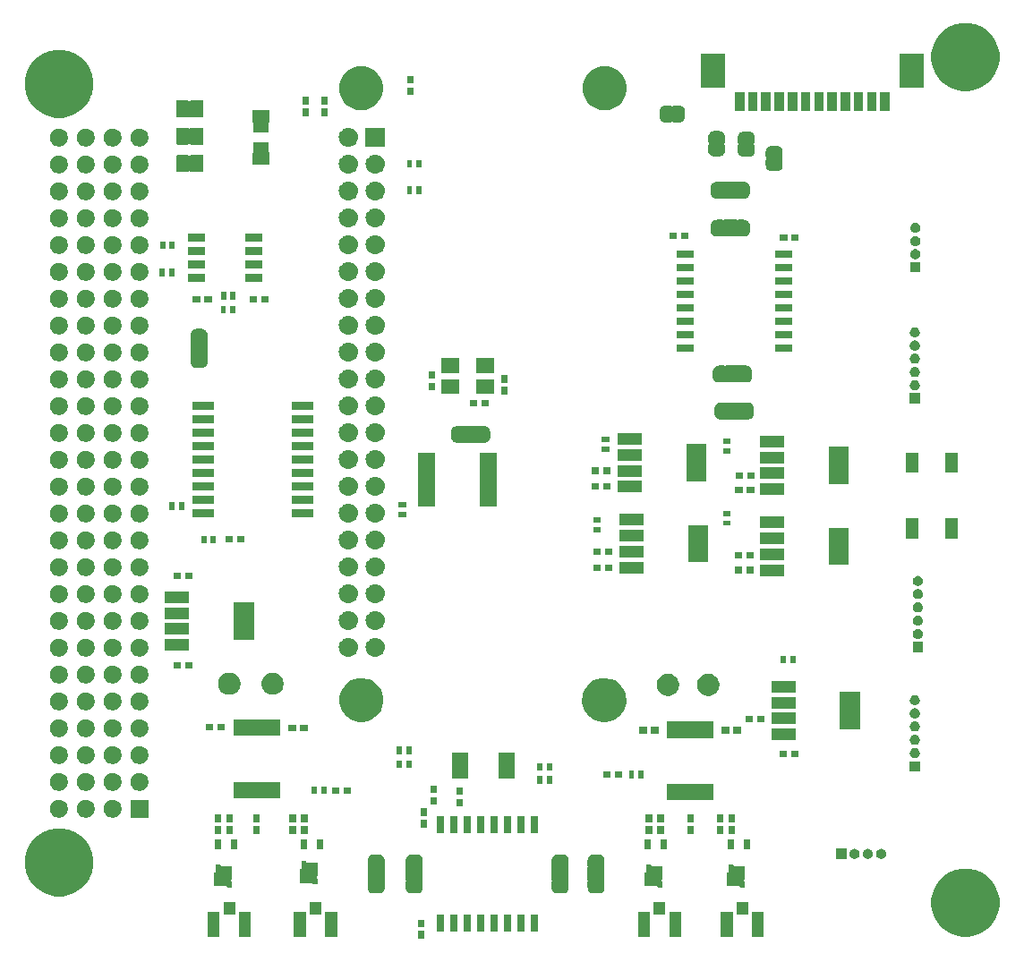
<source format=gbr>
G04 #@! TF.GenerationSoftware,KiCad,Pcbnew,(5.1.2)-2*
G04 #@! TF.CreationDate,2021-12-15T08:53:58-03:00*
G04 #@! TF.ProjectId,MAG_Plus,4d41475f-506c-4757-932e-6b696361645f,rev?*
G04 #@! TF.SameCoordinates,Original*
G04 #@! TF.FileFunction,Soldermask,Top*
G04 #@! TF.FilePolarity,Negative*
%FSLAX46Y46*%
G04 Gerber Fmt 4.6, Leading zero omitted, Abs format (unit mm)*
G04 Created by KiCad (PCBNEW (5.1.2)-2) date 2021-12-15 08:53:58*
%MOMM*%
%LPD*%
G04 APERTURE LIST*
%ADD10C,0.100000*%
G04 APERTURE END LIST*
D10*
G36*
X71581000Y-129511000D02*
G01*
X70979000Y-129511000D01*
X70979000Y-128809000D01*
X71581000Y-128809000D01*
X71581000Y-129511000D01*
X71581000Y-129511000D01*
G37*
G36*
X123720988Y-123007973D02*
G01*
X124308082Y-123251155D01*
X124308084Y-123251156D01*
X124836455Y-123604202D01*
X125285798Y-124053545D01*
X125634764Y-124575810D01*
X125638845Y-124581918D01*
X125882027Y-125169012D01*
X126006000Y-125792265D01*
X126006000Y-126427735D01*
X125882027Y-127050988D01*
X125638845Y-127638082D01*
X125638844Y-127638084D01*
X125285798Y-128166455D01*
X124836455Y-128615798D01*
X124308084Y-128968844D01*
X124308083Y-128968845D01*
X124308082Y-128968845D01*
X123720988Y-129212027D01*
X123097735Y-129336000D01*
X122462265Y-129336000D01*
X121839012Y-129212027D01*
X121251918Y-128968845D01*
X121251917Y-128968845D01*
X121251916Y-128968844D01*
X120723545Y-128615798D01*
X120274202Y-128166455D01*
X119921156Y-127638084D01*
X119921155Y-127638082D01*
X119677973Y-127050988D01*
X119554000Y-126427735D01*
X119554000Y-125792265D01*
X119677973Y-125169012D01*
X119921155Y-124581918D01*
X119925236Y-124575810D01*
X120274202Y-124053545D01*
X120723545Y-123604202D01*
X121251916Y-123251156D01*
X121251918Y-123251155D01*
X121839012Y-123007973D01*
X122462265Y-122884000D01*
X123097735Y-122884000D01*
X123720988Y-123007973D01*
X123720988Y-123007973D01*
G37*
G36*
X92961000Y-129326000D02*
G01*
X91809000Y-129326000D01*
X91809000Y-127024000D01*
X92961000Y-127024000D01*
X92961000Y-129326000D01*
X92961000Y-129326000D01*
G37*
G36*
X95911000Y-129326000D02*
G01*
X94759000Y-129326000D01*
X94759000Y-127024000D01*
X95911000Y-127024000D01*
X95911000Y-129326000D01*
X95911000Y-129326000D01*
G37*
G36*
X103721000Y-129326000D02*
G01*
X102569000Y-129326000D01*
X102569000Y-127024000D01*
X103721000Y-127024000D01*
X103721000Y-129326000D01*
X103721000Y-129326000D01*
G37*
G36*
X100771000Y-129326000D02*
G01*
X99619000Y-129326000D01*
X99619000Y-127024000D01*
X100771000Y-127024000D01*
X100771000Y-129326000D01*
X100771000Y-129326000D01*
G37*
G36*
X52251000Y-129326000D02*
G01*
X51099000Y-129326000D01*
X51099000Y-127024000D01*
X52251000Y-127024000D01*
X52251000Y-129326000D01*
X52251000Y-129326000D01*
G37*
G36*
X55201000Y-129326000D02*
G01*
X54049000Y-129326000D01*
X54049000Y-127024000D01*
X55201000Y-127024000D01*
X55201000Y-129326000D01*
X55201000Y-129326000D01*
G37*
G36*
X63381000Y-129326000D02*
G01*
X62229000Y-129326000D01*
X62229000Y-127024000D01*
X63381000Y-127024000D01*
X63381000Y-129326000D01*
X63381000Y-129326000D01*
G37*
G36*
X60431000Y-129326000D02*
G01*
X59279000Y-129326000D01*
X59279000Y-127024000D01*
X60431000Y-127024000D01*
X60431000Y-129326000D01*
X60431000Y-129326000D01*
G37*
G36*
X81076000Y-128851000D02*
G01*
X80374000Y-128851000D01*
X80374000Y-127249000D01*
X81076000Y-127249000D01*
X81076000Y-128851000D01*
X81076000Y-128851000D01*
G37*
G36*
X82346000Y-128851000D02*
G01*
X81644000Y-128851000D01*
X81644000Y-127249000D01*
X82346000Y-127249000D01*
X82346000Y-128851000D01*
X82346000Y-128851000D01*
G37*
G36*
X79806000Y-128851000D02*
G01*
X79104000Y-128851000D01*
X79104000Y-127249000D01*
X79806000Y-127249000D01*
X79806000Y-128851000D01*
X79806000Y-128851000D01*
G37*
G36*
X78536000Y-128851000D02*
G01*
X77834000Y-128851000D01*
X77834000Y-127249000D01*
X78536000Y-127249000D01*
X78536000Y-128851000D01*
X78536000Y-128851000D01*
G37*
G36*
X74726000Y-128851000D02*
G01*
X74024000Y-128851000D01*
X74024000Y-127249000D01*
X74726000Y-127249000D01*
X74726000Y-128851000D01*
X74726000Y-128851000D01*
G37*
G36*
X73456000Y-128851000D02*
G01*
X72754000Y-128851000D01*
X72754000Y-127249000D01*
X73456000Y-127249000D01*
X73456000Y-128851000D01*
X73456000Y-128851000D01*
G37*
G36*
X77266000Y-128851000D02*
G01*
X76564000Y-128851000D01*
X76564000Y-127249000D01*
X77266000Y-127249000D01*
X77266000Y-128851000D01*
X77266000Y-128851000D01*
G37*
G36*
X75996000Y-128851000D02*
G01*
X75294000Y-128851000D01*
X75294000Y-127249000D01*
X75996000Y-127249000D01*
X75996000Y-128851000D01*
X75996000Y-128851000D01*
G37*
G36*
X71581000Y-128411000D02*
G01*
X70979000Y-128411000D01*
X70979000Y-127709000D01*
X71581000Y-127709000D01*
X71581000Y-128411000D01*
X71581000Y-128411000D01*
G37*
G36*
X94411000Y-127226000D02*
G01*
X93309000Y-127226000D01*
X93309000Y-126074000D01*
X94411000Y-126074000D01*
X94411000Y-127226000D01*
X94411000Y-127226000D01*
G37*
G36*
X102221000Y-127226000D02*
G01*
X101119000Y-127226000D01*
X101119000Y-126074000D01*
X102221000Y-126074000D01*
X102221000Y-127226000D01*
X102221000Y-127226000D01*
G37*
G36*
X53701000Y-127226000D02*
G01*
X52599000Y-127226000D01*
X52599000Y-126074000D01*
X53701000Y-126074000D01*
X53701000Y-127226000D01*
X53701000Y-127226000D01*
G37*
G36*
X61881000Y-127226000D02*
G01*
X60779000Y-127226000D01*
X60779000Y-126074000D01*
X61881000Y-126074000D01*
X61881000Y-127226000D01*
X61881000Y-127226000D01*
G37*
G36*
X37990988Y-119197973D02*
G01*
X38578082Y-119441155D01*
X38578084Y-119441156D01*
X39106455Y-119794202D01*
X39555798Y-120243545D01*
X39908844Y-120771916D01*
X39908845Y-120771918D01*
X40152027Y-121359012D01*
X40276000Y-121982265D01*
X40276000Y-122617735D01*
X40152027Y-123240988D01*
X39916853Y-123808748D01*
X39908844Y-123828084D01*
X39555798Y-124356455D01*
X39106455Y-124805798D01*
X38578084Y-125158844D01*
X38578083Y-125158845D01*
X38578082Y-125158845D01*
X37990988Y-125402027D01*
X37367735Y-125526000D01*
X36732265Y-125526000D01*
X36109012Y-125402027D01*
X35521918Y-125158845D01*
X35521917Y-125158845D01*
X35521916Y-125158844D01*
X34993545Y-124805798D01*
X34544202Y-124356455D01*
X34191156Y-123828084D01*
X34183147Y-123808748D01*
X33947973Y-123240988D01*
X33824000Y-122617735D01*
X33824000Y-121982265D01*
X33947973Y-121359012D01*
X34191155Y-120771918D01*
X34191156Y-120771916D01*
X34544202Y-120243545D01*
X34993545Y-119794202D01*
X35521916Y-119441156D01*
X35521918Y-119441155D01*
X36109012Y-119197973D01*
X36732265Y-119074000D01*
X37367735Y-119074000D01*
X37990988Y-119197973D01*
X37990988Y-119197973D01*
G37*
G36*
X88112199Y-121549954D02*
G01*
X88124450Y-121550556D01*
X88142869Y-121550556D01*
X88165149Y-121552750D01*
X88249233Y-121569476D01*
X88270660Y-121575976D01*
X88349858Y-121608780D01*
X88355303Y-121611691D01*
X88355309Y-121611693D01*
X88364169Y-121616429D01*
X88364173Y-121616432D01*
X88369614Y-121619340D01*
X88440899Y-121666971D01*
X88458204Y-121681172D01*
X88518828Y-121741796D01*
X88533029Y-121759101D01*
X88580660Y-121830386D01*
X88583568Y-121835827D01*
X88583571Y-121835831D01*
X88588307Y-121844691D01*
X88588309Y-121844697D01*
X88591220Y-121850142D01*
X88624024Y-121929340D01*
X88625816Y-121935246D01*
X88625816Y-121935247D01*
X88627274Y-121940054D01*
X88630524Y-121950767D01*
X88647250Y-122034851D01*
X88649444Y-122057131D01*
X88649444Y-122075550D01*
X88650046Y-122087801D01*
X88651852Y-122106139D01*
X88651852Y-122643860D01*
X88650263Y-122659999D01*
X88645855Y-122674528D01*
X88640394Y-122687711D01*
X88635612Y-122711745D01*
X88635611Y-122736249D01*
X88640391Y-122760282D01*
X88649768Y-122782921D01*
X88651000Y-122784765D01*
X88651000Y-124016050D01*
X88644525Y-124028164D01*
X88637412Y-124051613D01*
X88635010Y-124075999D01*
X88637412Y-124100385D01*
X88644525Y-124123834D01*
X88646848Y-124128746D01*
X88650263Y-124140001D01*
X88651852Y-124156140D01*
X88651852Y-124693862D01*
X88650046Y-124712199D01*
X88649444Y-124724450D01*
X88649444Y-124742869D01*
X88647250Y-124765149D01*
X88630524Y-124849233D01*
X88624024Y-124870660D01*
X88591220Y-124949858D01*
X88588309Y-124955303D01*
X88588307Y-124955309D01*
X88583571Y-124964169D01*
X88583568Y-124964173D01*
X88580660Y-124969614D01*
X88533029Y-125040899D01*
X88518828Y-125058204D01*
X88458204Y-125118828D01*
X88440899Y-125133029D01*
X88369614Y-125180660D01*
X88364173Y-125183568D01*
X88364169Y-125183571D01*
X88355309Y-125188307D01*
X88355303Y-125188309D01*
X88349858Y-125191220D01*
X88270660Y-125224024D01*
X88249233Y-125230524D01*
X88165149Y-125247250D01*
X88142869Y-125249444D01*
X88124450Y-125249444D01*
X88112199Y-125250046D01*
X88093862Y-125251852D01*
X87606138Y-125251852D01*
X87587801Y-125250046D01*
X87575550Y-125249444D01*
X87557131Y-125249444D01*
X87534851Y-125247250D01*
X87450767Y-125230524D01*
X87429340Y-125224024D01*
X87350142Y-125191220D01*
X87344697Y-125188309D01*
X87344691Y-125188307D01*
X87335831Y-125183571D01*
X87335827Y-125183568D01*
X87330386Y-125180660D01*
X87259101Y-125133029D01*
X87241796Y-125118828D01*
X87181172Y-125058204D01*
X87166971Y-125040899D01*
X87119340Y-124969614D01*
X87116432Y-124964173D01*
X87116429Y-124964169D01*
X87111693Y-124955309D01*
X87111691Y-124955303D01*
X87108780Y-124949858D01*
X87075976Y-124870660D01*
X87069476Y-124849233D01*
X87052750Y-124765149D01*
X87050556Y-124742869D01*
X87050556Y-124724450D01*
X87049954Y-124712199D01*
X87048148Y-124693862D01*
X87048148Y-124156140D01*
X87049737Y-124140001D01*
X87054145Y-124125472D01*
X87059606Y-124112289D01*
X87064388Y-124088255D01*
X87064389Y-124063751D01*
X87059609Y-124039718D01*
X87050232Y-124017079D01*
X87049000Y-124015235D01*
X87049000Y-122783950D01*
X87055475Y-122771836D01*
X87062588Y-122748387D01*
X87064990Y-122724001D01*
X87062588Y-122699615D01*
X87055475Y-122676166D01*
X87053152Y-122671254D01*
X87049737Y-122659999D01*
X87048148Y-122643860D01*
X87048148Y-122106139D01*
X87049954Y-122087801D01*
X87050556Y-122075550D01*
X87050556Y-122057131D01*
X87052750Y-122034851D01*
X87069476Y-121950767D01*
X87072726Y-121940054D01*
X87074184Y-121935247D01*
X87074184Y-121935246D01*
X87075976Y-121929340D01*
X87108780Y-121850142D01*
X87111691Y-121844697D01*
X87111693Y-121844691D01*
X87116429Y-121835831D01*
X87116432Y-121835827D01*
X87119340Y-121830386D01*
X87166971Y-121759101D01*
X87181172Y-121741796D01*
X87241796Y-121681172D01*
X87259101Y-121666971D01*
X87330386Y-121619340D01*
X87335827Y-121616432D01*
X87335831Y-121616429D01*
X87344691Y-121611693D01*
X87344697Y-121611691D01*
X87350142Y-121608780D01*
X87429340Y-121575976D01*
X87450767Y-121569476D01*
X87534851Y-121552750D01*
X87557131Y-121550556D01*
X87575550Y-121550556D01*
X87587801Y-121549954D01*
X87606139Y-121548148D01*
X88093861Y-121548148D01*
X88112199Y-121549954D01*
X88112199Y-121549954D01*
G37*
G36*
X84712199Y-121549954D02*
G01*
X84724450Y-121550556D01*
X84742869Y-121550556D01*
X84765149Y-121552750D01*
X84849233Y-121569476D01*
X84870660Y-121575976D01*
X84949858Y-121608780D01*
X84955303Y-121611691D01*
X84955309Y-121611693D01*
X84964169Y-121616429D01*
X84964173Y-121616432D01*
X84969614Y-121619340D01*
X85040899Y-121666971D01*
X85058204Y-121681172D01*
X85118828Y-121741796D01*
X85133029Y-121759101D01*
X85180660Y-121830386D01*
X85183568Y-121835827D01*
X85183571Y-121835831D01*
X85188307Y-121844691D01*
X85188309Y-121844697D01*
X85191220Y-121850142D01*
X85224024Y-121929340D01*
X85225816Y-121935246D01*
X85225816Y-121935247D01*
X85227274Y-121940054D01*
X85230524Y-121950767D01*
X85247250Y-122034851D01*
X85249444Y-122057131D01*
X85249444Y-122075550D01*
X85250046Y-122087801D01*
X85251852Y-122106139D01*
X85251852Y-122643860D01*
X85250263Y-122659999D01*
X85245855Y-122674528D01*
X85240394Y-122687711D01*
X85235612Y-122711745D01*
X85235611Y-122736249D01*
X85240391Y-122760282D01*
X85249768Y-122782921D01*
X85251000Y-122784765D01*
X85251000Y-124016050D01*
X85244525Y-124028164D01*
X85237412Y-124051613D01*
X85235010Y-124075999D01*
X85237412Y-124100385D01*
X85244525Y-124123834D01*
X85246848Y-124128746D01*
X85250263Y-124140001D01*
X85251852Y-124156140D01*
X85251852Y-124693862D01*
X85250046Y-124712199D01*
X85249444Y-124724450D01*
X85249444Y-124742869D01*
X85247250Y-124765149D01*
X85230524Y-124849233D01*
X85224024Y-124870660D01*
X85191220Y-124949858D01*
X85188309Y-124955303D01*
X85188307Y-124955309D01*
X85183571Y-124964169D01*
X85183568Y-124964173D01*
X85180660Y-124969614D01*
X85133029Y-125040899D01*
X85118828Y-125058204D01*
X85058204Y-125118828D01*
X85040899Y-125133029D01*
X84969614Y-125180660D01*
X84964173Y-125183568D01*
X84964169Y-125183571D01*
X84955309Y-125188307D01*
X84955303Y-125188309D01*
X84949858Y-125191220D01*
X84870660Y-125224024D01*
X84849233Y-125230524D01*
X84765149Y-125247250D01*
X84742869Y-125249444D01*
X84724450Y-125249444D01*
X84712199Y-125250046D01*
X84693862Y-125251852D01*
X84206138Y-125251852D01*
X84187801Y-125250046D01*
X84175550Y-125249444D01*
X84157131Y-125249444D01*
X84134851Y-125247250D01*
X84050767Y-125230524D01*
X84029340Y-125224024D01*
X83950142Y-125191220D01*
X83944697Y-125188309D01*
X83944691Y-125188307D01*
X83935831Y-125183571D01*
X83935827Y-125183568D01*
X83930386Y-125180660D01*
X83859101Y-125133029D01*
X83841796Y-125118828D01*
X83781172Y-125058204D01*
X83766971Y-125040899D01*
X83719340Y-124969614D01*
X83716432Y-124964173D01*
X83716429Y-124964169D01*
X83711693Y-124955309D01*
X83711691Y-124955303D01*
X83708780Y-124949858D01*
X83675976Y-124870660D01*
X83669476Y-124849233D01*
X83652750Y-124765149D01*
X83650556Y-124742869D01*
X83650556Y-124724450D01*
X83649954Y-124712199D01*
X83648148Y-124693862D01*
X83648148Y-124156140D01*
X83649737Y-124140001D01*
X83654145Y-124125472D01*
X83659606Y-124112289D01*
X83664388Y-124088255D01*
X83664389Y-124063751D01*
X83659609Y-124039718D01*
X83650232Y-124017079D01*
X83649000Y-124015235D01*
X83649000Y-122783950D01*
X83655475Y-122771836D01*
X83662588Y-122748387D01*
X83664990Y-122724001D01*
X83662588Y-122699615D01*
X83655475Y-122676166D01*
X83653152Y-122671254D01*
X83649737Y-122659999D01*
X83648148Y-122643860D01*
X83648148Y-122106139D01*
X83649954Y-122087801D01*
X83650556Y-122075550D01*
X83650556Y-122057131D01*
X83652750Y-122034851D01*
X83669476Y-121950767D01*
X83672726Y-121940054D01*
X83674184Y-121935247D01*
X83674184Y-121935246D01*
X83675976Y-121929340D01*
X83708780Y-121850142D01*
X83711691Y-121844697D01*
X83711693Y-121844691D01*
X83716429Y-121835831D01*
X83716432Y-121835827D01*
X83719340Y-121830386D01*
X83766971Y-121759101D01*
X83781172Y-121741796D01*
X83841796Y-121681172D01*
X83859101Y-121666971D01*
X83930386Y-121619340D01*
X83935827Y-121616432D01*
X83935831Y-121616429D01*
X83944691Y-121611693D01*
X83944697Y-121611691D01*
X83950142Y-121608780D01*
X84029340Y-121575976D01*
X84050767Y-121569476D01*
X84134851Y-121552750D01*
X84157131Y-121550556D01*
X84175550Y-121550556D01*
X84187801Y-121549954D01*
X84206139Y-121548148D01*
X84693861Y-121548148D01*
X84712199Y-121549954D01*
X84712199Y-121549954D01*
G37*
G36*
X70912199Y-121549954D02*
G01*
X70924450Y-121550556D01*
X70942869Y-121550556D01*
X70965149Y-121552750D01*
X71049233Y-121569476D01*
X71070660Y-121575976D01*
X71149858Y-121608780D01*
X71155303Y-121611691D01*
X71155309Y-121611693D01*
X71164169Y-121616429D01*
X71164173Y-121616432D01*
X71169614Y-121619340D01*
X71240899Y-121666971D01*
X71258204Y-121681172D01*
X71318828Y-121741796D01*
X71333029Y-121759101D01*
X71380660Y-121830386D01*
X71383568Y-121835827D01*
X71383571Y-121835831D01*
X71388307Y-121844691D01*
X71388309Y-121844697D01*
X71391220Y-121850142D01*
X71424024Y-121929340D01*
X71425816Y-121935246D01*
X71425816Y-121935247D01*
X71427274Y-121940054D01*
X71430524Y-121950767D01*
X71447250Y-122034851D01*
X71449444Y-122057131D01*
X71449444Y-122075550D01*
X71450046Y-122087801D01*
X71451852Y-122106139D01*
X71451852Y-122643860D01*
X71450263Y-122659999D01*
X71445855Y-122674528D01*
X71440394Y-122687711D01*
X71435612Y-122711745D01*
X71435611Y-122736249D01*
X71440391Y-122760282D01*
X71449768Y-122782921D01*
X71451000Y-122784765D01*
X71451000Y-124016050D01*
X71444525Y-124028164D01*
X71437412Y-124051613D01*
X71435010Y-124075999D01*
X71437412Y-124100385D01*
X71444525Y-124123834D01*
X71446848Y-124128746D01*
X71450263Y-124140001D01*
X71451852Y-124156140D01*
X71451852Y-124693862D01*
X71450046Y-124712199D01*
X71449444Y-124724450D01*
X71449444Y-124742869D01*
X71447250Y-124765149D01*
X71430524Y-124849233D01*
X71424024Y-124870660D01*
X71391220Y-124949858D01*
X71388309Y-124955303D01*
X71388307Y-124955309D01*
X71383571Y-124964169D01*
X71383568Y-124964173D01*
X71380660Y-124969614D01*
X71333029Y-125040899D01*
X71318828Y-125058204D01*
X71258204Y-125118828D01*
X71240899Y-125133029D01*
X71169614Y-125180660D01*
X71164173Y-125183568D01*
X71164169Y-125183571D01*
X71155309Y-125188307D01*
X71155303Y-125188309D01*
X71149858Y-125191220D01*
X71070660Y-125224024D01*
X71049233Y-125230524D01*
X70965149Y-125247250D01*
X70942869Y-125249444D01*
X70924450Y-125249444D01*
X70912199Y-125250046D01*
X70893862Y-125251852D01*
X70406138Y-125251852D01*
X70387801Y-125250046D01*
X70375550Y-125249444D01*
X70357131Y-125249444D01*
X70334851Y-125247250D01*
X70250767Y-125230524D01*
X70229340Y-125224024D01*
X70150142Y-125191220D01*
X70144697Y-125188309D01*
X70144691Y-125188307D01*
X70135831Y-125183571D01*
X70135827Y-125183568D01*
X70130386Y-125180660D01*
X70059101Y-125133029D01*
X70041796Y-125118828D01*
X69981172Y-125058204D01*
X69966971Y-125040899D01*
X69919340Y-124969614D01*
X69916432Y-124964173D01*
X69916429Y-124964169D01*
X69911693Y-124955309D01*
X69911691Y-124955303D01*
X69908780Y-124949858D01*
X69875976Y-124870660D01*
X69869476Y-124849233D01*
X69852750Y-124765149D01*
X69850556Y-124742869D01*
X69850556Y-124724450D01*
X69849954Y-124712199D01*
X69848148Y-124693862D01*
X69848148Y-124156140D01*
X69849737Y-124140001D01*
X69854145Y-124125472D01*
X69859606Y-124112289D01*
X69864388Y-124088255D01*
X69864389Y-124063751D01*
X69859609Y-124039718D01*
X69850232Y-124017079D01*
X69849000Y-124015235D01*
X69849000Y-122783950D01*
X69855475Y-122771836D01*
X69862588Y-122748387D01*
X69864990Y-122724001D01*
X69862588Y-122699615D01*
X69855475Y-122676166D01*
X69853152Y-122671254D01*
X69849737Y-122659999D01*
X69848148Y-122643860D01*
X69848148Y-122106139D01*
X69849954Y-122087801D01*
X69850556Y-122075550D01*
X69850556Y-122057131D01*
X69852750Y-122034851D01*
X69869476Y-121950767D01*
X69872726Y-121940054D01*
X69874184Y-121935247D01*
X69874184Y-121935246D01*
X69875976Y-121929340D01*
X69908780Y-121850142D01*
X69911691Y-121844697D01*
X69911693Y-121844691D01*
X69916429Y-121835831D01*
X69916432Y-121835827D01*
X69919340Y-121830386D01*
X69966971Y-121759101D01*
X69981172Y-121741796D01*
X70041796Y-121681172D01*
X70059101Y-121666971D01*
X70130386Y-121619340D01*
X70135827Y-121616432D01*
X70135831Y-121616429D01*
X70144691Y-121611693D01*
X70144697Y-121611691D01*
X70150142Y-121608780D01*
X70229340Y-121575976D01*
X70250767Y-121569476D01*
X70334851Y-121552750D01*
X70357131Y-121550556D01*
X70375550Y-121550556D01*
X70387801Y-121549954D01*
X70406139Y-121548148D01*
X70893861Y-121548148D01*
X70912199Y-121549954D01*
X70912199Y-121549954D01*
G37*
G36*
X67312199Y-121549954D02*
G01*
X67324450Y-121550556D01*
X67342869Y-121550556D01*
X67365149Y-121552750D01*
X67449233Y-121569476D01*
X67470660Y-121575976D01*
X67549858Y-121608780D01*
X67555303Y-121611691D01*
X67555309Y-121611693D01*
X67564169Y-121616429D01*
X67564173Y-121616432D01*
X67569614Y-121619340D01*
X67640899Y-121666971D01*
X67658204Y-121681172D01*
X67718828Y-121741796D01*
X67733029Y-121759101D01*
X67780660Y-121830386D01*
X67783568Y-121835827D01*
X67783571Y-121835831D01*
X67788307Y-121844691D01*
X67788309Y-121844697D01*
X67791220Y-121850142D01*
X67824024Y-121929340D01*
X67825816Y-121935246D01*
X67825816Y-121935247D01*
X67827274Y-121940054D01*
X67830524Y-121950767D01*
X67847250Y-122034851D01*
X67849444Y-122057131D01*
X67849444Y-122075550D01*
X67850046Y-122087801D01*
X67851852Y-122106139D01*
X67851852Y-122643860D01*
X67850263Y-122659999D01*
X67845855Y-122674528D01*
X67840394Y-122687711D01*
X67835612Y-122711745D01*
X67835611Y-122736249D01*
X67840391Y-122760282D01*
X67849768Y-122782921D01*
X67851000Y-122784765D01*
X67851000Y-124016050D01*
X67844525Y-124028164D01*
X67837412Y-124051613D01*
X67835010Y-124075999D01*
X67837412Y-124100385D01*
X67844525Y-124123834D01*
X67846848Y-124128746D01*
X67850263Y-124140001D01*
X67851852Y-124156140D01*
X67851852Y-124693862D01*
X67850046Y-124712199D01*
X67849444Y-124724450D01*
X67849444Y-124742869D01*
X67847250Y-124765149D01*
X67830524Y-124849233D01*
X67824024Y-124870660D01*
X67791220Y-124949858D01*
X67788309Y-124955303D01*
X67788307Y-124955309D01*
X67783571Y-124964169D01*
X67783568Y-124964173D01*
X67780660Y-124969614D01*
X67733029Y-125040899D01*
X67718828Y-125058204D01*
X67658204Y-125118828D01*
X67640899Y-125133029D01*
X67569614Y-125180660D01*
X67564173Y-125183568D01*
X67564169Y-125183571D01*
X67555309Y-125188307D01*
X67555303Y-125188309D01*
X67549858Y-125191220D01*
X67470660Y-125224024D01*
X67449233Y-125230524D01*
X67365149Y-125247250D01*
X67342869Y-125249444D01*
X67324450Y-125249444D01*
X67312199Y-125250046D01*
X67293862Y-125251852D01*
X66806138Y-125251852D01*
X66787801Y-125250046D01*
X66775550Y-125249444D01*
X66757131Y-125249444D01*
X66734851Y-125247250D01*
X66650767Y-125230524D01*
X66629340Y-125224024D01*
X66550142Y-125191220D01*
X66544697Y-125188309D01*
X66544691Y-125188307D01*
X66535831Y-125183571D01*
X66535827Y-125183568D01*
X66530386Y-125180660D01*
X66459101Y-125133029D01*
X66441796Y-125118828D01*
X66381172Y-125058204D01*
X66366971Y-125040899D01*
X66319340Y-124969614D01*
X66316432Y-124964173D01*
X66316429Y-124964169D01*
X66311693Y-124955309D01*
X66311691Y-124955303D01*
X66308780Y-124949858D01*
X66275976Y-124870660D01*
X66269476Y-124849233D01*
X66252750Y-124765149D01*
X66250556Y-124742869D01*
X66250556Y-124724450D01*
X66249954Y-124712199D01*
X66248148Y-124693862D01*
X66248148Y-124156140D01*
X66249737Y-124140001D01*
X66254145Y-124125472D01*
X66259606Y-124112289D01*
X66264388Y-124088255D01*
X66264389Y-124063751D01*
X66259609Y-124039718D01*
X66250232Y-124017079D01*
X66249000Y-124015235D01*
X66249000Y-122783950D01*
X66255475Y-122771836D01*
X66262588Y-122748387D01*
X66264990Y-122724001D01*
X66262588Y-122699615D01*
X66255475Y-122676166D01*
X66253152Y-122671254D01*
X66249737Y-122659999D01*
X66248148Y-122643860D01*
X66248148Y-122106139D01*
X66249954Y-122087801D01*
X66250556Y-122075550D01*
X66250556Y-122057131D01*
X66252750Y-122034851D01*
X66269476Y-121950767D01*
X66272726Y-121940054D01*
X66274184Y-121935247D01*
X66274184Y-121935246D01*
X66275976Y-121929340D01*
X66308780Y-121850142D01*
X66311691Y-121844697D01*
X66311693Y-121844691D01*
X66316429Y-121835831D01*
X66316432Y-121835827D01*
X66319340Y-121830386D01*
X66366971Y-121759101D01*
X66381172Y-121741796D01*
X66441796Y-121681172D01*
X66459101Y-121666971D01*
X66530386Y-121619340D01*
X66535827Y-121616432D01*
X66535831Y-121616429D01*
X66544691Y-121611693D01*
X66544697Y-121611691D01*
X66550142Y-121608780D01*
X66629340Y-121575976D01*
X66650767Y-121569476D01*
X66734851Y-121552750D01*
X66757131Y-121550556D01*
X66775550Y-121550556D01*
X66787801Y-121549954D01*
X66806139Y-121548148D01*
X67293861Y-121548148D01*
X67312199Y-121549954D01*
X67312199Y-121549954D01*
G37*
G36*
X100799999Y-122499737D02*
G01*
X100809608Y-122502652D01*
X100818472Y-122507390D01*
X100826237Y-122513763D01*
X100832610Y-122521528D01*
X100837348Y-122530392D01*
X100840263Y-122540001D01*
X100841368Y-122551225D01*
X100846148Y-122575258D01*
X100855526Y-122597897D01*
X100869139Y-122618271D01*
X100886466Y-122635598D01*
X100906840Y-122649212D01*
X100929479Y-122658589D01*
X100953513Y-122663370D01*
X100978017Y-122663370D01*
X101002050Y-122658590D01*
X101013607Y-122654454D01*
X101033607Y-122646168D01*
X101034104Y-122646069D01*
X101034127Y-122646062D01*
X101044003Y-122644096D01*
X101044022Y-122644094D01*
X101047367Y-122643428D01*
X101053077Y-122643148D01*
X101846923Y-122643148D01*
X101852633Y-122643428D01*
X101855977Y-122644094D01*
X101855997Y-122644096D01*
X101865873Y-122646062D01*
X101865902Y-122646071D01*
X101866390Y-122646168D01*
X101876510Y-122650360D01*
X101885607Y-122656431D01*
X101885930Y-122656754D01*
X101886013Y-122656822D01*
X101893178Y-122663987D01*
X101893246Y-122664070D01*
X101893569Y-122664393D01*
X101899640Y-122673490D01*
X101903832Y-122683610D01*
X101903929Y-122684098D01*
X101903938Y-122684127D01*
X101905904Y-122694003D01*
X101905906Y-122694023D01*
X101906572Y-122697367D01*
X101906852Y-122703077D01*
X101906852Y-123896923D01*
X101906572Y-123902633D01*
X101905906Y-123905977D01*
X101905904Y-123905997D01*
X101903938Y-123915873D01*
X101903929Y-123915902D01*
X101903832Y-123916390D01*
X101899640Y-123926510D01*
X101893569Y-123935607D01*
X101893246Y-123935930D01*
X101893178Y-123936013D01*
X101889373Y-123939818D01*
X101873897Y-123958676D01*
X101862346Y-123980287D01*
X101855233Y-124003736D01*
X101852831Y-124028122D01*
X101855233Y-124052508D01*
X101862346Y-124075957D01*
X101873897Y-124097568D01*
X101884028Y-124108748D01*
X101883425Y-124109243D01*
X101897610Y-124126528D01*
X101902348Y-124135392D01*
X101905263Y-124145001D01*
X101906852Y-124161140D01*
X101906852Y-124498860D01*
X101905263Y-124514999D01*
X101899723Y-124533260D01*
X101897236Y-124539263D01*
X101892455Y-124563296D01*
X101891852Y-124575555D01*
X101891852Y-124643860D01*
X101890263Y-124659999D01*
X101887348Y-124669608D01*
X101882610Y-124678472D01*
X101876237Y-124686237D01*
X101868472Y-124692610D01*
X101859608Y-124697348D01*
X101849999Y-124700263D01*
X101833860Y-124701852D01*
X101526140Y-124701852D01*
X101510001Y-124700263D01*
X101500392Y-124697348D01*
X101491528Y-124692610D01*
X101483763Y-124686237D01*
X101477390Y-124678472D01*
X101472652Y-124669608D01*
X101469737Y-124659999D01*
X101468049Y-124642857D01*
X101463269Y-124618824D01*
X101453891Y-124596185D01*
X101440277Y-124575810D01*
X101422950Y-124558483D01*
X101402576Y-124544870D01*
X101379937Y-124535492D01*
X101355904Y-124530712D01*
X101331400Y-124530712D01*
X101307367Y-124535492D01*
X101284002Y-124546536D01*
X101266390Y-124553832D01*
X101265902Y-124553929D01*
X101265873Y-124553938D01*
X101255997Y-124555904D01*
X101255977Y-124555906D01*
X101252633Y-124556572D01*
X101246923Y-124556852D01*
X100453077Y-124556852D01*
X100447367Y-124556572D01*
X100444022Y-124555906D01*
X100444003Y-124555904D01*
X100435726Y-124554256D01*
X100411342Y-124551852D01*
X100306140Y-124551852D01*
X100290001Y-124550263D01*
X100280392Y-124547348D01*
X100271528Y-124542610D01*
X100263763Y-124536237D01*
X100257390Y-124528472D01*
X100252652Y-124519608D01*
X100249737Y-124509999D01*
X100248148Y-124493860D01*
X100248148Y-123316140D01*
X100249737Y-123300001D01*
X100252652Y-123290392D01*
X100257390Y-123281528D01*
X100263763Y-123273763D01*
X100271528Y-123267390D01*
X100280392Y-123262652D01*
X100290001Y-123259737D01*
X100305176Y-123258243D01*
X100329209Y-123253463D01*
X100351848Y-123244086D01*
X100372223Y-123230473D01*
X100389550Y-123213146D01*
X100403164Y-123192772D01*
X100412542Y-123170133D01*
X100417323Y-123146100D01*
X100417323Y-123121596D01*
X100412543Y-123097563D01*
X100403164Y-123074920D01*
X100397653Y-123064610D01*
X100394737Y-123054999D01*
X100393148Y-123038860D01*
X100393148Y-122701140D01*
X100394737Y-122685001D01*
X100400277Y-122666740D01*
X100402764Y-122660737D01*
X100407545Y-122636704D01*
X100408148Y-122624445D01*
X100408148Y-122556140D01*
X100409737Y-122540001D01*
X100412652Y-122530392D01*
X100417390Y-122521528D01*
X100423763Y-122513763D01*
X100431528Y-122507390D01*
X100440392Y-122502652D01*
X100450001Y-122499737D01*
X100466140Y-122498148D01*
X100783860Y-122498148D01*
X100799999Y-122499737D01*
X100799999Y-122499737D01*
G37*
G36*
X93009999Y-122499737D02*
G01*
X93019608Y-122502652D01*
X93028472Y-122507390D01*
X93036237Y-122513763D01*
X93042610Y-122521528D01*
X93047348Y-122530392D01*
X93050263Y-122540001D01*
X93051368Y-122551225D01*
X93056148Y-122575258D01*
X93065526Y-122597897D01*
X93079139Y-122618271D01*
X93096466Y-122635598D01*
X93116840Y-122649212D01*
X93139479Y-122658589D01*
X93163513Y-122663370D01*
X93188017Y-122663370D01*
X93212050Y-122658590D01*
X93223607Y-122654454D01*
X93243607Y-122646168D01*
X93244104Y-122646069D01*
X93244127Y-122646062D01*
X93254003Y-122644096D01*
X93254022Y-122644094D01*
X93257367Y-122643428D01*
X93263077Y-122643148D01*
X94056923Y-122643148D01*
X94062633Y-122643428D01*
X94065977Y-122644094D01*
X94065997Y-122644096D01*
X94075873Y-122646062D01*
X94075902Y-122646071D01*
X94076390Y-122646168D01*
X94086510Y-122650360D01*
X94095607Y-122656431D01*
X94095930Y-122656754D01*
X94096013Y-122656822D01*
X94103178Y-122663987D01*
X94103246Y-122664070D01*
X94103569Y-122664393D01*
X94109640Y-122673490D01*
X94113832Y-122683610D01*
X94113929Y-122684098D01*
X94113938Y-122684127D01*
X94115904Y-122694003D01*
X94115906Y-122694023D01*
X94116572Y-122697367D01*
X94116852Y-122703077D01*
X94116852Y-123896923D01*
X94116572Y-123902633D01*
X94115906Y-123905977D01*
X94115904Y-123905997D01*
X94113938Y-123915873D01*
X94113929Y-123915902D01*
X94113832Y-123916390D01*
X94109640Y-123926510D01*
X94103569Y-123935607D01*
X94103246Y-123935930D01*
X94103178Y-123936013D01*
X94099373Y-123939818D01*
X94083897Y-123958676D01*
X94072346Y-123980287D01*
X94065233Y-124003736D01*
X94062831Y-124028122D01*
X94065233Y-124052508D01*
X94072346Y-124075957D01*
X94083897Y-124097568D01*
X94094028Y-124108748D01*
X94093425Y-124109243D01*
X94107610Y-124126528D01*
X94112348Y-124135392D01*
X94115263Y-124145001D01*
X94116852Y-124161140D01*
X94116852Y-124498860D01*
X94115263Y-124514999D01*
X94109723Y-124533260D01*
X94107236Y-124539263D01*
X94102455Y-124563296D01*
X94101852Y-124575555D01*
X94101852Y-124643860D01*
X94100263Y-124659999D01*
X94097348Y-124669608D01*
X94092610Y-124678472D01*
X94086237Y-124686237D01*
X94078472Y-124692610D01*
X94069608Y-124697348D01*
X94059999Y-124700263D01*
X94043860Y-124701852D01*
X93736140Y-124701852D01*
X93720001Y-124700263D01*
X93710392Y-124697348D01*
X93701528Y-124692610D01*
X93693763Y-124686237D01*
X93687390Y-124678472D01*
X93682652Y-124669608D01*
X93679737Y-124659999D01*
X93678049Y-124642857D01*
X93673269Y-124618824D01*
X93663891Y-124596185D01*
X93650277Y-124575810D01*
X93632950Y-124558483D01*
X93612576Y-124544870D01*
X93589937Y-124535492D01*
X93565904Y-124530712D01*
X93541400Y-124530712D01*
X93517367Y-124535492D01*
X93494002Y-124546536D01*
X93476390Y-124553832D01*
X93475902Y-124553929D01*
X93475873Y-124553938D01*
X93465997Y-124555904D01*
X93465977Y-124555906D01*
X93462633Y-124556572D01*
X93456923Y-124556852D01*
X92663077Y-124556852D01*
X92657367Y-124556572D01*
X92654022Y-124555906D01*
X92654003Y-124555904D01*
X92645726Y-124554256D01*
X92621342Y-124551852D01*
X92516140Y-124551852D01*
X92500001Y-124550263D01*
X92490392Y-124547348D01*
X92481528Y-124542610D01*
X92473763Y-124536237D01*
X92467390Y-124528472D01*
X92462652Y-124519608D01*
X92459737Y-124509999D01*
X92458148Y-124493860D01*
X92458148Y-123316140D01*
X92459737Y-123300001D01*
X92462652Y-123290392D01*
X92467390Y-123281528D01*
X92473763Y-123273763D01*
X92481528Y-123267390D01*
X92490392Y-123262652D01*
X92500001Y-123259737D01*
X92515176Y-123258243D01*
X92539209Y-123253463D01*
X92561848Y-123244086D01*
X92582223Y-123230473D01*
X92599550Y-123213146D01*
X92613164Y-123192772D01*
X92622542Y-123170133D01*
X92627323Y-123146100D01*
X92627323Y-123121596D01*
X92622543Y-123097563D01*
X92613164Y-123074920D01*
X92607653Y-123064610D01*
X92604737Y-123054999D01*
X92603148Y-123038860D01*
X92603148Y-122701140D01*
X92604737Y-122685001D01*
X92610277Y-122666740D01*
X92612764Y-122660737D01*
X92617545Y-122636704D01*
X92618148Y-122624445D01*
X92618148Y-122556140D01*
X92619737Y-122540001D01*
X92622652Y-122530392D01*
X92627390Y-122521528D01*
X92633763Y-122513763D01*
X92641528Y-122507390D01*
X92650392Y-122502652D01*
X92660001Y-122499737D01*
X92676140Y-122498148D01*
X92993860Y-122498148D01*
X93009999Y-122499737D01*
X93009999Y-122499737D01*
G37*
G36*
X52289999Y-122499737D02*
G01*
X52299608Y-122502652D01*
X52308472Y-122507390D01*
X52316237Y-122513763D01*
X52322610Y-122521528D01*
X52327348Y-122530392D01*
X52330263Y-122540001D01*
X52331368Y-122551225D01*
X52336148Y-122575258D01*
X52345526Y-122597897D01*
X52359139Y-122618271D01*
X52376466Y-122635598D01*
X52396840Y-122649212D01*
X52419479Y-122658589D01*
X52443513Y-122663370D01*
X52468017Y-122663370D01*
X52492050Y-122658590D01*
X52503607Y-122654454D01*
X52523607Y-122646168D01*
X52524104Y-122646069D01*
X52524127Y-122646062D01*
X52534003Y-122644096D01*
X52534022Y-122644094D01*
X52537367Y-122643428D01*
X52543077Y-122643148D01*
X53336923Y-122643148D01*
X53342633Y-122643428D01*
X53345977Y-122644094D01*
X53345997Y-122644096D01*
X53355873Y-122646062D01*
X53355902Y-122646071D01*
X53356390Y-122646168D01*
X53366510Y-122650360D01*
X53375607Y-122656431D01*
X53375930Y-122656754D01*
X53376013Y-122656822D01*
X53383178Y-122663987D01*
X53383246Y-122664070D01*
X53383569Y-122664393D01*
X53389640Y-122673490D01*
X53393832Y-122683610D01*
X53393929Y-122684098D01*
X53393938Y-122684127D01*
X53395904Y-122694003D01*
X53395906Y-122694023D01*
X53396572Y-122697367D01*
X53396852Y-122703077D01*
X53396852Y-123896923D01*
X53396572Y-123902633D01*
X53395906Y-123905977D01*
X53395904Y-123905997D01*
X53393938Y-123915873D01*
X53393929Y-123915902D01*
X53393832Y-123916390D01*
X53389640Y-123926510D01*
X53383569Y-123935607D01*
X53383246Y-123935930D01*
X53383178Y-123936013D01*
X53379373Y-123939818D01*
X53363897Y-123958676D01*
X53352346Y-123980287D01*
X53345233Y-124003736D01*
X53342831Y-124028122D01*
X53345233Y-124052508D01*
X53352346Y-124075957D01*
X53363897Y-124097568D01*
X53374028Y-124108748D01*
X53373425Y-124109243D01*
X53387610Y-124126528D01*
X53392348Y-124135392D01*
X53395263Y-124145001D01*
X53396852Y-124161140D01*
X53396852Y-124498860D01*
X53395263Y-124514999D01*
X53389723Y-124533260D01*
X53387236Y-124539263D01*
X53382455Y-124563296D01*
X53381852Y-124575555D01*
X53381852Y-124643860D01*
X53380263Y-124659999D01*
X53377348Y-124669608D01*
X53372610Y-124678472D01*
X53366237Y-124686237D01*
X53358472Y-124692610D01*
X53349608Y-124697348D01*
X53339999Y-124700263D01*
X53323860Y-124701852D01*
X53016140Y-124701852D01*
X53000001Y-124700263D01*
X52990392Y-124697348D01*
X52981528Y-124692610D01*
X52973763Y-124686237D01*
X52967390Y-124678472D01*
X52962652Y-124669608D01*
X52959737Y-124659999D01*
X52958049Y-124642857D01*
X52953269Y-124618824D01*
X52943891Y-124596185D01*
X52930277Y-124575810D01*
X52912950Y-124558483D01*
X52892576Y-124544870D01*
X52869937Y-124535492D01*
X52845904Y-124530712D01*
X52821400Y-124530712D01*
X52797367Y-124535492D01*
X52774002Y-124546536D01*
X52756390Y-124553832D01*
X52755902Y-124553929D01*
X52755873Y-124553938D01*
X52745997Y-124555904D01*
X52745977Y-124555906D01*
X52742633Y-124556572D01*
X52736923Y-124556852D01*
X51943077Y-124556852D01*
X51937367Y-124556572D01*
X51934022Y-124555906D01*
X51934003Y-124555904D01*
X51925726Y-124554256D01*
X51901342Y-124551852D01*
X51796140Y-124551852D01*
X51780001Y-124550263D01*
X51770392Y-124547348D01*
X51761528Y-124542610D01*
X51753763Y-124536237D01*
X51747390Y-124528472D01*
X51742652Y-124519608D01*
X51739737Y-124509999D01*
X51738148Y-124493860D01*
X51738148Y-123316140D01*
X51739737Y-123300001D01*
X51742652Y-123290392D01*
X51747390Y-123281528D01*
X51753763Y-123273763D01*
X51761528Y-123267390D01*
X51770392Y-123262652D01*
X51780001Y-123259737D01*
X51795176Y-123258243D01*
X51819209Y-123253463D01*
X51841848Y-123244086D01*
X51862223Y-123230473D01*
X51879550Y-123213146D01*
X51893164Y-123192772D01*
X51902542Y-123170133D01*
X51907323Y-123146100D01*
X51907323Y-123121596D01*
X51902543Y-123097563D01*
X51893164Y-123074920D01*
X51887653Y-123064610D01*
X51884737Y-123054999D01*
X51883148Y-123038860D01*
X51883148Y-122701140D01*
X51884737Y-122685001D01*
X51890277Y-122666740D01*
X51892764Y-122660737D01*
X51897545Y-122636704D01*
X51898148Y-122624445D01*
X51898148Y-122556140D01*
X51899737Y-122540001D01*
X51902652Y-122530392D01*
X51907390Y-122521528D01*
X51913763Y-122513763D01*
X51921528Y-122507390D01*
X51930392Y-122502652D01*
X51940001Y-122499737D01*
X51956140Y-122498148D01*
X52273860Y-122498148D01*
X52289999Y-122499737D01*
X52289999Y-122499737D01*
G37*
G36*
X60389999Y-122199737D02*
G01*
X60399608Y-122202652D01*
X60408472Y-122207390D01*
X60416237Y-122213763D01*
X60422610Y-122221528D01*
X60427348Y-122230392D01*
X60430263Y-122240001D01*
X60431368Y-122251225D01*
X60436148Y-122275258D01*
X60445526Y-122297897D01*
X60459139Y-122318271D01*
X60476466Y-122335598D01*
X60496840Y-122349212D01*
X60519479Y-122358589D01*
X60543513Y-122363370D01*
X60568017Y-122363370D01*
X60592050Y-122358590D01*
X60603607Y-122354454D01*
X60623607Y-122346168D01*
X60624104Y-122346069D01*
X60624127Y-122346062D01*
X60634003Y-122344096D01*
X60634022Y-122344094D01*
X60637367Y-122343428D01*
X60643077Y-122343148D01*
X61436923Y-122343148D01*
X61442633Y-122343428D01*
X61445977Y-122344094D01*
X61445997Y-122344096D01*
X61455873Y-122346062D01*
X61455902Y-122346071D01*
X61456390Y-122346168D01*
X61466510Y-122350360D01*
X61475607Y-122356431D01*
X61475930Y-122356754D01*
X61476013Y-122356822D01*
X61483178Y-122363987D01*
X61483246Y-122364070D01*
X61483569Y-122364393D01*
X61489640Y-122373490D01*
X61493832Y-122383610D01*
X61493929Y-122384098D01*
X61493938Y-122384127D01*
X61495904Y-122394003D01*
X61495906Y-122394023D01*
X61496572Y-122397367D01*
X61496852Y-122403077D01*
X61496852Y-123596923D01*
X61496572Y-123602633D01*
X61495906Y-123605977D01*
X61495904Y-123605997D01*
X61493938Y-123615873D01*
X61493929Y-123615902D01*
X61493832Y-123616390D01*
X61489640Y-123626510D01*
X61483569Y-123635607D01*
X61483246Y-123635930D01*
X61483178Y-123636013D01*
X61479373Y-123639818D01*
X61463897Y-123658676D01*
X61452346Y-123680287D01*
X61445233Y-123703736D01*
X61442831Y-123728122D01*
X61445233Y-123752508D01*
X61452346Y-123775957D01*
X61463897Y-123797568D01*
X61474028Y-123808748D01*
X61473425Y-123809243D01*
X61487610Y-123826528D01*
X61492348Y-123835392D01*
X61495263Y-123845001D01*
X61496852Y-123861140D01*
X61496852Y-124198860D01*
X61495263Y-124214999D01*
X61489723Y-124233260D01*
X61487236Y-124239263D01*
X61482455Y-124263296D01*
X61481852Y-124275555D01*
X61481852Y-124343860D01*
X61480263Y-124359999D01*
X61477348Y-124369608D01*
X61472610Y-124378472D01*
X61466237Y-124386237D01*
X61458472Y-124392610D01*
X61449608Y-124397348D01*
X61439999Y-124400263D01*
X61423860Y-124401852D01*
X61116140Y-124401852D01*
X61100001Y-124400263D01*
X61090392Y-124397348D01*
X61081528Y-124392610D01*
X61073763Y-124386237D01*
X61067390Y-124378472D01*
X61062652Y-124369608D01*
X61059737Y-124359999D01*
X61058049Y-124342857D01*
X61053269Y-124318824D01*
X61043891Y-124296185D01*
X61030277Y-124275810D01*
X61012950Y-124258483D01*
X60992576Y-124244870D01*
X60969937Y-124235492D01*
X60945904Y-124230712D01*
X60921400Y-124230712D01*
X60897367Y-124235492D01*
X60874002Y-124246536D01*
X60856390Y-124253832D01*
X60855902Y-124253929D01*
X60855873Y-124253938D01*
X60845997Y-124255904D01*
X60845977Y-124255906D01*
X60842633Y-124256572D01*
X60836923Y-124256852D01*
X60043077Y-124256852D01*
X60037367Y-124256572D01*
X60034022Y-124255906D01*
X60034003Y-124255904D01*
X60025726Y-124254256D01*
X60001342Y-124251852D01*
X59896140Y-124251852D01*
X59880001Y-124250263D01*
X59870392Y-124247348D01*
X59861528Y-124242610D01*
X59853763Y-124236237D01*
X59847390Y-124228472D01*
X59842652Y-124219608D01*
X59839737Y-124209999D01*
X59838148Y-124193860D01*
X59838148Y-123016140D01*
X59839737Y-123000001D01*
X59842652Y-122990392D01*
X59847390Y-122981528D01*
X59853763Y-122973763D01*
X59861528Y-122967390D01*
X59870392Y-122962652D01*
X59880001Y-122959737D01*
X59895176Y-122958243D01*
X59919209Y-122953463D01*
X59941848Y-122944086D01*
X59962223Y-122930473D01*
X59979550Y-122913146D01*
X59993164Y-122892772D01*
X60002542Y-122870133D01*
X60007323Y-122846100D01*
X60007323Y-122821596D01*
X60002543Y-122797563D01*
X59993164Y-122774920D01*
X59987653Y-122764610D01*
X59984737Y-122754999D01*
X59983148Y-122738860D01*
X59983148Y-122401140D01*
X59984737Y-122385001D01*
X59990277Y-122366740D01*
X59992764Y-122360737D01*
X59997545Y-122336704D01*
X59998148Y-122324445D01*
X59998148Y-122256140D01*
X59999737Y-122240001D01*
X60002652Y-122230392D01*
X60007390Y-122221528D01*
X60013763Y-122213763D01*
X60021528Y-122207390D01*
X60030392Y-122202652D01*
X60040001Y-122199737D01*
X60056140Y-122198148D01*
X60373860Y-122198148D01*
X60389999Y-122199737D01*
X60389999Y-122199737D01*
G37*
G36*
X111526000Y-121956000D02*
G01*
X110574000Y-121956000D01*
X110574000Y-121004000D01*
X111526000Y-121004000D01*
X111526000Y-121956000D01*
X111526000Y-121956000D01*
G37*
G36*
X112438843Y-121022292D02*
G01*
X112489588Y-121043311D01*
X112525470Y-121058174D01*
X112603432Y-121110267D01*
X112669733Y-121176568D01*
X112721826Y-121254530D01*
X112721826Y-121254531D01*
X112757708Y-121341157D01*
X112776000Y-121433117D01*
X112776000Y-121526883D01*
X112757708Y-121618843D01*
X112757502Y-121619340D01*
X112721826Y-121705470D01*
X112669733Y-121783432D01*
X112603432Y-121849733D01*
X112525470Y-121901826D01*
X112489588Y-121916689D01*
X112438843Y-121937708D01*
X112346883Y-121956000D01*
X112253117Y-121956000D01*
X112161157Y-121937708D01*
X112110412Y-121916689D01*
X112074530Y-121901826D01*
X111996568Y-121849733D01*
X111930267Y-121783432D01*
X111878174Y-121705470D01*
X111842498Y-121619340D01*
X111842292Y-121618843D01*
X111824000Y-121526883D01*
X111824000Y-121433117D01*
X111842292Y-121341157D01*
X111878174Y-121254531D01*
X111878174Y-121254530D01*
X111930267Y-121176568D01*
X111996568Y-121110267D01*
X112074530Y-121058174D01*
X112110412Y-121043311D01*
X112161157Y-121022292D01*
X112253117Y-121004000D01*
X112346883Y-121004000D01*
X112438843Y-121022292D01*
X112438843Y-121022292D01*
G37*
G36*
X113688843Y-121022292D02*
G01*
X113739588Y-121043311D01*
X113775470Y-121058174D01*
X113853432Y-121110267D01*
X113919733Y-121176568D01*
X113971826Y-121254530D01*
X113971826Y-121254531D01*
X114007708Y-121341157D01*
X114026000Y-121433117D01*
X114026000Y-121526883D01*
X114007708Y-121618843D01*
X114007502Y-121619340D01*
X113971826Y-121705470D01*
X113919733Y-121783432D01*
X113853432Y-121849733D01*
X113775470Y-121901826D01*
X113739588Y-121916689D01*
X113688843Y-121937708D01*
X113596883Y-121956000D01*
X113503117Y-121956000D01*
X113411157Y-121937708D01*
X113360412Y-121916689D01*
X113324530Y-121901826D01*
X113246568Y-121849733D01*
X113180267Y-121783432D01*
X113128174Y-121705470D01*
X113092498Y-121619340D01*
X113092292Y-121618843D01*
X113074000Y-121526883D01*
X113074000Y-121433117D01*
X113092292Y-121341157D01*
X113128174Y-121254531D01*
X113128174Y-121254530D01*
X113180267Y-121176568D01*
X113246568Y-121110267D01*
X113324530Y-121058174D01*
X113360412Y-121043311D01*
X113411157Y-121022292D01*
X113503117Y-121004000D01*
X113596883Y-121004000D01*
X113688843Y-121022292D01*
X113688843Y-121022292D01*
G37*
G36*
X114938843Y-121022292D02*
G01*
X114989588Y-121043311D01*
X115025470Y-121058174D01*
X115103432Y-121110267D01*
X115169733Y-121176568D01*
X115221826Y-121254530D01*
X115221826Y-121254531D01*
X115257708Y-121341157D01*
X115276000Y-121433117D01*
X115276000Y-121526883D01*
X115257708Y-121618843D01*
X115257502Y-121619340D01*
X115221826Y-121705470D01*
X115169733Y-121783432D01*
X115103432Y-121849733D01*
X115025470Y-121901826D01*
X114989588Y-121916689D01*
X114938843Y-121937708D01*
X114846883Y-121956000D01*
X114753117Y-121956000D01*
X114661157Y-121937708D01*
X114610412Y-121916689D01*
X114574530Y-121901826D01*
X114496568Y-121849733D01*
X114430267Y-121783432D01*
X114378174Y-121705470D01*
X114342498Y-121619340D01*
X114342292Y-121618843D01*
X114324000Y-121526883D01*
X114324000Y-121433117D01*
X114342292Y-121341157D01*
X114378174Y-121254531D01*
X114378174Y-121254530D01*
X114430267Y-121176568D01*
X114496568Y-121110267D01*
X114574530Y-121058174D01*
X114610412Y-121043311D01*
X114661157Y-121022292D01*
X114753117Y-121004000D01*
X114846883Y-121004000D01*
X114938843Y-121022292D01*
X114938843Y-121022292D01*
G37*
G36*
X60511000Y-121101000D02*
G01*
X59909000Y-121101000D01*
X59909000Y-120099000D01*
X60511000Y-120099000D01*
X60511000Y-121101000D01*
X60511000Y-121101000D01*
G37*
G36*
X102397000Y-121101000D02*
G01*
X101795000Y-121101000D01*
X101795000Y-120099000D01*
X102397000Y-120099000D01*
X102397000Y-121101000D01*
X102397000Y-121101000D01*
G37*
G36*
X53883000Y-121101000D02*
G01*
X53281000Y-121101000D01*
X53281000Y-120099000D01*
X53883000Y-120099000D01*
X53883000Y-121101000D01*
X53883000Y-121101000D01*
G37*
G36*
X62011000Y-121101000D02*
G01*
X61409000Y-121101000D01*
X61409000Y-120099000D01*
X62011000Y-120099000D01*
X62011000Y-121101000D01*
X62011000Y-121101000D01*
G37*
G36*
X93011000Y-121101000D02*
G01*
X92409000Y-121101000D01*
X92409000Y-120099000D01*
X93011000Y-120099000D01*
X93011000Y-121101000D01*
X93011000Y-121101000D01*
G37*
G36*
X94511000Y-121101000D02*
G01*
X93909000Y-121101000D01*
X93909000Y-120099000D01*
X94511000Y-120099000D01*
X94511000Y-121101000D01*
X94511000Y-121101000D01*
G37*
G36*
X52383000Y-121101000D02*
G01*
X51781000Y-121101000D01*
X51781000Y-120099000D01*
X52383000Y-120099000D01*
X52383000Y-121101000D01*
X52383000Y-121101000D01*
G37*
G36*
X100897000Y-121101000D02*
G01*
X100295000Y-121101000D01*
X100295000Y-120099000D01*
X100897000Y-120099000D01*
X100897000Y-121101000D01*
X100897000Y-121101000D01*
G37*
G36*
X94251000Y-119601000D02*
G01*
X93649000Y-119601000D01*
X93649000Y-118899000D01*
X94251000Y-118899000D01*
X94251000Y-119601000D01*
X94251000Y-119601000D01*
G37*
G36*
X59451000Y-119601000D02*
G01*
X58849000Y-119601000D01*
X58849000Y-118899000D01*
X59451000Y-118899000D01*
X59451000Y-119601000D01*
X59451000Y-119601000D01*
G37*
G36*
X60551000Y-119601000D02*
G01*
X59949000Y-119601000D01*
X59949000Y-118899000D01*
X60551000Y-118899000D01*
X60551000Y-119601000D01*
X60551000Y-119601000D01*
G37*
G36*
X93151000Y-119601000D02*
G01*
X92549000Y-119601000D01*
X92549000Y-118899000D01*
X93151000Y-118899000D01*
X93151000Y-119601000D01*
X93151000Y-119601000D01*
G37*
G36*
X97051000Y-119601000D02*
G01*
X96449000Y-119601000D01*
X96449000Y-118899000D01*
X97051000Y-118899000D01*
X97051000Y-119601000D01*
X97051000Y-119601000D01*
G37*
G36*
X99851000Y-119601000D02*
G01*
X99249000Y-119601000D01*
X99249000Y-118899000D01*
X99851000Y-118899000D01*
X99851000Y-119601000D01*
X99851000Y-119601000D01*
G37*
G36*
X100951000Y-119601000D02*
G01*
X100349000Y-119601000D01*
X100349000Y-118899000D01*
X100951000Y-118899000D01*
X100951000Y-119601000D01*
X100951000Y-119601000D01*
G37*
G36*
X52351000Y-119601000D02*
G01*
X51749000Y-119601000D01*
X51749000Y-118899000D01*
X52351000Y-118899000D01*
X52351000Y-119601000D01*
X52351000Y-119601000D01*
G37*
G36*
X56051000Y-119601000D02*
G01*
X55449000Y-119601000D01*
X55449000Y-118899000D01*
X56051000Y-118899000D01*
X56051000Y-119601000D01*
X56051000Y-119601000D01*
G37*
G36*
X53451000Y-119601000D02*
G01*
X52849000Y-119601000D01*
X52849000Y-118899000D01*
X53451000Y-118899000D01*
X53451000Y-119601000D01*
X53451000Y-119601000D01*
G37*
G36*
X75996000Y-119551000D02*
G01*
X75294000Y-119551000D01*
X75294000Y-117949000D01*
X75996000Y-117949000D01*
X75996000Y-119551000D01*
X75996000Y-119551000D01*
G37*
G36*
X74726000Y-119551000D02*
G01*
X74024000Y-119551000D01*
X74024000Y-117949000D01*
X74726000Y-117949000D01*
X74726000Y-119551000D01*
X74726000Y-119551000D01*
G37*
G36*
X73456000Y-119551000D02*
G01*
X72754000Y-119551000D01*
X72754000Y-117949000D01*
X73456000Y-117949000D01*
X73456000Y-119551000D01*
X73456000Y-119551000D01*
G37*
G36*
X78536000Y-119551000D02*
G01*
X77834000Y-119551000D01*
X77834000Y-117949000D01*
X78536000Y-117949000D01*
X78536000Y-119551000D01*
X78536000Y-119551000D01*
G37*
G36*
X81076000Y-119551000D02*
G01*
X80374000Y-119551000D01*
X80374000Y-117949000D01*
X81076000Y-117949000D01*
X81076000Y-119551000D01*
X81076000Y-119551000D01*
G37*
G36*
X79806000Y-119551000D02*
G01*
X79104000Y-119551000D01*
X79104000Y-117949000D01*
X79806000Y-117949000D01*
X79806000Y-119551000D01*
X79806000Y-119551000D01*
G37*
G36*
X77266000Y-119551000D02*
G01*
X76564000Y-119551000D01*
X76564000Y-117949000D01*
X77266000Y-117949000D01*
X77266000Y-119551000D01*
X77266000Y-119551000D01*
G37*
G36*
X82346000Y-119551000D02*
G01*
X81644000Y-119551000D01*
X81644000Y-117949000D01*
X82346000Y-117949000D01*
X82346000Y-119551000D01*
X82346000Y-119551000D01*
G37*
G36*
X71891000Y-118991000D02*
G01*
X71289000Y-118991000D01*
X71289000Y-118289000D01*
X71891000Y-118289000D01*
X71891000Y-118991000D01*
X71891000Y-118991000D01*
G37*
G36*
X60551000Y-118501000D02*
G01*
X59949000Y-118501000D01*
X59949000Y-117799000D01*
X60551000Y-117799000D01*
X60551000Y-118501000D01*
X60551000Y-118501000D01*
G37*
G36*
X100951000Y-118501000D02*
G01*
X100349000Y-118501000D01*
X100349000Y-117799000D01*
X100951000Y-117799000D01*
X100951000Y-118501000D01*
X100951000Y-118501000D01*
G37*
G36*
X99851000Y-118501000D02*
G01*
X99249000Y-118501000D01*
X99249000Y-117799000D01*
X99851000Y-117799000D01*
X99851000Y-118501000D01*
X99851000Y-118501000D01*
G37*
G36*
X52351000Y-118501000D02*
G01*
X51749000Y-118501000D01*
X51749000Y-117799000D01*
X52351000Y-117799000D01*
X52351000Y-118501000D01*
X52351000Y-118501000D01*
G37*
G36*
X53451000Y-118501000D02*
G01*
X52849000Y-118501000D01*
X52849000Y-117799000D01*
X53451000Y-117799000D01*
X53451000Y-118501000D01*
X53451000Y-118501000D01*
G37*
G36*
X56051000Y-118501000D02*
G01*
X55449000Y-118501000D01*
X55449000Y-117799000D01*
X56051000Y-117799000D01*
X56051000Y-118501000D01*
X56051000Y-118501000D01*
G37*
G36*
X59451000Y-118501000D02*
G01*
X58849000Y-118501000D01*
X58849000Y-117799000D01*
X59451000Y-117799000D01*
X59451000Y-118501000D01*
X59451000Y-118501000D01*
G37*
G36*
X93151000Y-118501000D02*
G01*
X92549000Y-118501000D01*
X92549000Y-117799000D01*
X93151000Y-117799000D01*
X93151000Y-118501000D01*
X93151000Y-118501000D01*
G37*
G36*
X94251000Y-118501000D02*
G01*
X93649000Y-118501000D01*
X93649000Y-117799000D01*
X94251000Y-117799000D01*
X94251000Y-118501000D01*
X94251000Y-118501000D01*
G37*
G36*
X97051000Y-118501000D02*
G01*
X96449000Y-118501000D01*
X96449000Y-117799000D01*
X97051000Y-117799000D01*
X97051000Y-118501000D01*
X97051000Y-118501000D01*
G37*
G36*
X42358228Y-116401703D02*
G01*
X42513100Y-116465853D01*
X42652481Y-116558985D01*
X42771015Y-116677519D01*
X42864147Y-116816900D01*
X42928297Y-116971772D01*
X42961000Y-117136184D01*
X42961000Y-117303816D01*
X42928297Y-117468228D01*
X42864147Y-117623100D01*
X42771015Y-117762481D01*
X42652481Y-117881015D01*
X42513100Y-117974147D01*
X42358228Y-118038297D01*
X42193816Y-118071000D01*
X42026184Y-118071000D01*
X41861772Y-118038297D01*
X41706900Y-117974147D01*
X41567519Y-117881015D01*
X41448985Y-117762481D01*
X41355853Y-117623100D01*
X41291703Y-117468228D01*
X41259000Y-117303816D01*
X41259000Y-117136184D01*
X41291703Y-116971772D01*
X41355853Y-116816900D01*
X41448985Y-116677519D01*
X41567519Y-116558985D01*
X41706900Y-116465853D01*
X41861772Y-116401703D01*
X42026184Y-116369000D01*
X42193816Y-116369000D01*
X42358228Y-116401703D01*
X42358228Y-116401703D01*
G37*
G36*
X37278228Y-116401703D02*
G01*
X37433100Y-116465853D01*
X37572481Y-116558985D01*
X37691015Y-116677519D01*
X37784147Y-116816900D01*
X37848297Y-116971772D01*
X37881000Y-117136184D01*
X37881000Y-117303816D01*
X37848297Y-117468228D01*
X37784147Y-117623100D01*
X37691015Y-117762481D01*
X37572481Y-117881015D01*
X37433100Y-117974147D01*
X37278228Y-118038297D01*
X37113816Y-118071000D01*
X36946184Y-118071000D01*
X36781772Y-118038297D01*
X36626900Y-117974147D01*
X36487519Y-117881015D01*
X36368985Y-117762481D01*
X36275853Y-117623100D01*
X36211703Y-117468228D01*
X36179000Y-117303816D01*
X36179000Y-117136184D01*
X36211703Y-116971772D01*
X36275853Y-116816900D01*
X36368985Y-116677519D01*
X36487519Y-116558985D01*
X36626900Y-116465853D01*
X36781772Y-116401703D01*
X36946184Y-116369000D01*
X37113816Y-116369000D01*
X37278228Y-116401703D01*
X37278228Y-116401703D01*
G37*
G36*
X45501000Y-118071000D02*
G01*
X43799000Y-118071000D01*
X43799000Y-116369000D01*
X45501000Y-116369000D01*
X45501000Y-118071000D01*
X45501000Y-118071000D01*
G37*
G36*
X39818228Y-116401703D02*
G01*
X39973100Y-116465853D01*
X40112481Y-116558985D01*
X40231015Y-116677519D01*
X40324147Y-116816900D01*
X40388297Y-116971772D01*
X40421000Y-117136184D01*
X40421000Y-117303816D01*
X40388297Y-117468228D01*
X40324147Y-117623100D01*
X40231015Y-117762481D01*
X40112481Y-117881015D01*
X39973100Y-117974147D01*
X39818228Y-118038297D01*
X39653816Y-118071000D01*
X39486184Y-118071000D01*
X39321772Y-118038297D01*
X39166900Y-117974147D01*
X39027519Y-117881015D01*
X38908985Y-117762481D01*
X38815853Y-117623100D01*
X38751703Y-117468228D01*
X38719000Y-117303816D01*
X38719000Y-117136184D01*
X38751703Y-116971772D01*
X38815853Y-116816900D01*
X38908985Y-116677519D01*
X39027519Y-116558985D01*
X39166900Y-116465853D01*
X39321772Y-116401703D01*
X39486184Y-116369000D01*
X39653816Y-116369000D01*
X39818228Y-116401703D01*
X39818228Y-116401703D01*
G37*
G36*
X71891000Y-117891000D02*
G01*
X71289000Y-117891000D01*
X71289000Y-117189000D01*
X71891000Y-117189000D01*
X71891000Y-117891000D01*
X71891000Y-117891000D01*
G37*
G36*
X75261000Y-117011000D02*
G01*
X74659000Y-117011000D01*
X74659000Y-116309000D01*
X75261000Y-116309000D01*
X75261000Y-117011000D01*
X75261000Y-117011000D01*
G37*
G36*
X72761000Y-116841000D02*
G01*
X72159000Y-116841000D01*
X72159000Y-116139000D01*
X72761000Y-116139000D01*
X72761000Y-116841000D01*
X72761000Y-116841000D01*
G37*
G36*
X98976000Y-116426000D02*
G01*
X94524000Y-116426000D01*
X94524000Y-114874000D01*
X98976000Y-114874000D01*
X98976000Y-116426000D01*
X98976000Y-116426000D01*
G37*
G36*
X57976000Y-116226000D02*
G01*
X53524000Y-116226000D01*
X53524000Y-114674000D01*
X57976000Y-114674000D01*
X57976000Y-116226000D01*
X57976000Y-116226000D01*
G37*
G36*
X75261000Y-115911000D02*
G01*
X74659000Y-115911000D01*
X74659000Y-115209000D01*
X75261000Y-115209000D01*
X75261000Y-115911000D01*
X75261000Y-115911000D01*
G37*
G36*
X62351000Y-115851000D02*
G01*
X61849000Y-115851000D01*
X61849000Y-115149000D01*
X62351000Y-115149000D01*
X62351000Y-115851000D01*
X62351000Y-115851000D01*
G37*
G36*
X61451000Y-115851000D02*
G01*
X60949000Y-115851000D01*
X60949000Y-115149000D01*
X61451000Y-115149000D01*
X61451000Y-115851000D01*
X61451000Y-115851000D01*
G37*
G36*
X63551000Y-115801000D02*
G01*
X62849000Y-115801000D01*
X62849000Y-115199000D01*
X63551000Y-115199000D01*
X63551000Y-115801000D01*
X63551000Y-115801000D01*
G37*
G36*
X64651000Y-115801000D02*
G01*
X63949000Y-115801000D01*
X63949000Y-115199000D01*
X64651000Y-115199000D01*
X64651000Y-115801000D01*
X64651000Y-115801000D01*
G37*
G36*
X72761000Y-115741000D02*
G01*
X72159000Y-115741000D01*
X72159000Y-115039000D01*
X72761000Y-115039000D01*
X72761000Y-115741000D01*
X72761000Y-115741000D01*
G37*
G36*
X37278228Y-113861703D02*
G01*
X37433100Y-113925853D01*
X37572481Y-114018985D01*
X37691015Y-114137519D01*
X37784147Y-114276900D01*
X37848297Y-114431772D01*
X37881000Y-114596184D01*
X37881000Y-114763816D01*
X37848297Y-114928228D01*
X37784147Y-115083100D01*
X37691015Y-115222481D01*
X37572481Y-115341015D01*
X37433100Y-115434147D01*
X37278228Y-115498297D01*
X37113816Y-115531000D01*
X36946184Y-115531000D01*
X36781772Y-115498297D01*
X36626900Y-115434147D01*
X36487519Y-115341015D01*
X36368985Y-115222481D01*
X36275853Y-115083100D01*
X36211703Y-114928228D01*
X36179000Y-114763816D01*
X36179000Y-114596184D01*
X36211703Y-114431772D01*
X36275853Y-114276900D01*
X36368985Y-114137519D01*
X36487519Y-114018985D01*
X36626900Y-113925853D01*
X36781772Y-113861703D01*
X36946184Y-113829000D01*
X37113816Y-113829000D01*
X37278228Y-113861703D01*
X37278228Y-113861703D01*
G37*
G36*
X39818228Y-113861703D02*
G01*
X39973100Y-113925853D01*
X40112481Y-114018985D01*
X40231015Y-114137519D01*
X40324147Y-114276900D01*
X40388297Y-114431772D01*
X40421000Y-114596184D01*
X40421000Y-114763816D01*
X40388297Y-114928228D01*
X40324147Y-115083100D01*
X40231015Y-115222481D01*
X40112481Y-115341015D01*
X39973100Y-115434147D01*
X39818228Y-115498297D01*
X39653816Y-115531000D01*
X39486184Y-115531000D01*
X39321772Y-115498297D01*
X39166900Y-115434147D01*
X39027519Y-115341015D01*
X38908985Y-115222481D01*
X38815853Y-115083100D01*
X38751703Y-114928228D01*
X38719000Y-114763816D01*
X38719000Y-114596184D01*
X38751703Y-114431772D01*
X38815853Y-114276900D01*
X38908985Y-114137519D01*
X39027519Y-114018985D01*
X39166900Y-113925853D01*
X39321772Y-113861703D01*
X39486184Y-113829000D01*
X39653816Y-113829000D01*
X39818228Y-113861703D01*
X39818228Y-113861703D01*
G37*
G36*
X44898228Y-113861703D02*
G01*
X45053100Y-113925853D01*
X45192481Y-114018985D01*
X45311015Y-114137519D01*
X45404147Y-114276900D01*
X45468297Y-114431772D01*
X45501000Y-114596184D01*
X45501000Y-114763816D01*
X45468297Y-114928228D01*
X45404147Y-115083100D01*
X45311015Y-115222481D01*
X45192481Y-115341015D01*
X45053100Y-115434147D01*
X44898228Y-115498297D01*
X44733816Y-115531000D01*
X44566184Y-115531000D01*
X44401772Y-115498297D01*
X44246900Y-115434147D01*
X44107519Y-115341015D01*
X43988985Y-115222481D01*
X43895853Y-115083100D01*
X43831703Y-114928228D01*
X43799000Y-114763816D01*
X43799000Y-114596184D01*
X43831703Y-114431772D01*
X43895853Y-114276900D01*
X43988985Y-114137519D01*
X44107519Y-114018985D01*
X44246900Y-113925853D01*
X44401772Y-113861703D01*
X44566184Y-113829000D01*
X44733816Y-113829000D01*
X44898228Y-113861703D01*
X44898228Y-113861703D01*
G37*
G36*
X42358228Y-113861703D02*
G01*
X42513100Y-113925853D01*
X42652481Y-114018985D01*
X42771015Y-114137519D01*
X42864147Y-114276900D01*
X42928297Y-114431772D01*
X42961000Y-114596184D01*
X42961000Y-114763816D01*
X42928297Y-114928228D01*
X42864147Y-115083100D01*
X42771015Y-115222481D01*
X42652481Y-115341015D01*
X42513100Y-115434147D01*
X42358228Y-115498297D01*
X42193816Y-115531000D01*
X42026184Y-115531000D01*
X41861772Y-115498297D01*
X41706900Y-115434147D01*
X41567519Y-115341015D01*
X41448985Y-115222481D01*
X41355853Y-115083100D01*
X41291703Y-114928228D01*
X41259000Y-114763816D01*
X41259000Y-114596184D01*
X41291703Y-114431772D01*
X41355853Y-114276900D01*
X41448985Y-114137519D01*
X41567519Y-114018985D01*
X41706900Y-113925853D01*
X41861772Y-113861703D01*
X42026184Y-113829000D01*
X42193816Y-113829000D01*
X42358228Y-113861703D01*
X42358228Y-113861703D01*
G37*
G36*
X83701000Y-114851000D02*
G01*
X83199000Y-114851000D01*
X83199000Y-114149000D01*
X83701000Y-114149000D01*
X83701000Y-114851000D01*
X83701000Y-114851000D01*
G37*
G36*
X82801000Y-114851000D02*
G01*
X82299000Y-114851000D01*
X82299000Y-114149000D01*
X82801000Y-114149000D01*
X82801000Y-114851000D01*
X82801000Y-114851000D01*
G37*
G36*
X75721000Y-114361000D02*
G01*
X74219000Y-114361000D01*
X74219000Y-111959000D01*
X75721000Y-111959000D01*
X75721000Y-114361000D01*
X75721000Y-114361000D01*
G37*
G36*
X80121000Y-114361000D02*
G01*
X78619000Y-114361000D01*
X78619000Y-111959000D01*
X80121000Y-111959000D01*
X80121000Y-114361000D01*
X80121000Y-114361000D01*
G37*
G36*
X91451000Y-114351000D02*
G01*
X90949000Y-114351000D01*
X90949000Y-113649000D01*
X91451000Y-113649000D01*
X91451000Y-114351000D01*
X91451000Y-114351000D01*
G37*
G36*
X92351000Y-114351000D02*
G01*
X91849000Y-114351000D01*
X91849000Y-113649000D01*
X92351000Y-113649000D01*
X92351000Y-114351000D01*
X92351000Y-114351000D01*
G37*
G36*
X90351000Y-114301000D02*
G01*
X89649000Y-114301000D01*
X89649000Y-113699000D01*
X90351000Y-113699000D01*
X90351000Y-114301000D01*
X90351000Y-114301000D01*
G37*
G36*
X89251000Y-114301000D02*
G01*
X88549000Y-114301000D01*
X88549000Y-113699000D01*
X89251000Y-113699000D01*
X89251000Y-114301000D01*
X89251000Y-114301000D01*
G37*
G36*
X118476000Y-113676000D02*
G01*
X117524000Y-113676000D01*
X117524000Y-112724000D01*
X118476000Y-112724000D01*
X118476000Y-113676000D01*
X118476000Y-113676000D01*
G37*
G36*
X82801000Y-113651000D02*
G01*
X82299000Y-113651000D01*
X82299000Y-112949000D01*
X82801000Y-112949000D01*
X82801000Y-113651000D01*
X82801000Y-113651000D01*
G37*
G36*
X83701000Y-113651000D02*
G01*
X83199000Y-113651000D01*
X83199000Y-112949000D01*
X83701000Y-112949000D01*
X83701000Y-113651000D01*
X83701000Y-113651000D01*
G37*
G36*
X70401000Y-113351000D02*
G01*
X69899000Y-113351000D01*
X69899000Y-112649000D01*
X70401000Y-112649000D01*
X70401000Y-113351000D01*
X70401000Y-113351000D01*
G37*
G36*
X69501000Y-113351000D02*
G01*
X68999000Y-113351000D01*
X68999000Y-112649000D01*
X69501000Y-112649000D01*
X69501000Y-113351000D01*
X69501000Y-113351000D01*
G37*
G36*
X39818228Y-111321703D02*
G01*
X39973100Y-111385853D01*
X40112481Y-111478985D01*
X40231015Y-111597519D01*
X40324147Y-111736900D01*
X40388297Y-111891772D01*
X40421000Y-112056184D01*
X40421000Y-112223816D01*
X40388297Y-112388228D01*
X40324147Y-112543100D01*
X40231015Y-112682481D01*
X40112481Y-112801015D01*
X39973100Y-112894147D01*
X39818228Y-112958297D01*
X39653816Y-112991000D01*
X39486184Y-112991000D01*
X39321772Y-112958297D01*
X39166900Y-112894147D01*
X39027519Y-112801015D01*
X38908985Y-112682481D01*
X38815853Y-112543100D01*
X38751703Y-112388228D01*
X38719000Y-112223816D01*
X38719000Y-112056184D01*
X38751703Y-111891772D01*
X38815853Y-111736900D01*
X38908985Y-111597519D01*
X39027519Y-111478985D01*
X39166900Y-111385853D01*
X39321772Y-111321703D01*
X39486184Y-111289000D01*
X39653816Y-111289000D01*
X39818228Y-111321703D01*
X39818228Y-111321703D01*
G37*
G36*
X42358228Y-111321703D02*
G01*
X42513100Y-111385853D01*
X42652481Y-111478985D01*
X42771015Y-111597519D01*
X42864147Y-111736900D01*
X42928297Y-111891772D01*
X42961000Y-112056184D01*
X42961000Y-112223816D01*
X42928297Y-112388228D01*
X42864147Y-112543100D01*
X42771015Y-112682481D01*
X42652481Y-112801015D01*
X42513100Y-112894147D01*
X42358228Y-112958297D01*
X42193816Y-112991000D01*
X42026184Y-112991000D01*
X41861772Y-112958297D01*
X41706900Y-112894147D01*
X41567519Y-112801015D01*
X41448985Y-112682481D01*
X41355853Y-112543100D01*
X41291703Y-112388228D01*
X41259000Y-112223816D01*
X41259000Y-112056184D01*
X41291703Y-111891772D01*
X41355853Y-111736900D01*
X41448985Y-111597519D01*
X41567519Y-111478985D01*
X41706900Y-111385853D01*
X41861772Y-111321703D01*
X42026184Y-111289000D01*
X42193816Y-111289000D01*
X42358228Y-111321703D01*
X42358228Y-111321703D01*
G37*
G36*
X44898228Y-111321703D02*
G01*
X45053100Y-111385853D01*
X45192481Y-111478985D01*
X45311015Y-111597519D01*
X45404147Y-111736900D01*
X45468297Y-111891772D01*
X45501000Y-112056184D01*
X45501000Y-112223816D01*
X45468297Y-112388228D01*
X45404147Y-112543100D01*
X45311015Y-112682481D01*
X45192481Y-112801015D01*
X45053100Y-112894147D01*
X44898228Y-112958297D01*
X44733816Y-112991000D01*
X44566184Y-112991000D01*
X44401772Y-112958297D01*
X44246900Y-112894147D01*
X44107519Y-112801015D01*
X43988985Y-112682481D01*
X43895853Y-112543100D01*
X43831703Y-112388228D01*
X43799000Y-112223816D01*
X43799000Y-112056184D01*
X43831703Y-111891772D01*
X43895853Y-111736900D01*
X43988985Y-111597519D01*
X44107519Y-111478985D01*
X44246900Y-111385853D01*
X44401772Y-111321703D01*
X44566184Y-111289000D01*
X44733816Y-111289000D01*
X44898228Y-111321703D01*
X44898228Y-111321703D01*
G37*
G36*
X37278228Y-111321703D02*
G01*
X37433100Y-111385853D01*
X37572481Y-111478985D01*
X37691015Y-111597519D01*
X37784147Y-111736900D01*
X37848297Y-111891772D01*
X37881000Y-112056184D01*
X37881000Y-112223816D01*
X37848297Y-112388228D01*
X37784147Y-112543100D01*
X37691015Y-112682481D01*
X37572481Y-112801015D01*
X37433100Y-112894147D01*
X37278228Y-112958297D01*
X37113816Y-112991000D01*
X36946184Y-112991000D01*
X36781772Y-112958297D01*
X36626900Y-112894147D01*
X36487519Y-112801015D01*
X36368985Y-112682481D01*
X36275853Y-112543100D01*
X36211703Y-112388228D01*
X36179000Y-112223816D01*
X36179000Y-112056184D01*
X36211703Y-111891772D01*
X36275853Y-111736900D01*
X36368985Y-111597519D01*
X36487519Y-111478985D01*
X36626900Y-111385853D01*
X36781772Y-111321703D01*
X36946184Y-111289000D01*
X37113816Y-111289000D01*
X37278228Y-111321703D01*
X37278228Y-111321703D01*
G37*
G36*
X118138843Y-111492292D02*
G01*
X118189588Y-111513311D01*
X118225470Y-111528174D01*
X118303432Y-111580267D01*
X118369733Y-111646568D01*
X118421826Y-111724530D01*
X118426951Y-111736903D01*
X118457708Y-111811157D01*
X118476000Y-111903117D01*
X118476000Y-111996883D01*
X118457708Y-112088843D01*
X118436689Y-112139588D01*
X118421826Y-112175470D01*
X118369733Y-112253432D01*
X118303432Y-112319733D01*
X118225470Y-112371826D01*
X118189588Y-112386689D01*
X118138843Y-112407708D01*
X118046883Y-112426000D01*
X117953117Y-112426000D01*
X117861157Y-112407708D01*
X117810412Y-112386689D01*
X117774530Y-112371826D01*
X117696568Y-112319733D01*
X117630267Y-112253432D01*
X117578174Y-112175470D01*
X117563311Y-112139588D01*
X117542292Y-112088843D01*
X117524000Y-111996883D01*
X117524000Y-111903117D01*
X117542292Y-111811157D01*
X117573049Y-111736903D01*
X117578174Y-111724530D01*
X117630267Y-111646568D01*
X117696568Y-111580267D01*
X117774530Y-111528174D01*
X117810412Y-111513311D01*
X117861157Y-111492292D01*
X117953117Y-111474000D01*
X118046883Y-111474000D01*
X118138843Y-111492292D01*
X118138843Y-111492292D01*
G37*
G36*
X107011000Y-112371000D02*
G01*
X106309000Y-112371000D01*
X106309000Y-111769000D01*
X107011000Y-111769000D01*
X107011000Y-112371000D01*
X107011000Y-112371000D01*
G37*
G36*
X105911000Y-112371000D02*
G01*
X105209000Y-112371000D01*
X105209000Y-111769000D01*
X105911000Y-111769000D01*
X105911000Y-112371000D01*
X105911000Y-112371000D01*
G37*
G36*
X70401000Y-112051000D02*
G01*
X69899000Y-112051000D01*
X69899000Y-111349000D01*
X70401000Y-111349000D01*
X70401000Y-112051000D01*
X70401000Y-112051000D01*
G37*
G36*
X69501000Y-112051000D02*
G01*
X68999000Y-112051000D01*
X68999000Y-111349000D01*
X69501000Y-111349000D01*
X69501000Y-112051000D01*
X69501000Y-112051000D01*
G37*
G36*
X118138843Y-110242292D02*
G01*
X118184044Y-110261015D01*
X118225470Y-110278174D01*
X118303432Y-110330267D01*
X118369733Y-110396568D01*
X118421826Y-110474530D01*
X118421826Y-110474531D01*
X118457708Y-110561157D01*
X118476000Y-110653117D01*
X118476000Y-110746883D01*
X118457708Y-110838843D01*
X118436689Y-110889588D01*
X118421826Y-110925470D01*
X118369733Y-111003432D01*
X118303432Y-111069733D01*
X118225470Y-111121826D01*
X118189588Y-111136689D01*
X118138843Y-111157708D01*
X118046883Y-111176000D01*
X117953117Y-111176000D01*
X117861157Y-111157708D01*
X117810412Y-111136689D01*
X117774530Y-111121826D01*
X117696568Y-111069733D01*
X117630267Y-111003432D01*
X117578174Y-110925470D01*
X117563311Y-110889588D01*
X117542292Y-110838843D01*
X117524000Y-110746883D01*
X117524000Y-110653117D01*
X117542292Y-110561157D01*
X117578174Y-110474531D01*
X117578174Y-110474530D01*
X117630267Y-110396568D01*
X117696568Y-110330267D01*
X117774530Y-110278174D01*
X117815956Y-110261015D01*
X117861157Y-110242292D01*
X117953117Y-110224000D01*
X118046883Y-110224000D01*
X118138843Y-110242292D01*
X118138843Y-110242292D01*
G37*
G36*
X106711000Y-110751000D02*
G01*
X104409000Y-110751000D01*
X104409000Y-109649000D01*
X106711000Y-109649000D01*
X106711000Y-110751000D01*
X106711000Y-110751000D01*
G37*
G36*
X98976000Y-110526000D02*
G01*
X94524000Y-110526000D01*
X94524000Y-108974000D01*
X98976000Y-108974000D01*
X98976000Y-110526000D01*
X98976000Y-110526000D01*
G37*
G36*
X39818228Y-108781703D02*
G01*
X39973100Y-108845853D01*
X40112481Y-108938985D01*
X40231015Y-109057519D01*
X40324147Y-109196900D01*
X40388297Y-109351772D01*
X40421000Y-109516184D01*
X40421000Y-109683816D01*
X40388297Y-109848228D01*
X40324147Y-110003100D01*
X40231015Y-110142481D01*
X40112481Y-110261015D01*
X39973100Y-110354147D01*
X39818228Y-110418297D01*
X39653816Y-110451000D01*
X39486184Y-110451000D01*
X39321772Y-110418297D01*
X39166900Y-110354147D01*
X39027519Y-110261015D01*
X38908985Y-110142481D01*
X38815853Y-110003100D01*
X38751703Y-109848228D01*
X38719000Y-109683816D01*
X38719000Y-109516184D01*
X38751703Y-109351772D01*
X38815853Y-109196900D01*
X38908985Y-109057519D01*
X39027519Y-108938985D01*
X39166900Y-108845853D01*
X39321772Y-108781703D01*
X39486184Y-108749000D01*
X39653816Y-108749000D01*
X39818228Y-108781703D01*
X39818228Y-108781703D01*
G37*
G36*
X37278228Y-108781703D02*
G01*
X37433100Y-108845853D01*
X37572481Y-108938985D01*
X37691015Y-109057519D01*
X37784147Y-109196900D01*
X37848297Y-109351772D01*
X37881000Y-109516184D01*
X37881000Y-109683816D01*
X37848297Y-109848228D01*
X37784147Y-110003100D01*
X37691015Y-110142481D01*
X37572481Y-110261015D01*
X37433100Y-110354147D01*
X37278228Y-110418297D01*
X37113816Y-110451000D01*
X36946184Y-110451000D01*
X36781772Y-110418297D01*
X36626900Y-110354147D01*
X36487519Y-110261015D01*
X36368985Y-110142481D01*
X36275853Y-110003100D01*
X36211703Y-109848228D01*
X36179000Y-109683816D01*
X36179000Y-109516184D01*
X36211703Y-109351772D01*
X36275853Y-109196900D01*
X36368985Y-109057519D01*
X36487519Y-108938985D01*
X36626900Y-108845853D01*
X36781772Y-108781703D01*
X36946184Y-108749000D01*
X37113816Y-108749000D01*
X37278228Y-108781703D01*
X37278228Y-108781703D01*
G37*
G36*
X42358228Y-108781703D02*
G01*
X42513100Y-108845853D01*
X42652481Y-108938985D01*
X42771015Y-109057519D01*
X42864147Y-109196900D01*
X42928297Y-109351772D01*
X42961000Y-109516184D01*
X42961000Y-109683816D01*
X42928297Y-109848228D01*
X42864147Y-110003100D01*
X42771015Y-110142481D01*
X42652481Y-110261015D01*
X42513100Y-110354147D01*
X42358228Y-110418297D01*
X42193816Y-110451000D01*
X42026184Y-110451000D01*
X41861772Y-110418297D01*
X41706900Y-110354147D01*
X41567519Y-110261015D01*
X41448985Y-110142481D01*
X41355853Y-110003100D01*
X41291703Y-109848228D01*
X41259000Y-109683816D01*
X41259000Y-109516184D01*
X41291703Y-109351772D01*
X41355853Y-109196900D01*
X41448985Y-109057519D01*
X41567519Y-108938985D01*
X41706900Y-108845853D01*
X41861772Y-108781703D01*
X42026184Y-108749000D01*
X42193816Y-108749000D01*
X42358228Y-108781703D01*
X42358228Y-108781703D01*
G37*
G36*
X44898228Y-108781703D02*
G01*
X45053100Y-108845853D01*
X45192481Y-108938985D01*
X45311015Y-109057519D01*
X45404147Y-109196900D01*
X45468297Y-109351772D01*
X45501000Y-109516184D01*
X45501000Y-109683816D01*
X45468297Y-109848228D01*
X45404147Y-110003100D01*
X45311015Y-110142481D01*
X45192481Y-110261015D01*
X45053100Y-110354147D01*
X44898228Y-110418297D01*
X44733816Y-110451000D01*
X44566184Y-110451000D01*
X44401772Y-110418297D01*
X44246900Y-110354147D01*
X44107519Y-110261015D01*
X43988985Y-110142481D01*
X43895853Y-110003100D01*
X43831703Y-109848228D01*
X43799000Y-109683816D01*
X43799000Y-109516184D01*
X43831703Y-109351772D01*
X43895853Y-109196900D01*
X43988985Y-109057519D01*
X44107519Y-108938985D01*
X44246900Y-108845853D01*
X44401772Y-108781703D01*
X44566184Y-108749000D01*
X44733816Y-108749000D01*
X44898228Y-108781703D01*
X44898228Y-108781703D01*
G37*
G36*
X57976000Y-110326000D02*
G01*
X53524000Y-110326000D01*
X53524000Y-108774000D01*
X57976000Y-108774000D01*
X57976000Y-110326000D01*
X57976000Y-110326000D01*
G37*
G36*
X92651000Y-110101000D02*
G01*
X91949000Y-110101000D01*
X91949000Y-109499000D01*
X92651000Y-109499000D01*
X92651000Y-110101000D01*
X92651000Y-110101000D01*
G37*
G36*
X93751000Y-110101000D02*
G01*
X93049000Y-110101000D01*
X93049000Y-109499000D01*
X93751000Y-109499000D01*
X93751000Y-110101000D01*
X93751000Y-110101000D01*
G37*
G36*
X100451000Y-110101000D02*
G01*
X99749000Y-110101000D01*
X99749000Y-109499000D01*
X100451000Y-109499000D01*
X100451000Y-110101000D01*
X100451000Y-110101000D01*
G37*
G36*
X101551000Y-110101000D02*
G01*
X100849000Y-110101000D01*
X100849000Y-109499000D01*
X101551000Y-109499000D01*
X101551000Y-110101000D01*
X101551000Y-110101000D01*
G37*
G36*
X118138843Y-108992292D02*
G01*
X118189588Y-109013311D01*
X118225470Y-109028174D01*
X118303432Y-109080267D01*
X118369733Y-109146568D01*
X118421826Y-109224530D01*
X118421826Y-109224531D01*
X118457708Y-109311157D01*
X118476000Y-109403117D01*
X118476000Y-109496883D01*
X118457708Y-109588843D01*
X118436689Y-109639588D01*
X118421826Y-109675470D01*
X118369733Y-109753432D01*
X118303432Y-109819733D01*
X118225470Y-109871826D01*
X118189588Y-109886689D01*
X118138843Y-109907708D01*
X118046883Y-109926000D01*
X117953117Y-109926000D01*
X117861157Y-109907708D01*
X117810412Y-109886689D01*
X117774530Y-109871826D01*
X117696568Y-109819733D01*
X117630267Y-109753432D01*
X117578174Y-109675470D01*
X117563311Y-109639588D01*
X117542292Y-109588843D01*
X117524000Y-109496883D01*
X117524000Y-109403117D01*
X117542292Y-109311157D01*
X117578174Y-109224531D01*
X117578174Y-109224530D01*
X117630267Y-109146568D01*
X117696568Y-109080267D01*
X117774530Y-109028174D01*
X117810412Y-109013311D01*
X117861157Y-108992292D01*
X117953117Y-108974000D01*
X118046883Y-108974000D01*
X118138843Y-108992292D01*
X118138843Y-108992292D01*
G37*
G36*
X59451000Y-109901000D02*
G01*
X58749000Y-109901000D01*
X58749000Y-109299000D01*
X59451000Y-109299000D01*
X59451000Y-109901000D01*
X59451000Y-109901000D01*
G37*
G36*
X60551000Y-109901000D02*
G01*
X59849000Y-109901000D01*
X59849000Y-109299000D01*
X60551000Y-109299000D01*
X60551000Y-109901000D01*
X60551000Y-109901000D01*
G37*
G36*
X51651000Y-109801000D02*
G01*
X50949000Y-109801000D01*
X50949000Y-109199000D01*
X51651000Y-109199000D01*
X51651000Y-109801000D01*
X51651000Y-109801000D01*
G37*
G36*
X52751000Y-109801000D02*
G01*
X52049000Y-109801000D01*
X52049000Y-109199000D01*
X52751000Y-109199000D01*
X52751000Y-109801000D01*
X52751000Y-109801000D01*
G37*
G36*
X112811000Y-109701000D02*
G01*
X110909000Y-109701000D01*
X110909000Y-106199000D01*
X112811000Y-106199000D01*
X112811000Y-109701000D01*
X112811000Y-109701000D01*
G37*
G36*
X106711000Y-109251000D02*
G01*
X104409000Y-109251000D01*
X104409000Y-108149000D01*
X106711000Y-108149000D01*
X106711000Y-109251000D01*
X106711000Y-109251000D01*
G37*
G36*
X66257589Y-104937048D02*
G01*
X66414795Y-105002165D01*
X66635141Y-105093435D01*
X66636671Y-105094069D01*
X66977835Y-105322028D01*
X67267972Y-105612165D01*
X67495931Y-105953329D01*
X67652527Y-106331384D01*
X67652952Y-106332412D01*
X67717497Y-106656900D01*
X67733000Y-106734842D01*
X67733000Y-107145158D01*
X67652952Y-107547589D01*
X67495931Y-107926671D01*
X67267972Y-108267835D01*
X66977835Y-108557972D01*
X66636671Y-108785931D01*
X66257589Y-108942952D01*
X66101499Y-108974000D01*
X65855159Y-109023000D01*
X65444841Y-109023000D01*
X65198501Y-108974000D01*
X65042411Y-108942952D01*
X64663329Y-108785931D01*
X64322165Y-108557972D01*
X64032028Y-108267835D01*
X63804069Y-107926671D01*
X63647048Y-107547589D01*
X63567000Y-107145158D01*
X63567000Y-106734842D01*
X63582504Y-106656900D01*
X63647048Y-106332412D01*
X63647474Y-106331384D01*
X63804069Y-105953329D01*
X64032028Y-105612165D01*
X64322165Y-105322028D01*
X64663329Y-105094069D01*
X64664860Y-105093435D01*
X64885205Y-105002165D01*
X65042411Y-104937048D01*
X65243627Y-104897024D01*
X65444841Y-104857000D01*
X65855159Y-104857000D01*
X66257589Y-104937048D01*
X66257589Y-104937048D01*
G37*
G36*
X89227589Y-104937048D02*
G01*
X89384795Y-105002165D01*
X89605141Y-105093435D01*
X89606671Y-105094069D01*
X89947835Y-105322028D01*
X90237972Y-105612165D01*
X90465931Y-105953329D01*
X90622527Y-106331384D01*
X90622952Y-106332412D01*
X90687497Y-106656900D01*
X90703000Y-106734842D01*
X90703000Y-107145158D01*
X90622952Y-107547589D01*
X90465931Y-107926671D01*
X90237972Y-108267835D01*
X89947835Y-108557972D01*
X89606671Y-108785931D01*
X89227589Y-108942952D01*
X89071499Y-108974000D01*
X88825159Y-109023000D01*
X88414841Y-109023000D01*
X88168501Y-108974000D01*
X88012411Y-108942952D01*
X87633329Y-108785931D01*
X87292165Y-108557972D01*
X87002028Y-108267835D01*
X86774069Y-107926671D01*
X86617048Y-107547589D01*
X86537000Y-107145158D01*
X86537000Y-106734842D01*
X86552504Y-106656900D01*
X86617048Y-106332412D01*
X86617474Y-106331384D01*
X86774069Y-105953329D01*
X87002028Y-105612165D01*
X87292165Y-105322028D01*
X87633329Y-105094069D01*
X87634860Y-105093435D01*
X87855205Y-105002165D01*
X88012411Y-104937048D01*
X88213627Y-104897024D01*
X88414841Y-104857000D01*
X88825159Y-104857000D01*
X89227589Y-104937048D01*
X89227589Y-104937048D01*
G37*
G36*
X103801000Y-109021000D02*
G01*
X103099000Y-109021000D01*
X103099000Y-108419000D01*
X103801000Y-108419000D01*
X103801000Y-109021000D01*
X103801000Y-109021000D01*
G37*
G36*
X102701000Y-109021000D02*
G01*
X101999000Y-109021000D01*
X101999000Y-108419000D01*
X102701000Y-108419000D01*
X102701000Y-109021000D01*
X102701000Y-109021000D01*
G37*
G36*
X118138843Y-107742292D02*
G01*
X118189588Y-107763311D01*
X118225470Y-107778174D01*
X118303432Y-107830267D01*
X118369733Y-107896568D01*
X118421826Y-107974530D01*
X118421826Y-107974531D01*
X118457708Y-108061157D01*
X118476000Y-108153117D01*
X118476000Y-108246883D01*
X118457708Y-108338843D01*
X118436689Y-108389588D01*
X118421826Y-108425470D01*
X118369733Y-108503432D01*
X118303432Y-108569733D01*
X118225470Y-108621826D01*
X118189588Y-108636689D01*
X118138843Y-108657708D01*
X118046883Y-108676000D01*
X117953117Y-108676000D01*
X117861157Y-108657708D01*
X117810412Y-108636689D01*
X117774530Y-108621826D01*
X117696568Y-108569733D01*
X117630267Y-108503432D01*
X117578174Y-108425470D01*
X117563311Y-108389588D01*
X117542292Y-108338843D01*
X117524000Y-108246883D01*
X117524000Y-108153117D01*
X117542292Y-108061157D01*
X117578174Y-107974531D01*
X117578174Y-107974530D01*
X117630267Y-107896568D01*
X117696568Y-107830267D01*
X117774530Y-107778174D01*
X117810412Y-107763311D01*
X117861157Y-107742292D01*
X117953117Y-107724000D01*
X118046883Y-107724000D01*
X118138843Y-107742292D01*
X118138843Y-107742292D01*
G37*
G36*
X44898228Y-106241703D02*
G01*
X45053100Y-106305853D01*
X45192481Y-106398985D01*
X45311015Y-106517519D01*
X45404147Y-106656900D01*
X45468297Y-106811772D01*
X45501000Y-106976184D01*
X45501000Y-107143816D01*
X45468297Y-107308228D01*
X45404147Y-107463100D01*
X45311015Y-107602481D01*
X45192481Y-107721015D01*
X45053100Y-107814147D01*
X44898228Y-107878297D01*
X44733816Y-107911000D01*
X44566184Y-107911000D01*
X44401772Y-107878297D01*
X44246900Y-107814147D01*
X44107519Y-107721015D01*
X43988985Y-107602481D01*
X43895853Y-107463100D01*
X43831703Y-107308228D01*
X43799000Y-107143816D01*
X43799000Y-106976184D01*
X43831703Y-106811772D01*
X43895853Y-106656900D01*
X43988985Y-106517519D01*
X44107519Y-106398985D01*
X44246900Y-106305853D01*
X44401772Y-106241703D01*
X44566184Y-106209000D01*
X44733816Y-106209000D01*
X44898228Y-106241703D01*
X44898228Y-106241703D01*
G37*
G36*
X42358228Y-106241703D02*
G01*
X42513100Y-106305853D01*
X42652481Y-106398985D01*
X42771015Y-106517519D01*
X42864147Y-106656900D01*
X42928297Y-106811772D01*
X42961000Y-106976184D01*
X42961000Y-107143816D01*
X42928297Y-107308228D01*
X42864147Y-107463100D01*
X42771015Y-107602481D01*
X42652481Y-107721015D01*
X42513100Y-107814147D01*
X42358228Y-107878297D01*
X42193816Y-107911000D01*
X42026184Y-107911000D01*
X41861772Y-107878297D01*
X41706900Y-107814147D01*
X41567519Y-107721015D01*
X41448985Y-107602481D01*
X41355853Y-107463100D01*
X41291703Y-107308228D01*
X41259000Y-107143816D01*
X41259000Y-106976184D01*
X41291703Y-106811772D01*
X41355853Y-106656900D01*
X41448985Y-106517519D01*
X41567519Y-106398985D01*
X41706900Y-106305853D01*
X41861772Y-106241703D01*
X42026184Y-106209000D01*
X42193816Y-106209000D01*
X42358228Y-106241703D01*
X42358228Y-106241703D01*
G37*
G36*
X39818228Y-106241703D02*
G01*
X39973100Y-106305853D01*
X40112481Y-106398985D01*
X40231015Y-106517519D01*
X40324147Y-106656900D01*
X40388297Y-106811772D01*
X40421000Y-106976184D01*
X40421000Y-107143816D01*
X40388297Y-107308228D01*
X40324147Y-107463100D01*
X40231015Y-107602481D01*
X40112481Y-107721015D01*
X39973100Y-107814147D01*
X39818228Y-107878297D01*
X39653816Y-107911000D01*
X39486184Y-107911000D01*
X39321772Y-107878297D01*
X39166900Y-107814147D01*
X39027519Y-107721015D01*
X38908985Y-107602481D01*
X38815853Y-107463100D01*
X38751703Y-107308228D01*
X38719000Y-107143816D01*
X38719000Y-106976184D01*
X38751703Y-106811772D01*
X38815853Y-106656900D01*
X38908985Y-106517519D01*
X39027519Y-106398985D01*
X39166900Y-106305853D01*
X39321772Y-106241703D01*
X39486184Y-106209000D01*
X39653816Y-106209000D01*
X39818228Y-106241703D01*
X39818228Y-106241703D01*
G37*
G36*
X37278228Y-106241703D02*
G01*
X37433100Y-106305853D01*
X37572481Y-106398985D01*
X37691015Y-106517519D01*
X37784147Y-106656900D01*
X37848297Y-106811772D01*
X37881000Y-106976184D01*
X37881000Y-107143816D01*
X37848297Y-107308228D01*
X37784147Y-107463100D01*
X37691015Y-107602481D01*
X37572481Y-107721015D01*
X37433100Y-107814147D01*
X37278228Y-107878297D01*
X37113816Y-107911000D01*
X36946184Y-107911000D01*
X36781772Y-107878297D01*
X36626900Y-107814147D01*
X36487519Y-107721015D01*
X36368985Y-107602481D01*
X36275853Y-107463100D01*
X36211703Y-107308228D01*
X36179000Y-107143816D01*
X36179000Y-106976184D01*
X36211703Y-106811772D01*
X36275853Y-106656900D01*
X36368985Y-106517519D01*
X36487519Y-106398985D01*
X36626900Y-106305853D01*
X36781772Y-106241703D01*
X36946184Y-106209000D01*
X37113816Y-106209000D01*
X37278228Y-106241703D01*
X37278228Y-106241703D01*
G37*
G36*
X106711000Y-107751000D02*
G01*
X104409000Y-107751000D01*
X104409000Y-106649000D01*
X106711000Y-106649000D01*
X106711000Y-107751000D01*
X106711000Y-107751000D01*
G37*
G36*
X118138843Y-106492292D02*
G01*
X118189588Y-106513311D01*
X118225470Y-106528174D01*
X118303432Y-106580267D01*
X118369733Y-106646568D01*
X118421826Y-106724530D01*
X118421826Y-106724531D01*
X118457708Y-106811157D01*
X118476000Y-106903117D01*
X118476000Y-106996883D01*
X118457708Y-107088843D01*
X118436689Y-107139588D01*
X118421826Y-107175470D01*
X118369733Y-107253432D01*
X118303432Y-107319733D01*
X118225470Y-107371826D01*
X118189588Y-107386689D01*
X118138843Y-107407708D01*
X118046883Y-107426000D01*
X117953117Y-107426000D01*
X117861157Y-107407708D01*
X117810412Y-107386689D01*
X117774530Y-107371826D01*
X117696568Y-107319733D01*
X117630267Y-107253432D01*
X117578174Y-107175470D01*
X117563311Y-107139588D01*
X117542292Y-107088843D01*
X117524000Y-106996883D01*
X117524000Y-106903117D01*
X117542292Y-106811157D01*
X117578174Y-106724531D01*
X117578174Y-106724530D01*
X117630267Y-106646568D01*
X117696568Y-106580267D01*
X117774530Y-106528174D01*
X117810412Y-106513311D01*
X117861157Y-106492292D01*
X117953117Y-106474000D01*
X118046883Y-106474000D01*
X118138843Y-106492292D01*
X118138843Y-106492292D01*
G37*
G36*
X98756564Y-104489389D02*
G01*
X98947833Y-104568615D01*
X98947835Y-104568616D01*
X99000514Y-104603815D01*
X99119973Y-104683635D01*
X99266365Y-104830027D01*
X99381385Y-105002167D01*
X99460611Y-105193436D01*
X99501000Y-105396484D01*
X99501000Y-105603516D01*
X99460611Y-105806564D01*
X99422806Y-105897833D01*
X99381384Y-105997835D01*
X99266365Y-106169973D01*
X99119973Y-106316365D01*
X98947835Y-106431384D01*
X98947834Y-106431385D01*
X98947833Y-106431385D01*
X98756564Y-106510611D01*
X98553516Y-106551000D01*
X98346484Y-106551000D01*
X98143436Y-106510611D01*
X97952167Y-106431385D01*
X97952166Y-106431385D01*
X97952165Y-106431384D01*
X97780027Y-106316365D01*
X97633635Y-106169973D01*
X97518616Y-105997835D01*
X97477194Y-105897833D01*
X97439389Y-105806564D01*
X97399000Y-105603516D01*
X97399000Y-105396484D01*
X97439389Y-105193436D01*
X97518615Y-105002167D01*
X97633635Y-104830027D01*
X97780027Y-104683635D01*
X97899486Y-104603815D01*
X97952165Y-104568616D01*
X97952167Y-104568615D01*
X98143436Y-104489389D01*
X98346484Y-104449000D01*
X98553516Y-104449000D01*
X98756564Y-104489389D01*
X98756564Y-104489389D01*
G37*
G36*
X94956564Y-104489389D02*
G01*
X95147833Y-104568615D01*
X95147835Y-104568616D01*
X95200514Y-104603815D01*
X95319973Y-104683635D01*
X95466365Y-104830027D01*
X95581385Y-105002167D01*
X95660611Y-105193436D01*
X95701000Y-105396484D01*
X95701000Y-105603516D01*
X95660611Y-105806564D01*
X95622806Y-105897833D01*
X95581384Y-105997835D01*
X95466365Y-106169973D01*
X95319973Y-106316365D01*
X95147835Y-106431384D01*
X95147834Y-106431385D01*
X95147833Y-106431385D01*
X94956564Y-106510611D01*
X94753516Y-106551000D01*
X94546484Y-106551000D01*
X94343436Y-106510611D01*
X94152167Y-106431385D01*
X94152166Y-106431385D01*
X94152165Y-106431384D01*
X93980027Y-106316365D01*
X93833635Y-106169973D01*
X93718616Y-105997835D01*
X93677194Y-105897833D01*
X93639389Y-105806564D01*
X93599000Y-105603516D01*
X93599000Y-105396484D01*
X93639389Y-105193436D01*
X93718615Y-105002167D01*
X93833635Y-104830027D01*
X93980027Y-104683635D01*
X94099486Y-104603815D01*
X94152165Y-104568616D01*
X94152167Y-104568615D01*
X94343436Y-104489389D01*
X94546484Y-104449000D01*
X94753516Y-104449000D01*
X94956564Y-104489389D01*
X94956564Y-104489389D01*
G37*
G36*
X53456564Y-104389389D02*
G01*
X53647833Y-104468615D01*
X53647835Y-104468616D01*
X53819973Y-104583635D01*
X53966365Y-104730027D01*
X54051206Y-104857000D01*
X54081385Y-104902167D01*
X54160611Y-105093436D01*
X54201000Y-105296484D01*
X54201000Y-105503516D01*
X54160611Y-105706564D01*
X54119189Y-105806565D01*
X54081384Y-105897835D01*
X53966365Y-106069973D01*
X53819973Y-106216365D01*
X53647835Y-106331384D01*
X53647834Y-106331385D01*
X53647833Y-106331385D01*
X53456564Y-106410611D01*
X53253516Y-106451000D01*
X53046484Y-106451000D01*
X52843436Y-106410611D01*
X52652167Y-106331385D01*
X52652166Y-106331385D01*
X52652165Y-106331384D01*
X52480027Y-106216365D01*
X52333635Y-106069973D01*
X52218616Y-105897835D01*
X52180811Y-105806565D01*
X52139389Y-105706564D01*
X52099000Y-105503516D01*
X52099000Y-105296484D01*
X52139389Y-105093436D01*
X52218615Y-104902167D01*
X52248795Y-104857000D01*
X52333635Y-104730027D01*
X52480027Y-104583635D01*
X52652165Y-104468616D01*
X52652167Y-104468615D01*
X52843436Y-104389389D01*
X53046484Y-104349000D01*
X53253516Y-104349000D01*
X53456564Y-104389389D01*
X53456564Y-104389389D01*
G37*
G36*
X57556564Y-104389389D02*
G01*
X57747833Y-104468615D01*
X57747835Y-104468616D01*
X57919973Y-104583635D01*
X58066365Y-104730027D01*
X58151206Y-104857000D01*
X58181385Y-104902167D01*
X58260611Y-105093436D01*
X58301000Y-105296484D01*
X58301000Y-105503516D01*
X58260611Y-105706564D01*
X58219189Y-105806565D01*
X58181384Y-105897835D01*
X58066365Y-106069973D01*
X57919973Y-106216365D01*
X57747835Y-106331384D01*
X57747834Y-106331385D01*
X57747833Y-106331385D01*
X57556564Y-106410611D01*
X57353516Y-106451000D01*
X57146484Y-106451000D01*
X56943436Y-106410611D01*
X56752167Y-106331385D01*
X56752166Y-106331385D01*
X56752165Y-106331384D01*
X56580027Y-106216365D01*
X56433635Y-106069973D01*
X56318616Y-105897835D01*
X56280811Y-105806565D01*
X56239389Y-105706564D01*
X56199000Y-105503516D01*
X56199000Y-105296484D01*
X56239389Y-105093436D01*
X56318615Y-104902167D01*
X56348795Y-104857000D01*
X56433635Y-104730027D01*
X56580027Y-104583635D01*
X56752165Y-104468616D01*
X56752167Y-104468615D01*
X56943436Y-104389389D01*
X57146484Y-104349000D01*
X57353516Y-104349000D01*
X57556564Y-104389389D01*
X57556564Y-104389389D01*
G37*
G36*
X106711000Y-106251000D02*
G01*
X104409000Y-106251000D01*
X104409000Y-105149000D01*
X106711000Y-105149000D01*
X106711000Y-106251000D01*
X106711000Y-106251000D01*
G37*
G36*
X37278228Y-103701703D02*
G01*
X37433100Y-103765853D01*
X37572481Y-103858985D01*
X37691015Y-103977519D01*
X37784147Y-104116900D01*
X37848297Y-104271772D01*
X37881000Y-104436184D01*
X37881000Y-104603816D01*
X37848297Y-104768228D01*
X37784147Y-104923100D01*
X37691015Y-105062481D01*
X37572481Y-105181015D01*
X37433100Y-105274147D01*
X37278228Y-105338297D01*
X37113816Y-105371000D01*
X36946184Y-105371000D01*
X36781772Y-105338297D01*
X36626900Y-105274147D01*
X36487519Y-105181015D01*
X36368985Y-105062481D01*
X36275853Y-104923100D01*
X36211703Y-104768228D01*
X36179000Y-104603816D01*
X36179000Y-104436184D01*
X36211703Y-104271772D01*
X36275853Y-104116900D01*
X36368985Y-103977519D01*
X36487519Y-103858985D01*
X36626900Y-103765853D01*
X36781772Y-103701703D01*
X36946184Y-103669000D01*
X37113816Y-103669000D01*
X37278228Y-103701703D01*
X37278228Y-103701703D01*
G37*
G36*
X44898228Y-103701703D02*
G01*
X45053100Y-103765853D01*
X45192481Y-103858985D01*
X45311015Y-103977519D01*
X45404147Y-104116900D01*
X45468297Y-104271772D01*
X45501000Y-104436184D01*
X45501000Y-104603816D01*
X45468297Y-104768228D01*
X45404147Y-104923100D01*
X45311015Y-105062481D01*
X45192481Y-105181015D01*
X45053100Y-105274147D01*
X44898228Y-105338297D01*
X44733816Y-105371000D01*
X44566184Y-105371000D01*
X44401772Y-105338297D01*
X44246900Y-105274147D01*
X44107519Y-105181015D01*
X43988985Y-105062481D01*
X43895853Y-104923100D01*
X43831703Y-104768228D01*
X43799000Y-104603816D01*
X43799000Y-104436184D01*
X43831703Y-104271772D01*
X43895853Y-104116900D01*
X43988985Y-103977519D01*
X44107519Y-103858985D01*
X44246900Y-103765853D01*
X44401772Y-103701703D01*
X44566184Y-103669000D01*
X44733816Y-103669000D01*
X44898228Y-103701703D01*
X44898228Y-103701703D01*
G37*
G36*
X39818228Y-103701703D02*
G01*
X39973100Y-103765853D01*
X40112481Y-103858985D01*
X40231015Y-103977519D01*
X40324147Y-104116900D01*
X40388297Y-104271772D01*
X40421000Y-104436184D01*
X40421000Y-104603816D01*
X40388297Y-104768228D01*
X40324147Y-104923100D01*
X40231015Y-105062481D01*
X40112481Y-105181015D01*
X39973100Y-105274147D01*
X39818228Y-105338297D01*
X39653816Y-105371000D01*
X39486184Y-105371000D01*
X39321772Y-105338297D01*
X39166900Y-105274147D01*
X39027519Y-105181015D01*
X38908985Y-105062481D01*
X38815853Y-104923100D01*
X38751703Y-104768228D01*
X38719000Y-104603816D01*
X38719000Y-104436184D01*
X38751703Y-104271772D01*
X38815853Y-104116900D01*
X38908985Y-103977519D01*
X39027519Y-103858985D01*
X39166900Y-103765853D01*
X39321772Y-103701703D01*
X39486184Y-103669000D01*
X39653816Y-103669000D01*
X39818228Y-103701703D01*
X39818228Y-103701703D01*
G37*
G36*
X42358228Y-103701703D02*
G01*
X42513100Y-103765853D01*
X42652481Y-103858985D01*
X42771015Y-103977519D01*
X42864147Y-104116900D01*
X42928297Y-104271772D01*
X42961000Y-104436184D01*
X42961000Y-104603816D01*
X42928297Y-104768228D01*
X42864147Y-104923100D01*
X42771015Y-105062481D01*
X42652481Y-105181015D01*
X42513100Y-105274147D01*
X42358228Y-105338297D01*
X42193816Y-105371000D01*
X42026184Y-105371000D01*
X41861772Y-105338297D01*
X41706900Y-105274147D01*
X41567519Y-105181015D01*
X41448985Y-105062481D01*
X41355853Y-104923100D01*
X41291703Y-104768228D01*
X41259000Y-104603816D01*
X41259000Y-104436184D01*
X41291703Y-104271772D01*
X41355853Y-104116900D01*
X41448985Y-103977519D01*
X41567519Y-103858985D01*
X41706900Y-103765853D01*
X41861772Y-103701703D01*
X42026184Y-103669000D01*
X42193816Y-103669000D01*
X42358228Y-103701703D01*
X42358228Y-103701703D01*
G37*
G36*
X49661000Y-103981000D02*
G01*
X48959000Y-103981000D01*
X48959000Y-103379000D01*
X49661000Y-103379000D01*
X49661000Y-103981000D01*
X49661000Y-103981000D01*
G37*
G36*
X48561000Y-103981000D02*
G01*
X47859000Y-103981000D01*
X47859000Y-103379000D01*
X48561000Y-103379000D01*
X48561000Y-103981000D01*
X48561000Y-103981000D01*
G37*
G36*
X105801000Y-103451000D02*
G01*
X105299000Y-103451000D01*
X105299000Y-102749000D01*
X105801000Y-102749000D01*
X105801000Y-103451000D01*
X105801000Y-103451000D01*
G37*
G36*
X106701000Y-103451000D02*
G01*
X106199000Y-103451000D01*
X106199000Y-102749000D01*
X106701000Y-102749000D01*
X106701000Y-103451000D01*
X106701000Y-103451000D01*
G37*
G36*
X64520443Y-101065519D02*
G01*
X64586627Y-101072037D01*
X64756466Y-101123557D01*
X64912991Y-101207222D01*
X64948729Y-101236552D01*
X65050186Y-101319814D01*
X65133448Y-101421271D01*
X65162778Y-101457009D01*
X65246443Y-101613534D01*
X65297963Y-101783373D01*
X65315359Y-101960000D01*
X65297963Y-102136627D01*
X65246443Y-102306466D01*
X65162778Y-102462991D01*
X65133448Y-102498729D01*
X65050186Y-102600186D01*
X64948729Y-102683448D01*
X64912991Y-102712778D01*
X64756466Y-102796443D01*
X64586627Y-102847963D01*
X64520442Y-102854482D01*
X64454260Y-102861000D01*
X64365740Y-102861000D01*
X64299558Y-102854482D01*
X64233373Y-102847963D01*
X64063534Y-102796443D01*
X63907009Y-102712778D01*
X63871271Y-102683448D01*
X63769814Y-102600186D01*
X63686552Y-102498729D01*
X63657222Y-102462991D01*
X63573557Y-102306466D01*
X63522037Y-102136627D01*
X63504641Y-101960000D01*
X63522037Y-101783373D01*
X63573557Y-101613534D01*
X63657222Y-101457009D01*
X63686552Y-101421271D01*
X63769814Y-101319814D01*
X63871271Y-101236552D01*
X63907009Y-101207222D01*
X64063534Y-101123557D01*
X64233373Y-101072037D01*
X64299557Y-101065519D01*
X64365740Y-101059000D01*
X64454260Y-101059000D01*
X64520443Y-101065519D01*
X64520443Y-101065519D01*
G37*
G36*
X67060443Y-101065519D02*
G01*
X67126627Y-101072037D01*
X67296466Y-101123557D01*
X67452991Y-101207222D01*
X67488729Y-101236552D01*
X67590186Y-101319814D01*
X67673448Y-101421271D01*
X67702778Y-101457009D01*
X67786443Y-101613534D01*
X67837963Y-101783373D01*
X67855359Y-101960000D01*
X67837963Y-102136627D01*
X67786443Y-102306466D01*
X67702778Y-102462991D01*
X67673448Y-102498729D01*
X67590186Y-102600186D01*
X67488729Y-102683448D01*
X67452991Y-102712778D01*
X67296466Y-102796443D01*
X67126627Y-102847963D01*
X67060442Y-102854482D01*
X66994260Y-102861000D01*
X66905740Y-102861000D01*
X66839558Y-102854482D01*
X66773373Y-102847963D01*
X66603534Y-102796443D01*
X66447009Y-102712778D01*
X66411271Y-102683448D01*
X66309814Y-102600186D01*
X66226552Y-102498729D01*
X66197222Y-102462991D01*
X66113557Y-102306466D01*
X66062037Y-102136627D01*
X66044641Y-101960000D01*
X66062037Y-101783373D01*
X66113557Y-101613534D01*
X66197222Y-101457009D01*
X66226552Y-101421271D01*
X66309814Y-101319814D01*
X66411271Y-101236552D01*
X66447009Y-101207222D01*
X66603534Y-101123557D01*
X66773373Y-101072037D01*
X66839557Y-101065519D01*
X66905740Y-101059000D01*
X66994260Y-101059000D01*
X67060443Y-101065519D01*
X67060443Y-101065519D01*
G37*
G36*
X37278228Y-101161703D02*
G01*
X37433100Y-101225853D01*
X37572481Y-101318985D01*
X37691015Y-101437519D01*
X37784147Y-101576900D01*
X37848297Y-101731772D01*
X37881000Y-101896184D01*
X37881000Y-102063816D01*
X37848297Y-102228228D01*
X37784147Y-102383100D01*
X37691015Y-102522481D01*
X37572481Y-102641015D01*
X37433100Y-102734147D01*
X37278228Y-102798297D01*
X37113816Y-102831000D01*
X36946184Y-102831000D01*
X36781772Y-102798297D01*
X36626900Y-102734147D01*
X36487519Y-102641015D01*
X36368985Y-102522481D01*
X36275853Y-102383100D01*
X36211703Y-102228228D01*
X36179000Y-102063816D01*
X36179000Y-101896184D01*
X36211703Y-101731772D01*
X36275853Y-101576900D01*
X36368985Y-101437519D01*
X36487519Y-101318985D01*
X36626900Y-101225853D01*
X36781772Y-101161703D01*
X36946184Y-101129000D01*
X37113816Y-101129000D01*
X37278228Y-101161703D01*
X37278228Y-101161703D01*
G37*
G36*
X42358228Y-101161703D02*
G01*
X42513100Y-101225853D01*
X42652481Y-101318985D01*
X42771015Y-101437519D01*
X42864147Y-101576900D01*
X42928297Y-101731772D01*
X42961000Y-101896184D01*
X42961000Y-102063816D01*
X42928297Y-102228228D01*
X42864147Y-102383100D01*
X42771015Y-102522481D01*
X42652481Y-102641015D01*
X42513100Y-102734147D01*
X42358228Y-102798297D01*
X42193816Y-102831000D01*
X42026184Y-102831000D01*
X41861772Y-102798297D01*
X41706900Y-102734147D01*
X41567519Y-102641015D01*
X41448985Y-102522481D01*
X41355853Y-102383100D01*
X41291703Y-102228228D01*
X41259000Y-102063816D01*
X41259000Y-101896184D01*
X41291703Y-101731772D01*
X41355853Y-101576900D01*
X41448985Y-101437519D01*
X41567519Y-101318985D01*
X41706900Y-101225853D01*
X41861772Y-101161703D01*
X42026184Y-101129000D01*
X42193816Y-101129000D01*
X42358228Y-101161703D01*
X42358228Y-101161703D01*
G37*
G36*
X44898228Y-101161703D02*
G01*
X45053100Y-101225853D01*
X45192481Y-101318985D01*
X45311015Y-101437519D01*
X45404147Y-101576900D01*
X45468297Y-101731772D01*
X45501000Y-101896184D01*
X45501000Y-102063816D01*
X45468297Y-102228228D01*
X45404147Y-102383100D01*
X45311015Y-102522481D01*
X45192481Y-102641015D01*
X45053100Y-102734147D01*
X44898228Y-102798297D01*
X44733816Y-102831000D01*
X44566184Y-102831000D01*
X44401772Y-102798297D01*
X44246900Y-102734147D01*
X44107519Y-102641015D01*
X43988985Y-102522481D01*
X43895853Y-102383100D01*
X43831703Y-102228228D01*
X43799000Y-102063816D01*
X43799000Y-101896184D01*
X43831703Y-101731772D01*
X43895853Y-101576900D01*
X43988985Y-101437519D01*
X44107519Y-101318985D01*
X44246900Y-101225853D01*
X44401772Y-101161703D01*
X44566184Y-101129000D01*
X44733816Y-101129000D01*
X44898228Y-101161703D01*
X44898228Y-101161703D01*
G37*
G36*
X39818228Y-101161703D02*
G01*
X39973100Y-101225853D01*
X40112481Y-101318985D01*
X40231015Y-101437519D01*
X40324147Y-101576900D01*
X40388297Y-101731772D01*
X40421000Y-101896184D01*
X40421000Y-102063816D01*
X40388297Y-102228228D01*
X40324147Y-102383100D01*
X40231015Y-102522481D01*
X40112481Y-102641015D01*
X39973100Y-102734147D01*
X39818228Y-102798297D01*
X39653816Y-102831000D01*
X39486184Y-102831000D01*
X39321772Y-102798297D01*
X39166900Y-102734147D01*
X39027519Y-102641015D01*
X38908985Y-102522481D01*
X38815853Y-102383100D01*
X38751703Y-102228228D01*
X38719000Y-102063816D01*
X38719000Y-101896184D01*
X38751703Y-101731772D01*
X38815853Y-101576900D01*
X38908985Y-101437519D01*
X39027519Y-101318985D01*
X39166900Y-101225853D01*
X39321772Y-101161703D01*
X39486184Y-101129000D01*
X39653816Y-101129000D01*
X39818228Y-101161703D01*
X39818228Y-101161703D01*
G37*
G36*
X118756000Y-102396000D02*
G01*
X117804000Y-102396000D01*
X117804000Y-101444000D01*
X118756000Y-101444000D01*
X118756000Y-102396000D01*
X118756000Y-102396000D01*
G37*
G36*
X49371000Y-102271000D02*
G01*
X47069000Y-102271000D01*
X47069000Y-101169000D01*
X49371000Y-101169000D01*
X49371000Y-102271000D01*
X49371000Y-102271000D01*
G37*
G36*
X55471000Y-101221000D02*
G01*
X53569000Y-101221000D01*
X53569000Y-97719000D01*
X55471000Y-97719000D01*
X55471000Y-101221000D01*
X55471000Y-101221000D01*
G37*
G36*
X118418843Y-100212292D02*
G01*
X118469588Y-100233311D01*
X118505470Y-100248174D01*
X118583432Y-100300267D01*
X118649733Y-100366568D01*
X118701826Y-100444530D01*
X118701826Y-100444531D01*
X118737708Y-100531157D01*
X118756000Y-100623117D01*
X118756000Y-100716883D01*
X118737708Y-100808843D01*
X118716689Y-100859588D01*
X118701826Y-100895470D01*
X118649733Y-100973432D01*
X118583432Y-101039733D01*
X118505470Y-101091826D01*
X118469588Y-101106689D01*
X118418843Y-101127708D01*
X118326883Y-101146000D01*
X118233117Y-101146000D01*
X118141157Y-101127708D01*
X118090412Y-101106689D01*
X118054530Y-101091826D01*
X117976568Y-101039733D01*
X117910267Y-100973432D01*
X117858174Y-100895470D01*
X117843311Y-100859588D01*
X117822292Y-100808843D01*
X117804000Y-100716883D01*
X117804000Y-100623117D01*
X117822292Y-100531157D01*
X117858174Y-100444531D01*
X117858174Y-100444530D01*
X117910267Y-100366568D01*
X117976568Y-100300267D01*
X118054530Y-100248174D01*
X118090412Y-100233311D01*
X118141157Y-100212292D01*
X118233117Y-100194000D01*
X118326883Y-100194000D01*
X118418843Y-100212292D01*
X118418843Y-100212292D01*
G37*
G36*
X49371000Y-100771000D02*
G01*
X47069000Y-100771000D01*
X47069000Y-99669000D01*
X49371000Y-99669000D01*
X49371000Y-100771000D01*
X49371000Y-100771000D01*
G37*
G36*
X64520442Y-98525518D02*
G01*
X64586627Y-98532037D01*
X64756466Y-98583557D01*
X64912991Y-98667222D01*
X64948729Y-98696552D01*
X65050186Y-98779814D01*
X65133448Y-98881271D01*
X65162778Y-98917009D01*
X65246443Y-99073534D01*
X65297963Y-99243373D01*
X65315359Y-99420000D01*
X65297963Y-99596627D01*
X65246443Y-99766466D01*
X65162778Y-99922991D01*
X65133448Y-99958729D01*
X65050186Y-100060186D01*
X64948729Y-100143448D01*
X64912991Y-100172778D01*
X64756466Y-100256443D01*
X64586627Y-100307963D01*
X64520443Y-100314481D01*
X64454260Y-100321000D01*
X64365740Y-100321000D01*
X64299557Y-100314481D01*
X64233373Y-100307963D01*
X64063534Y-100256443D01*
X63907009Y-100172778D01*
X63871271Y-100143448D01*
X63769814Y-100060186D01*
X63686552Y-99958729D01*
X63657222Y-99922991D01*
X63573557Y-99766466D01*
X63522037Y-99596627D01*
X63504641Y-99420000D01*
X63522037Y-99243373D01*
X63573557Y-99073534D01*
X63657222Y-98917009D01*
X63686552Y-98881271D01*
X63769814Y-98779814D01*
X63871271Y-98696552D01*
X63907009Y-98667222D01*
X64063534Y-98583557D01*
X64233373Y-98532037D01*
X64299558Y-98525518D01*
X64365740Y-98519000D01*
X64454260Y-98519000D01*
X64520442Y-98525518D01*
X64520442Y-98525518D01*
G37*
G36*
X67060442Y-98525518D02*
G01*
X67126627Y-98532037D01*
X67296466Y-98583557D01*
X67452991Y-98667222D01*
X67488729Y-98696552D01*
X67590186Y-98779814D01*
X67673448Y-98881271D01*
X67702778Y-98917009D01*
X67786443Y-99073534D01*
X67837963Y-99243373D01*
X67855359Y-99420000D01*
X67837963Y-99596627D01*
X67786443Y-99766466D01*
X67702778Y-99922991D01*
X67673448Y-99958729D01*
X67590186Y-100060186D01*
X67488729Y-100143448D01*
X67452991Y-100172778D01*
X67296466Y-100256443D01*
X67126627Y-100307963D01*
X67060443Y-100314481D01*
X66994260Y-100321000D01*
X66905740Y-100321000D01*
X66839557Y-100314481D01*
X66773373Y-100307963D01*
X66603534Y-100256443D01*
X66447009Y-100172778D01*
X66411271Y-100143448D01*
X66309814Y-100060186D01*
X66226552Y-99958729D01*
X66197222Y-99922991D01*
X66113557Y-99766466D01*
X66062037Y-99596627D01*
X66044641Y-99420000D01*
X66062037Y-99243373D01*
X66113557Y-99073534D01*
X66197222Y-98917009D01*
X66226552Y-98881271D01*
X66309814Y-98779814D01*
X66411271Y-98696552D01*
X66447009Y-98667222D01*
X66603534Y-98583557D01*
X66773373Y-98532037D01*
X66839558Y-98525518D01*
X66905740Y-98519000D01*
X66994260Y-98519000D01*
X67060442Y-98525518D01*
X67060442Y-98525518D01*
G37*
G36*
X44898228Y-98621703D02*
G01*
X45053100Y-98685853D01*
X45192481Y-98778985D01*
X45311015Y-98897519D01*
X45404147Y-99036900D01*
X45468297Y-99191772D01*
X45501000Y-99356184D01*
X45501000Y-99523816D01*
X45468297Y-99688228D01*
X45404147Y-99843100D01*
X45311015Y-99982481D01*
X45192481Y-100101015D01*
X45053100Y-100194147D01*
X44898228Y-100258297D01*
X44733816Y-100291000D01*
X44566184Y-100291000D01*
X44401772Y-100258297D01*
X44246900Y-100194147D01*
X44107519Y-100101015D01*
X43988985Y-99982481D01*
X43895853Y-99843100D01*
X43831703Y-99688228D01*
X43799000Y-99523816D01*
X43799000Y-99356184D01*
X43831703Y-99191772D01*
X43895853Y-99036900D01*
X43988985Y-98897519D01*
X44107519Y-98778985D01*
X44246900Y-98685853D01*
X44401772Y-98621703D01*
X44566184Y-98589000D01*
X44733816Y-98589000D01*
X44898228Y-98621703D01*
X44898228Y-98621703D01*
G37*
G36*
X39818228Y-98621703D02*
G01*
X39973100Y-98685853D01*
X40112481Y-98778985D01*
X40231015Y-98897519D01*
X40324147Y-99036900D01*
X40388297Y-99191772D01*
X40421000Y-99356184D01*
X40421000Y-99523816D01*
X40388297Y-99688228D01*
X40324147Y-99843100D01*
X40231015Y-99982481D01*
X40112481Y-100101015D01*
X39973100Y-100194147D01*
X39818228Y-100258297D01*
X39653816Y-100291000D01*
X39486184Y-100291000D01*
X39321772Y-100258297D01*
X39166900Y-100194147D01*
X39027519Y-100101015D01*
X38908985Y-99982481D01*
X38815853Y-99843100D01*
X38751703Y-99688228D01*
X38719000Y-99523816D01*
X38719000Y-99356184D01*
X38751703Y-99191772D01*
X38815853Y-99036900D01*
X38908985Y-98897519D01*
X39027519Y-98778985D01*
X39166900Y-98685853D01*
X39321772Y-98621703D01*
X39486184Y-98589000D01*
X39653816Y-98589000D01*
X39818228Y-98621703D01*
X39818228Y-98621703D01*
G37*
G36*
X37278228Y-98621703D02*
G01*
X37433100Y-98685853D01*
X37572481Y-98778985D01*
X37691015Y-98897519D01*
X37784147Y-99036900D01*
X37848297Y-99191772D01*
X37881000Y-99356184D01*
X37881000Y-99523816D01*
X37848297Y-99688228D01*
X37784147Y-99843100D01*
X37691015Y-99982481D01*
X37572481Y-100101015D01*
X37433100Y-100194147D01*
X37278228Y-100258297D01*
X37113816Y-100291000D01*
X36946184Y-100291000D01*
X36781772Y-100258297D01*
X36626900Y-100194147D01*
X36487519Y-100101015D01*
X36368985Y-99982481D01*
X36275853Y-99843100D01*
X36211703Y-99688228D01*
X36179000Y-99523816D01*
X36179000Y-99356184D01*
X36211703Y-99191772D01*
X36275853Y-99036900D01*
X36368985Y-98897519D01*
X36487519Y-98778985D01*
X36626900Y-98685853D01*
X36781772Y-98621703D01*
X36946184Y-98589000D01*
X37113816Y-98589000D01*
X37278228Y-98621703D01*
X37278228Y-98621703D01*
G37*
G36*
X42358228Y-98621703D02*
G01*
X42513100Y-98685853D01*
X42652481Y-98778985D01*
X42771015Y-98897519D01*
X42864147Y-99036900D01*
X42928297Y-99191772D01*
X42961000Y-99356184D01*
X42961000Y-99523816D01*
X42928297Y-99688228D01*
X42864147Y-99843100D01*
X42771015Y-99982481D01*
X42652481Y-100101015D01*
X42513100Y-100194147D01*
X42358228Y-100258297D01*
X42193816Y-100291000D01*
X42026184Y-100291000D01*
X41861772Y-100258297D01*
X41706900Y-100194147D01*
X41567519Y-100101015D01*
X41448985Y-99982481D01*
X41355853Y-99843100D01*
X41291703Y-99688228D01*
X41259000Y-99523816D01*
X41259000Y-99356184D01*
X41291703Y-99191772D01*
X41355853Y-99036900D01*
X41448985Y-98897519D01*
X41567519Y-98778985D01*
X41706900Y-98685853D01*
X41861772Y-98621703D01*
X42026184Y-98589000D01*
X42193816Y-98589000D01*
X42358228Y-98621703D01*
X42358228Y-98621703D01*
G37*
G36*
X118418843Y-98962292D02*
G01*
X118469588Y-98983311D01*
X118505470Y-98998174D01*
X118583432Y-99050267D01*
X118649733Y-99116568D01*
X118701826Y-99194530D01*
X118701826Y-99194531D01*
X118737708Y-99281157D01*
X118756000Y-99373117D01*
X118756000Y-99466883D01*
X118737708Y-99558843D01*
X118722058Y-99596625D01*
X118701826Y-99645470D01*
X118649733Y-99723432D01*
X118583432Y-99789733D01*
X118505470Y-99841826D01*
X118469588Y-99856689D01*
X118418843Y-99877708D01*
X118326883Y-99896000D01*
X118233117Y-99896000D01*
X118141157Y-99877708D01*
X118090412Y-99856689D01*
X118054530Y-99841826D01*
X117976568Y-99789733D01*
X117910267Y-99723432D01*
X117858174Y-99645470D01*
X117837942Y-99596625D01*
X117822292Y-99558843D01*
X117804000Y-99466883D01*
X117804000Y-99373117D01*
X117822292Y-99281157D01*
X117858174Y-99194531D01*
X117858174Y-99194530D01*
X117910267Y-99116568D01*
X117976568Y-99050267D01*
X118054530Y-98998174D01*
X118090412Y-98983311D01*
X118141157Y-98962292D01*
X118233117Y-98944000D01*
X118326883Y-98944000D01*
X118418843Y-98962292D01*
X118418843Y-98962292D01*
G37*
G36*
X49371000Y-99271000D02*
G01*
X47069000Y-99271000D01*
X47069000Y-98169000D01*
X49371000Y-98169000D01*
X49371000Y-99271000D01*
X49371000Y-99271000D01*
G37*
G36*
X118418843Y-97712292D02*
G01*
X118469588Y-97733311D01*
X118505470Y-97748174D01*
X118583432Y-97800267D01*
X118649733Y-97866568D01*
X118701826Y-97944530D01*
X118701826Y-97944531D01*
X118737708Y-98031157D01*
X118756000Y-98123117D01*
X118756000Y-98216883D01*
X118737708Y-98308843D01*
X118716689Y-98359588D01*
X118701826Y-98395470D01*
X118649733Y-98473432D01*
X118583432Y-98539733D01*
X118505470Y-98591826D01*
X118469588Y-98606689D01*
X118418843Y-98627708D01*
X118326883Y-98646000D01*
X118233117Y-98646000D01*
X118141157Y-98627708D01*
X118090412Y-98606689D01*
X118054530Y-98591826D01*
X117976568Y-98539733D01*
X117910267Y-98473432D01*
X117858174Y-98395470D01*
X117843311Y-98359588D01*
X117822292Y-98308843D01*
X117804000Y-98216883D01*
X117804000Y-98123117D01*
X117822292Y-98031157D01*
X117858174Y-97944531D01*
X117858174Y-97944530D01*
X117910267Y-97866568D01*
X117976568Y-97800267D01*
X118054530Y-97748174D01*
X118090412Y-97733311D01*
X118141157Y-97712292D01*
X118233117Y-97694000D01*
X118326883Y-97694000D01*
X118418843Y-97712292D01*
X118418843Y-97712292D01*
G37*
G36*
X64520442Y-95985518D02*
G01*
X64586627Y-95992037D01*
X64756466Y-96043557D01*
X64912991Y-96127222D01*
X64935872Y-96146000D01*
X65050186Y-96239814D01*
X65133448Y-96341271D01*
X65162778Y-96377009D01*
X65246443Y-96533534D01*
X65297963Y-96703373D01*
X65315359Y-96880000D01*
X65297963Y-97056627D01*
X65246443Y-97226466D01*
X65162778Y-97382991D01*
X65133448Y-97418729D01*
X65050186Y-97520186D01*
X64948729Y-97603448D01*
X64912991Y-97632778D01*
X64756466Y-97716443D01*
X64586627Y-97767963D01*
X64520443Y-97774481D01*
X64454260Y-97781000D01*
X64365740Y-97781000D01*
X64299557Y-97774481D01*
X64233373Y-97767963D01*
X64063534Y-97716443D01*
X63907009Y-97632778D01*
X63871271Y-97603448D01*
X63769814Y-97520186D01*
X63686552Y-97418729D01*
X63657222Y-97382991D01*
X63573557Y-97226466D01*
X63522037Y-97056627D01*
X63504641Y-96880000D01*
X63522037Y-96703373D01*
X63573557Y-96533534D01*
X63657222Y-96377009D01*
X63686552Y-96341271D01*
X63769814Y-96239814D01*
X63884128Y-96146000D01*
X63907009Y-96127222D01*
X64063534Y-96043557D01*
X64233373Y-95992037D01*
X64299558Y-95985518D01*
X64365740Y-95979000D01*
X64454260Y-95979000D01*
X64520442Y-95985518D01*
X64520442Y-95985518D01*
G37*
G36*
X67060442Y-95985518D02*
G01*
X67126627Y-95992037D01*
X67296466Y-96043557D01*
X67452991Y-96127222D01*
X67475872Y-96146000D01*
X67590186Y-96239814D01*
X67673448Y-96341271D01*
X67702778Y-96377009D01*
X67786443Y-96533534D01*
X67837963Y-96703373D01*
X67855359Y-96880000D01*
X67837963Y-97056627D01*
X67786443Y-97226466D01*
X67702778Y-97382991D01*
X67673448Y-97418729D01*
X67590186Y-97520186D01*
X67488729Y-97603448D01*
X67452991Y-97632778D01*
X67296466Y-97716443D01*
X67126627Y-97767963D01*
X67060443Y-97774481D01*
X66994260Y-97781000D01*
X66905740Y-97781000D01*
X66839557Y-97774481D01*
X66773373Y-97767963D01*
X66603534Y-97716443D01*
X66447009Y-97632778D01*
X66411271Y-97603448D01*
X66309814Y-97520186D01*
X66226552Y-97418729D01*
X66197222Y-97382991D01*
X66113557Y-97226466D01*
X66062037Y-97056627D01*
X66044641Y-96880000D01*
X66062037Y-96703373D01*
X66113557Y-96533534D01*
X66197222Y-96377009D01*
X66226552Y-96341271D01*
X66309814Y-96239814D01*
X66424128Y-96146000D01*
X66447009Y-96127222D01*
X66603534Y-96043557D01*
X66773373Y-95992037D01*
X66839558Y-95985518D01*
X66905740Y-95979000D01*
X66994260Y-95979000D01*
X67060442Y-95985518D01*
X67060442Y-95985518D01*
G37*
G36*
X49371000Y-97771000D02*
G01*
X47069000Y-97771000D01*
X47069000Y-96669000D01*
X49371000Y-96669000D01*
X49371000Y-97771000D01*
X49371000Y-97771000D01*
G37*
G36*
X44898228Y-96081703D02*
G01*
X45053100Y-96145853D01*
X45192481Y-96238985D01*
X45311015Y-96357519D01*
X45404147Y-96496900D01*
X45468297Y-96651772D01*
X45501000Y-96816184D01*
X45501000Y-96983816D01*
X45468297Y-97148228D01*
X45404147Y-97303100D01*
X45311015Y-97442481D01*
X45192481Y-97561015D01*
X45053100Y-97654147D01*
X44898228Y-97718297D01*
X44733816Y-97751000D01*
X44566184Y-97751000D01*
X44401772Y-97718297D01*
X44246900Y-97654147D01*
X44107519Y-97561015D01*
X43988985Y-97442481D01*
X43895853Y-97303100D01*
X43831703Y-97148228D01*
X43799000Y-96983816D01*
X43799000Y-96816184D01*
X43831703Y-96651772D01*
X43895853Y-96496900D01*
X43988985Y-96357519D01*
X44107519Y-96238985D01*
X44246900Y-96145853D01*
X44401772Y-96081703D01*
X44566184Y-96049000D01*
X44733816Y-96049000D01*
X44898228Y-96081703D01*
X44898228Y-96081703D01*
G37*
G36*
X42358228Y-96081703D02*
G01*
X42513100Y-96145853D01*
X42652481Y-96238985D01*
X42771015Y-96357519D01*
X42864147Y-96496900D01*
X42928297Y-96651772D01*
X42961000Y-96816184D01*
X42961000Y-96983816D01*
X42928297Y-97148228D01*
X42864147Y-97303100D01*
X42771015Y-97442481D01*
X42652481Y-97561015D01*
X42513100Y-97654147D01*
X42358228Y-97718297D01*
X42193816Y-97751000D01*
X42026184Y-97751000D01*
X41861772Y-97718297D01*
X41706900Y-97654147D01*
X41567519Y-97561015D01*
X41448985Y-97442481D01*
X41355853Y-97303100D01*
X41291703Y-97148228D01*
X41259000Y-96983816D01*
X41259000Y-96816184D01*
X41291703Y-96651772D01*
X41355853Y-96496900D01*
X41448985Y-96357519D01*
X41567519Y-96238985D01*
X41706900Y-96145853D01*
X41861772Y-96081703D01*
X42026184Y-96049000D01*
X42193816Y-96049000D01*
X42358228Y-96081703D01*
X42358228Y-96081703D01*
G37*
G36*
X39818228Y-96081703D02*
G01*
X39973100Y-96145853D01*
X40112481Y-96238985D01*
X40231015Y-96357519D01*
X40324147Y-96496900D01*
X40388297Y-96651772D01*
X40421000Y-96816184D01*
X40421000Y-96983816D01*
X40388297Y-97148228D01*
X40324147Y-97303100D01*
X40231015Y-97442481D01*
X40112481Y-97561015D01*
X39973100Y-97654147D01*
X39818228Y-97718297D01*
X39653816Y-97751000D01*
X39486184Y-97751000D01*
X39321772Y-97718297D01*
X39166900Y-97654147D01*
X39027519Y-97561015D01*
X38908985Y-97442481D01*
X38815853Y-97303100D01*
X38751703Y-97148228D01*
X38719000Y-96983816D01*
X38719000Y-96816184D01*
X38751703Y-96651772D01*
X38815853Y-96496900D01*
X38908985Y-96357519D01*
X39027519Y-96238985D01*
X39166900Y-96145853D01*
X39321772Y-96081703D01*
X39486184Y-96049000D01*
X39653816Y-96049000D01*
X39818228Y-96081703D01*
X39818228Y-96081703D01*
G37*
G36*
X37278228Y-96081703D02*
G01*
X37433100Y-96145853D01*
X37572481Y-96238985D01*
X37691015Y-96357519D01*
X37784147Y-96496900D01*
X37848297Y-96651772D01*
X37881000Y-96816184D01*
X37881000Y-96983816D01*
X37848297Y-97148228D01*
X37784147Y-97303100D01*
X37691015Y-97442481D01*
X37572481Y-97561015D01*
X37433100Y-97654147D01*
X37278228Y-97718297D01*
X37113816Y-97751000D01*
X36946184Y-97751000D01*
X36781772Y-97718297D01*
X36626900Y-97654147D01*
X36487519Y-97561015D01*
X36368985Y-97442481D01*
X36275853Y-97303100D01*
X36211703Y-97148228D01*
X36179000Y-96983816D01*
X36179000Y-96816184D01*
X36211703Y-96651772D01*
X36275853Y-96496900D01*
X36368985Y-96357519D01*
X36487519Y-96238985D01*
X36626900Y-96145853D01*
X36781772Y-96081703D01*
X36946184Y-96049000D01*
X37113816Y-96049000D01*
X37278228Y-96081703D01*
X37278228Y-96081703D01*
G37*
G36*
X118418843Y-96462292D02*
G01*
X118469588Y-96483311D01*
X118505470Y-96498174D01*
X118583432Y-96550267D01*
X118649733Y-96616568D01*
X118701826Y-96694530D01*
X118716689Y-96730412D01*
X118737708Y-96781157D01*
X118756000Y-96873117D01*
X118756000Y-96966883D01*
X118737708Y-97058843D01*
X118716689Y-97109588D01*
X118701826Y-97145470D01*
X118649733Y-97223432D01*
X118583432Y-97289733D01*
X118505470Y-97341826D01*
X118469588Y-97356689D01*
X118418843Y-97377708D01*
X118326883Y-97396000D01*
X118233117Y-97396000D01*
X118141157Y-97377708D01*
X118090412Y-97356689D01*
X118054530Y-97341826D01*
X117976568Y-97289733D01*
X117910267Y-97223432D01*
X117858174Y-97145470D01*
X117843311Y-97109588D01*
X117822292Y-97058843D01*
X117804000Y-96966883D01*
X117804000Y-96873117D01*
X117822292Y-96781157D01*
X117843311Y-96730412D01*
X117858174Y-96694530D01*
X117910267Y-96616568D01*
X117976568Y-96550267D01*
X118054530Y-96498174D01*
X118090412Y-96483311D01*
X118141157Y-96462292D01*
X118233117Y-96444000D01*
X118326883Y-96444000D01*
X118418843Y-96462292D01*
X118418843Y-96462292D01*
G37*
G36*
X118418843Y-95212292D02*
G01*
X118469588Y-95233311D01*
X118505470Y-95248174D01*
X118583432Y-95300267D01*
X118649733Y-95366568D01*
X118701826Y-95444530D01*
X118701826Y-95444531D01*
X118737708Y-95531157D01*
X118756000Y-95623117D01*
X118756000Y-95716883D01*
X118737708Y-95808843D01*
X118716689Y-95859588D01*
X118701826Y-95895470D01*
X118649733Y-95973432D01*
X118583432Y-96039733D01*
X118505470Y-96091826D01*
X118469588Y-96106689D01*
X118418843Y-96127708D01*
X118326883Y-96146000D01*
X118233117Y-96146000D01*
X118141157Y-96127708D01*
X118090412Y-96106689D01*
X118054530Y-96091826D01*
X117976568Y-96039733D01*
X117910267Y-95973432D01*
X117858174Y-95895470D01*
X117843311Y-95859588D01*
X117822292Y-95808843D01*
X117804000Y-95716883D01*
X117804000Y-95623117D01*
X117822292Y-95531157D01*
X117858174Y-95444531D01*
X117858174Y-95444530D01*
X117910267Y-95366568D01*
X117976568Y-95300267D01*
X118054530Y-95248174D01*
X118090412Y-95233311D01*
X118141157Y-95212292D01*
X118233117Y-95194000D01*
X118326883Y-95194000D01*
X118418843Y-95212292D01*
X118418843Y-95212292D01*
G37*
G36*
X49711000Y-95471000D02*
G01*
X49009000Y-95471000D01*
X49009000Y-94869000D01*
X49711000Y-94869000D01*
X49711000Y-95471000D01*
X49711000Y-95471000D01*
G37*
G36*
X48611000Y-95471000D02*
G01*
X47909000Y-95471000D01*
X47909000Y-94869000D01*
X48611000Y-94869000D01*
X48611000Y-95471000D01*
X48611000Y-95471000D01*
G37*
G36*
X67060443Y-93445519D02*
G01*
X67126627Y-93452037D01*
X67296466Y-93503557D01*
X67452991Y-93587222D01*
X67488729Y-93616552D01*
X67590186Y-93699814D01*
X67673448Y-93801271D01*
X67702778Y-93837009D01*
X67786443Y-93993534D01*
X67837963Y-94163373D01*
X67855359Y-94340000D01*
X67837963Y-94516627D01*
X67786443Y-94686466D01*
X67702778Y-94842991D01*
X67681433Y-94869000D01*
X67590186Y-94980186D01*
X67488729Y-95063448D01*
X67452991Y-95092778D01*
X67296466Y-95176443D01*
X67126627Y-95227963D01*
X67060442Y-95234482D01*
X66994260Y-95241000D01*
X66905740Y-95241000D01*
X66839558Y-95234482D01*
X66773373Y-95227963D01*
X66603534Y-95176443D01*
X66447009Y-95092778D01*
X66411271Y-95063448D01*
X66309814Y-94980186D01*
X66218567Y-94869000D01*
X66197222Y-94842991D01*
X66113557Y-94686466D01*
X66062037Y-94516627D01*
X66044641Y-94340000D01*
X66062037Y-94163373D01*
X66113557Y-93993534D01*
X66197222Y-93837009D01*
X66226552Y-93801271D01*
X66309814Y-93699814D01*
X66411271Y-93616552D01*
X66447009Y-93587222D01*
X66603534Y-93503557D01*
X66773373Y-93452037D01*
X66839557Y-93445519D01*
X66905740Y-93439000D01*
X66994260Y-93439000D01*
X67060443Y-93445519D01*
X67060443Y-93445519D01*
G37*
G36*
X64520443Y-93445519D02*
G01*
X64586627Y-93452037D01*
X64756466Y-93503557D01*
X64912991Y-93587222D01*
X64948729Y-93616552D01*
X65050186Y-93699814D01*
X65133448Y-93801271D01*
X65162778Y-93837009D01*
X65246443Y-93993534D01*
X65297963Y-94163373D01*
X65315359Y-94340000D01*
X65297963Y-94516627D01*
X65246443Y-94686466D01*
X65162778Y-94842991D01*
X65141433Y-94869000D01*
X65050186Y-94980186D01*
X64948729Y-95063448D01*
X64912991Y-95092778D01*
X64756466Y-95176443D01*
X64586627Y-95227963D01*
X64520442Y-95234482D01*
X64454260Y-95241000D01*
X64365740Y-95241000D01*
X64299558Y-95234482D01*
X64233373Y-95227963D01*
X64063534Y-95176443D01*
X63907009Y-95092778D01*
X63871271Y-95063448D01*
X63769814Y-94980186D01*
X63678567Y-94869000D01*
X63657222Y-94842991D01*
X63573557Y-94686466D01*
X63522037Y-94516627D01*
X63504641Y-94340000D01*
X63522037Y-94163373D01*
X63573557Y-93993534D01*
X63657222Y-93837009D01*
X63686552Y-93801271D01*
X63769814Y-93699814D01*
X63871271Y-93616552D01*
X63907009Y-93587222D01*
X64063534Y-93503557D01*
X64233373Y-93452037D01*
X64299557Y-93445519D01*
X64365740Y-93439000D01*
X64454260Y-93439000D01*
X64520443Y-93445519D01*
X64520443Y-93445519D01*
G37*
G36*
X39818228Y-93541703D02*
G01*
X39973100Y-93605853D01*
X40112481Y-93698985D01*
X40231015Y-93817519D01*
X40324147Y-93956900D01*
X40388297Y-94111772D01*
X40421000Y-94276184D01*
X40421000Y-94443816D01*
X40388297Y-94608228D01*
X40324147Y-94763100D01*
X40231015Y-94902481D01*
X40112481Y-95021015D01*
X39973100Y-95114147D01*
X39818228Y-95178297D01*
X39653816Y-95211000D01*
X39486184Y-95211000D01*
X39321772Y-95178297D01*
X39166900Y-95114147D01*
X39027519Y-95021015D01*
X38908985Y-94902481D01*
X38815853Y-94763100D01*
X38751703Y-94608228D01*
X38719000Y-94443816D01*
X38719000Y-94276184D01*
X38751703Y-94111772D01*
X38815853Y-93956900D01*
X38908985Y-93817519D01*
X39027519Y-93698985D01*
X39166900Y-93605853D01*
X39321772Y-93541703D01*
X39486184Y-93509000D01*
X39653816Y-93509000D01*
X39818228Y-93541703D01*
X39818228Y-93541703D01*
G37*
G36*
X37278228Y-93541703D02*
G01*
X37433100Y-93605853D01*
X37572481Y-93698985D01*
X37691015Y-93817519D01*
X37784147Y-93956900D01*
X37848297Y-94111772D01*
X37881000Y-94276184D01*
X37881000Y-94443816D01*
X37848297Y-94608228D01*
X37784147Y-94763100D01*
X37691015Y-94902481D01*
X37572481Y-95021015D01*
X37433100Y-95114147D01*
X37278228Y-95178297D01*
X37113816Y-95211000D01*
X36946184Y-95211000D01*
X36781772Y-95178297D01*
X36626900Y-95114147D01*
X36487519Y-95021015D01*
X36368985Y-94902481D01*
X36275853Y-94763100D01*
X36211703Y-94608228D01*
X36179000Y-94443816D01*
X36179000Y-94276184D01*
X36211703Y-94111772D01*
X36275853Y-93956900D01*
X36368985Y-93817519D01*
X36487519Y-93698985D01*
X36626900Y-93605853D01*
X36781772Y-93541703D01*
X36946184Y-93509000D01*
X37113816Y-93509000D01*
X37278228Y-93541703D01*
X37278228Y-93541703D01*
G37*
G36*
X42358228Y-93541703D02*
G01*
X42513100Y-93605853D01*
X42652481Y-93698985D01*
X42771015Y-93817519D01*
X42864147Y-93956900D01*
X42928297Y-94111772D01*
X42961000Y-94276184D01*
X42961000Y-94443816D01*
X42928297Y-94608228D01*
X42864147Y-94763100D01*
X42771015Y-94902481D01*
X42652481Y-95021015D01*
X42513100Y-95114147D01*
X42358228Y-95178297D01*
X42193816Y-95211000D01*
X42026184Y-95211000D01*
X41861772Y-95178297D01*
X41706900Y-95114147D01*
X41567519Y-95021015D01*
X41448985Y-94902481D01*
X41355853Y-94763100D01*
X41291703Y-94608228D01*
X41259000Y-94443816D01*
X41259000Y-94276184D01*
X41291703Y-94111772D01*
X41355853Y-93956900D01*
X41448985Y-93817519D01*
X41567519Y-93698985D01*
X41706900Y-93605853D01*
X41861772Y-93541703D01*
X42026184Y-93509000D01*
X42193816Y-93509000D01*
X42358228Y-93541703D01*
X42358228Y-93541703D01*
G37*
G36*
X44898228Y-93541703D02*
G01*
X45053100Y-93605853D01*
X45192481Y-93698985D01*
X45311015Y-93817519D01*
X45404147Y-93956900D01*
X45468297Y-94111772D01*
X45501000Y-94276184D01*
X45501000Y-94443816D01*
X45468297Y-94608228D01*
X45404147Y-94763100D01*
X45311015Y-94902481D01*
X45192481Y-95021015D01*
X45053100Y-95114147D01*
X44898228Y-95178297D01*
X44733816Y-95211000D01*
X44566184Y-95211000D01*
X44401772Y-95178297D01*
X44246900Y-95114147D01*
X44107519Y-95021015D01*
X43988985Y-94902481D01*
X43895853Y-94763100D01*
X43831703Y-94608228D01*
X43799000Y-94443816D01*
X43799000Y-94276184D01*
X43831703Y-94111772D01*
X43895853Y-93956900D01*
X43988985Y-93817519D01*
X44107519Y-93698985D01*
X44246900Y-93605853D01*
X44401772Y-93541703D01*
X44566184Y-93509000D01*
X44733816Y-93509000D01*
X44898228Y-93541703D01*
X44898228Y-93541703D01*
G37*
G36*
X105651000Y-95201000D02*
G01*
X103349000Y-95201000D01*
X103349000Y-94099000D01*
X105651000Y-94099000D01*
X105651000Y-95201000D01*
X105651000Y-95201000D01*
G37*
G36*
X92376000Y-94951000D02*
G01*
X90074000Y-94951000D01*
X90074000Y-93849000D01*
X92376000Y-93849000D01*
X92376000Y-94951000D01*
X92376000Y-94951000D01*
G37*
G36*
X102751000Y-94951000D02*
G01*
X102049000Y-94951000D01*
X102049000Y-94349000D01*
X102751000Y-94349000D01*
X102751000Y-94951000D01*
X102751000Y-94951000D01*
G37*
G36*
X101651000Y-94951000D02*
G01*
X100949000Y-94951000D01*
X100949000Y-94349000D01*
X101651000Y-94349000D01*
X101651000Y-94951000D01*
X101651000Y-94951000D01*
G37*
G36*
X89401000Y-94701000D02*
G01*
X88699000Y-94701000D01*
X88699000Y-94099000D01*
X89401000Y-94099000D01*
X89401000Y-94701000D01*
X89401000Y-94701000D01*
G37*
G36*
X88301000Y-94701000D02*
G01*
X87599000Y-94701000D01*
X87599000Y-94099000D01*
X88301000Y-94099000D01*
X88301000Y-94701000D01*
X88301000Y-94701000D01*
G37*
G36*
X111751000Y-94151000D02*
G01*
X109849000Y-94151000D01*
X109849000Y-90649000D01*
X111751000Y-90649000D01*
X111751000Y-94151000D01*
X111751000Y-94151000D01*
G37*
G36*
X98476000Y-93901000D02*
G01*
X96574000Y-93901000D01*
X96574000Y-90399000D01*
X98476000Y-90399000D01*
X98476000Y-93901000D01*
X98476000Y-93901000D01*
G37*
G36*
X105651000Y-93701000D02*
G01*
X103349000Y-93701000D01*
X103349000Y-92599000D01*
X105651000Y-92599000D01*
X105651000Y-93701000D01*
X105651000Y-93701000D01*
G37*
G36*
X102751000Y-93551000D02*
G01*
X102049000Y-93551000D01*
X102049000Y-92949000D01*
X102751000Y-92949000D01*
X102751000Y-93551000D01*
X102751000Y-93551000D01*
G37*
G36*
X101651000Y-93551000D02*
G01*
X100949000Y-93551000D01*
X100949000Y-92949000D01*
X101651000Y-92949000D01*
X101651000Y-93551000D01*
X101651000Y-93551000D01*
G37*
G36*
X92376000Y-93451000D02*
G01*
X90074000Y-93451000D01*
X90074000Y-92349000D01*
X92376000Y-92349000D01*
X92376000Y-93451000D01*
X92376000Y-93451000D01*
G37*
G36*
X88311000Y-93201000D02*
G01*
X87609000Y-93201000D01*
X87609000Y-92599000D01*
X88311000Y-92599000D01*
X88311000Y-93201000D01*
X88311000Y-93201000D01*
G37*
G36*
X89411000Y-93201000D02*
G01*
X88709000Y-93201000D01*
X88709000Y-92599000D01*
X89411000Y-92599000D01*
X89411000Y-93201000D01*
X89411000Y-93201000D01*
G37*
G36*
X67060443Y-90905519D02*
G01*
X67126627Y-90912037D01*
X67296466Y-90963557D01*
X67452991Y-91047222D01*
X67488729Y-91076552D01*
X67590186Y-91159814D01*
X67673448Y-91261271D01*
X67702778Y-91297009D01*
X67786443Y-91453534D01*
X67837963Y-91623373D01*
X67855359Y-91800000D01*
X67837963Y-91976627D01*
X67786443Y-92146466D01*
X67702778Y-92302991D01*
X67673448Y-92338729D01*
X67590186Y-92440186D01*
X67488729Y-92523448D01*
X67452991Y-92552778D01*
X67296466Y-92636443D01*
X67126627Y-92687963D01*
X67060442Y-92694482D01*
X66994260Y-92701000D01*
X66905740Y-92701000D01*
X66839558Y-92694482D01*
X66773373Y-92687963D01*
X66603534Y-92636443D01*
X66447009Y-92552778D01*
X66411271Y-92523448D01*
X66309814Y-92440186D01*
X66226552Y-92338729D01*
X66197222Y-92302991D01*
X66113557Y-92146466D01*
X66062037Y-91976627D01*
X66044641Y-91800000D01*
X66062037Y-91623373D01*
X66113557Y-91453534D01*
X66197222Y-91297009D01*
X66226552Y-91261271D01*
X66309814Y-91159814D01*
X66411271Y-91076552D01*
X66447009Y-91047222D01*
X66603534Y-90963557D01*
X66773373Y-90912037D01*
X66839557Y-90905519D01*
X66905740Y-90899000D01*
X66994260Y-90899000D01*
X67060443Y-90905519D01*
X67060443Y-90905519D01*
G37*
G36*
X64520443Y-90905519D02*
G01*
X64586627Y-90912037D01*
X64756466Y-90963557D01*
X64912991Y-91047222D01*
X64948729Y-91076552D01*
X65050186Y-91159814D01*
X65133448Y-91261271D01*
X65162778Y-91297009D01*
X65246443Y-91453534D01*
X65297963Y-91623373D01*
X65315359Y-91800000D01*
X65297963Y-91976627D01*
X65246443Y-92146466D01*
X65162778Y-92302991D01*
X65133448Y-92338729D01*
X65050186Y-92440186D01*
X64948729Y-92523448D01*
X64912991Y-92552778D01*
X64756466Y-92636443D01*
X64586627Y-92687963D01*
X64520442Y-92694482D01*
X64454260Y-92701000D01*
X64365740Y-92701000D01*
X64299558Y-92694482D01*
X64233373Y-92687963D01*
X64063534Y-92636443D01*
X63907009Y-92552778D01*
X63871271Y-92523448D01*
X63769814Y-92440186D01*
X63686552Y-92338729D01*
X63657222Y-92302991D01*
X63573557Y-92146466D01*
X63522037Y-91976627D01*
X63504641Y-91800000D01*
X63522037Y-91623373D01*
X63573557Y-91453534D01*
X63657222Y-91297009D01*
X63686552Y-91261271D01*
X63769814Y-91159814D01*
X63871271Y-91076552D01*
X63907009Y-91047222D01*
X64063534Y-90963557D01*
X64233373Y-90912037D01*
X64299557Y-90905519D01*
X64365740Y-90899000D01*
X64454260Y-90899000D01*
X64520443Y-90905519D01*
X64520443Y-90905519D01*
G37*
G36*
X39818228Y-91001703D02*
G01*
X39973100Y-91065853D01*
X40112481Y-91158985D01*
X40231015Y-91277519D01*
X40324147Y-91416900D01*
X40388297Y-91571772D01*
X40421000Y-91736184D01*
X40421000Y-91903816D01*
X40388297Y-92068228D01*
X40324147Y-92223100D01*
X40231015Y-92362481D01*
X40112481Y-92481015D01*
X39973100Y-92574147D01*
X39818228Y-92638297D01*
X39653816Y-92671000D01*
X39486184Y-92671000D01*
X39321772Y-92638297D01*
X39166900Y-92574147D01*
X39027519Y-92481015D01*
X38908985Y-92362481D01*
X38815853Y-92223100D01*
X38751703Y-92068228D01*
X38719000Y-91903816D01*
X38719000Y-91736184D01*
X38751703Y-91571772D01*
X38815853Y-91416900D01*
X38908985Y-91277519D01*
X39027519Y-91158985D01*
X39166900Y-91065853D01*
X39321772Y-91001703D01*
X39486184Y-90969000D01*
X39653816Y-90969000D01*
X39818228Y-91001703D01*
X39818228Y-91001703D01*
G37*
G36*
X44898228Y-91001703D02*
G01*
X45053100Y-91065853D01*
X45192481Y-91158985D01*
X45311015Y-91277519D01*
X45404147Y-91416900D01*
X45468297Y-91571772D01*
X45501000Y-91736184D01*
X45501000Y-91903816D01*
X45468297Y-92068228D01*
X45404147Y-92223100D01*
X45311015Y-92362481D01*
X45192481Y-92481015D01*
X45053100Y-92574147D01*
X44898228Y-92638297D01*
X44733816Y-92671000D01*
X44566184Y-92671000D01*
X44401772Y-92638297D01*
X44246900Y-92574147D01*
X44107519Y-92481015D01*
X43988985Y-92362481D01*
X43895853Y-92223100D01*
X43831703Y-92068228D01*
X43799000Y-91903816D01*
X43799000Y-91736184D01*
X43831703Y-91571772D01*
X43895853Y-91416900D01*
X43988985Y-91277519D01*
X44107519Y-91158985D01*
X44246900Y-91065853D01*
X44401772Y-91001703D01*
X44566184Y-90969000D01*
X44733816Y-90969000D01*
X44898228Y-91001703D01*
X44898228Y-91001703D01*
G37*
G36*
X42358228Y-91001703D02*
G01*
X42513100Y-91065853D01*
X42652481Y-91158985D01*
X42771015Y-91277519D01*
X42864147Y-91416900D01*
X42928297Y-91571772D01*
X42961000Y-91736184D01*
X42961000Y-91903816D01*
X42928297Y-92068228D01*
X42864147Y-92223100D01*
X42771015Y-92362481D01*
X42652481Y-92481015D01*
X42513100Y-92574147D01*
X42358228Y-92638297D01*
X42193816Y-92671000D01*
X42026184Y-92671000D01*
X41861772Y-92638297D01*
X41706900Y-92574147D01*
X41567519Y-92481015D01*
X41448985Y-92362481D01*
X41355853Y-92223100D01*
X41291703Y-92068228D01*
X41259000Y-91903816D01*
X41259000Y-91736184D01*
X41291703Y-91571772D01*
X41355853Y-91416900D01*
X41448985Y-91277519D01*
X41567519Y-91158985D01*
X41706900Y-91065853D01*
X41861772Y-91001703D01*
X42026184Y-90969000D01*
X42193816Y-90969000D01*
X42358228Y-91001703D01*
X42358228Y-91001703D01*
G37*
G36*
X37278228Y-91001703D02*
G01*
X37433100Y-91065853D01*
X37572481Y-91158985D01*
X37691015Y-91277519D01*
X37784147Y-91416900D01*
X37848297Y-91571772D01*
X37881000Y-91736184D01*
X37881000Y-91903816D01*
X37848297Y-92068228D01*
X37784147Y-92223100D01*
X37691015Y-92362481D01*
X37572481Y-92481015D01*
X37433100Y-92574147D01*
X37278228Y-92638297D01*
X37113816Y-92671000D01*
X36946184Y-92671000D01*
X36781772Y-92638297D01*
X36626900Y-92574147D01*
X36487519Y-92481015D01*
X36368985Y-92362481D01*
X36275853Y-92223100D01*
X36211703Y-92068228D01*
X36179000Y-91903816D01*
X36179000Y-91736184D01*
X36211703Y-91571772D01*
X36275853Y-91416900D01*
X36368985Y-91277519D01*
X36487519Y-91158985D01*
X36626900Y-91065853D01*
X36781772Y-91001703D01*
X36946184Y-90969000D01*
X37113816Y-90969000D01*
X37278228Y-91001703D01*
X37278228Y-91001703D01*
G37*
G36*
X105651000Y-92201000D02*
G01*
X103349000Y-92201000D01*
X103349000Y-91099000D01*
X105651000Y-91099000D01*
X105651000Y-92201000D01*
X105651000Y-92201000D01*
G37*
G36*
X51001000Y-92101000D02*
G01*
X50499000Y-92101000D01*
X50499000Y-91399000D01*
X51001000Y-91399000D01*
X51001000Y-92101000D01*
X51001000Y-92101000D01*
G37*
G36*
X51901000Y-92101000D02*
G01*
X51399000Y-92101000D01*
X51399000Y-91399000D01*
X51901000Y-91399000D01*
X51901000Y-92101000D01*
X51901000Y-92101000D01*
G37*
G36*
X54611000Y-92031000D02*
G01*
X53909000Y-92031000D01*
X53909000Y-91429000D01*
X54611000Y-91429000D01*
X54611000Y-92031000D01*
X54611000Y-92031000D01*
G37*
G36*
X53511000Y-92031000D02*
G01*
X52809000Y-92031000D01*
X52809000Y-91429000D01*
X53511000Y-91429000D01*
X53511000Y-92031000D01*
X53511000Y-92031000D01*
G37*
G36*
X92376000Y-91951000D02*
G01*
X90074000Y-91951000D01*
X90074000Y-90849000D01*
X92376000Y-90849000D01*
X92376000Y-91951000D01*
X92376000Y-91951000D01*
G37*
G36*
X122051000Y-91651000D02*
G01*
X120849000Y-91651000D01*
X120849000Y-89749000D01*
X122051000Y-89749000D01*
X122051000Y-91651000D01*
X122051000Y-91651000D01*
G37*
G36*
X118351000Y-91651000D02*
G01*
X117149000Y-91651000D01*
X117149000Y-89749000D01*
X118351000Y-89749000D01*
X118351000Y-91651000D01*
X118351000Y-91651000D01*
G37*
G36*
X88301000Y-91051000D02*
G01*
X87599000Y-91051000D01*
X87599000Y-90549000D01*
X88301000Y-90549000D01*
X88301000Y-91051000D01*
X88301000Y-91051000D01*
G37*
G36*
X105651000Y-90701000D02*
G01*
X103349000Y-90701000D01*
X103349000Y-89599000D01*
X105651000Y-89599000D01*
X105651000Y-90701000D01*
X105651000Y-90701000D01*
G37*
G36*
X92376000Y-90451000D02*
G01*
X90074000Y-90451000D01*
X90074000Y-89349000D01*
X92376000Y-89349000D01*
X92376000Y-90451000D01*
X92376000Y-90451000D01*
G37*
G36*
X100551000Y-90451000D02*
G01*
X99849000Y-90451000D01*
X99849000Y-89949000D01*
X100551000Y-89949000D01*
X100551000Y-90451000D01*
X100551000Y-90451000D01*
G37*
G36*
X67060442Y-88365518D02*
G01*
X67126627Y-88372037D01*
X67296466Y-88423557D01*
X67452991Y-88507222D01*
X67488729Y-88536552D01*
X67590186Y-88619814D01*
X67673226Y-88721000D01*
X67702778Y-88757009D01*
X67786443Y-88913534D01*
X67837963Y-89083373D01*
X67855359Y-89260000D01*
X67837963Y-89436627D01*
X67786443Y-89606466D01*
X67702778Y-89762991D01*
X67673448Y-89798729D01*
X67590186Y-89900186D01*
X67488729Y-89983448D01*
X67452991Y-90012778D01*
X67296466Y-90096443D01*
X67126627Y-90147963D01*
X67060442Y-90154482D01*
X66994260Y-90161000D01*
X66905740Y-90161000D01*
X66839558Y-90154482D01*
X66773373Y-90147963D01*
X66603534Y-90096443D01*
X66447009Y-90012778D01*
X66411271Y-89983448D01*
X66309814Y-89900186D01*
X66226552Y-89798729D01*
X66197222Y-89762991D01*
X66113557Y-89606466D01*
X66062037Y-89436627D01*
X66044641Y-89260000D01*
X66062037Y-89083373D01*
X66113557Y-88913534D01*
X66197222Y-88757009D01*
X66226774Y-88721000D01*
X66309814Y-88619814D01*
X66411271Y-88536552D01*
X66447009Y-88507222D01*
X66603534Y-88423557D01*
X66773373Y-88372037D01*
X66839558Y-88365518D01*
X66905740Y-88359000D01*
X66994260Y-88359000D01*
X67060442Y-88365518D01*
X67060442Y-88365518D01*
G37*
G36*
X64520442Y-88365518D02*
G01*
X64586627Y-88372037D01*
X64756466Y-88423557D01*
X64912991Y-88507222D01*
X64948729Y-88536552D01*
X65050186Y-88619814D01*
X65133226Y-88721000D01*
X65162778Y-88757009D01*
X65246443Y-88913534D01*
X65297963Y-89083373D01*
X65315359Y-89260000D01*
X65297963Y-89436627D01*
X65246443Y-89606466D01*
X65162778Y-89762991D01*
X65133448Y-89798729D01*
X65050186Y-89900186D01*
X64948729Y-89983448D01*
X64912991Y-90012778D01*
X64756466Y-90096443D01*
X64586627Y-90147963D01*
X64520442Y-90154482D01*
X64454260Y-90161000D01*
X64365740Y-90161000D01*
X64299558Y-90154482D01*
X64233373Y-90147963D01*
X64063534Y-90096443D01*
X63907009Y-90012778D01*
X63871271Y-89983448D01*
X63769814Y-89900186D01*
X63686552Y-89798729D01*
X63657222Y-89762991D01*
X63573557Y-89606466D01*
X63522037Y-89436627D01*
X63504641Y-89260000D01*
X63522037Y-89083373D01*
X63573557Y-88913534D01*
X63657222Y-88757009D01*
X63686774Y-88721000D01*
X63769814Y-88619814D01*
X63871271Y-88536552D01*
X63907009Y-88507222D01*
X64063534Y-88423557D01*
X64233373Y-88372037D01*
X64299558Y-88365518D01*
X64365740Y-88359000D01*
X64454260Y-88359000D01*
X64520442Y-88365518D01*
X64520442Y-88365518D01*
G37*
G36*
X88301000Y-90151000D02*
G01*
X87599000Y-90151000D01*
X87599000Y-89649000D01*
X88301000Y-89649000D01*
X88301000Y-90151000D01*
X88301000Y-90151000D01*
G37*
G36*
X42358228Y-88461703D02*
G01*
X42513100Y-88525853D01*
X42652481Y-88618985D01*
X42771015Y-88737519D01*
X42864147Y-88876900D01*
X42928297Y-89031772D01*
X42961000Y-89196184D01*
X42961000Y-89363816D01*
X42928297Y-89528228D01*
X42864147Y-89683100D01*
X42771015Y-89822481D01*
X42652481Y-89941015D01*
X42513100Y-90034147D01*
X42358228Y-90098297D01*
X42193816Y-90131000D01*
X42026184Y-90131000D01*
X41861772Y-90098297D01*
X41706900Y-90034147D01*
X41567519Y-89941015D01*
X41448985Y-89822481D01*
X41355853Y-89683100D01*
X41291703Y-89528228D01*
X41259000Y-89363816D01*
X41259000Y-89196184D01*
X41291703Y-89031772D01*
X41355853Y-88876900D01*
X41448985Y-88737519D01*
X41567519Y-88618985D01*
X41706900Y-88525853D01*
X41861772Y-88461703D01*
X42026184Y-88429000D01*
X42193816Y-88429000D01*
X42358228Y-88461703D01*
X42358228Y-88461703D01*
G37*
G36*
X44898228Y-88461703D02*
G01*
X45053100Y-88525853D01*
X45192481Y-88618985D01*
X45311015Y-88737519D01*
X45404147Y-88876900D01*
X45468297Y-89031772D01*
X45501000Y-89196184D01*
X45501000Y-89363816D01*
X45468297Y-89528228D01*
X45404147Y-89683100D01*
X45311015Y-89822481D01*
X45192481Y-89941015D01*
X45053100Y-90034147D01*
X44898228Y-90098297D01*
X44733816Y-90131000D01*
X44566184Y-90131000D01*
X44401772Y-90098297D01*
X44246900Y-90034147D01*
X44107519Y-89941015D01*
X43988985Y-89822481D01*
X43895853Y-89683100D01*
X43831703Y-89528228D01*
X43799000Y-89363816D01*
X43799000Y-89196184D01*
X43831703Y-89031772D01*
X43895853Y-88876900D01*
X43988985Y-88737519D01*
X44107519Y-88618985D01*
X44246900Y-88525853D01*
X44401772Y-88461703D01*
X44566184Y-88429000D01*
X44733816Y-88429000D01*
X44898228Y-88461703D01*
X44898228Y-88461703D01*
G37*
G36*
X39818228Y-88461703D02*
G01*
X39973100Y-88525853D01*
X40112481Y-88618985D01*
X40231015Y-88737519D01*
X40324147Y-88876900D01*
X40388297Y-89031772D01*
X40421000Y-89196184D01*
X40421000Y-89363816D01*
X40388297Y-89528228D01*
X40324147Y-89683100D01*
X40231015Y-89822481D01*
X40112481Y-89941015D01*
X39973100Y-90034147D01*
X39818228Y-90098297D01*
X39653816Y-90131000D01*
X39486184Y-90131000D01*
X39321772Y-90098297D01*
X39166900Y-90034147D01*
X39027519Y-89941015D01*
X38908985Y-89822481D01*
X38815853Y-89683100D01*
X38751703Y-89528228D01*
X38719000Y-89363816D01*
X38719000Y-89196184D01*
X38751703Y-89031772D01*
X38815853Y-88876900D01*
X38908985Y-88737519D01*
X39027519Y-88618985D01*
X39166900Y-88525853D01*
X39321772Y-88461703D01*
X39486184Y-88429000D01*
X39653816Y-88429000D01*
X39818228Y-88461703D01*
X39818228Y-88461703D01*
G37*
G36*
X37278228Y-88461703D02*
G01*
X37433100Y-88525853D01*
X37572481Y-88618985D01*
X37691015Y-88737519D01*
X37784147Y-88876900D01*
X37848297Y-89031772D01*
X37881000Y-89196184D01*
X37881000Y-89363816D01*
X37848297Y-89528228D01*
X37784147Y-89683100D01*
X37691015Y-89822481D01*
X37572481Y-89941015D01*
X37433100Y-90034147D01*
X37278228Y-90098297D01*
X37113816Y-90131000D01*
X36946184Y-90131000D01*
X36781772Y-90098297D01*
X36626900Y-90034147D01*
X36487519Y-89941015D01*
X36368985Y-89822481D01*
X36275853Y-89683100D01*
X36211703Y-89528228D01*
X36179000Y-89363816D01*
X36179000Y-89196184D01*
X36211703Y-89031772D01*
X36275853Y-88876900D01*
X36368985Y-88737519D01*
X36487519Y-88618985D01*
X36626900Y-88525853D01*
X36781772Y-88461703D01*
X36946184Y-88429000D01*
X37113816Y-88429000D01*
X37278228Y-88461703D01*
X37278228Y-88461703D01*
G37*
G36*
X51731000Y-89621000D02*
G01*
X49629000Y-89621000D01*
X49629000Y-88919000D01*
X51731000Y-88919000D01*
X51731000Y-89621000D01*
X51731000Y-89621000D01*
G37*
G36*
X61131000Y-89621000D02*
G01*
X59029000Y-89621000D01*
X59029000Y-88919000D01*
X61131000Y-88919000D01*
X61131000Y-89621000D01*
X61131000Y-89621000D01*
G37*
G36*
X69871000Y-89621000D02*
G01*
X69169000Y-89621000D01*
X69169000Y-89119000D01*
X69871000Y-89119000D01*
X69871000Y-89621000D01*
X69871000Y-89621000D01*
G37*
G36*
X100551000Y-89551000D02*
G01*
X99849000Y-89551000D01*
X99849000Y-89049000D01*
X100551000Y-89049000D01*
X100551000Y-89551000D01*
X100551000Y-89551000D01*
G37*
G36*
X48001000Y-88951000D02*
G01*
X47499000Y-88951000D01*
X47499000Y-88249000D01*
X48001000Y-88249000D01*
X48001000Y-88951000D01*
X48001000Y-88951000D01*
G37*
G36*
X48901000Y-88951000D02*
G01*
X48399000Y-88951000D01*
X48399000Y-88249000D01*
X48901000Y-88249000D01*
X48901000Y-88951000D01*
X48901000Y-88951000D01*
G37*
G36*
X69871000Y-88721000D02*
G01*
X69169000Y-88721000D01*
X69169000Y-88219000D01*
X69871000Y-88219000D01*
X69871000Y-88721000D01*
X69871000Y-88721000D01*
G37*
G36*
X72591000Y-88621000D02*
G01*
X70989000Y-88621000D01*
X70989000Y-83519000D01*
X72591000Y-83519000D01*
X72591000Y-88621000D01*
X72591000Y-88621000D01*
G37*
G36*
X78491000Y-88621000D02*
G01*
X76889000Y-88621000D01*
X76889000Y-83519000D01*
X78491000Y-83519000D01*
X78491000Y-88621000D01*
X78491000Y-88621000D01*
G37*
G36*
X51731000Y-88351000D02*
G01*
X49629000Y-88351000D01*
X49629000Y-87649000D01*
X51731000Y-87649000D01*
X51731000Y-88351000D01*
X51731000Y-88351000D01*
G37*
G36*
X61131000Y-88351000D02*
G01*
X59029000Y-88351000D01*
X59029000Y-87649000D01*
X61131000Y-87649000D01*
X61131000Y-88351000D01*
X61131000Y-88351000D01*
G37*
G36*
X67060442Y-85825518D02*
G01*
X67126627Y-85832037D01*
X67296466Y-85883557D01*
X67452991Y-85967222D01*
X67488729Y-85996552D01*
X67590186Y-86079814D01*
X67673448Y-86181271D01*
X67702778Y-86217009D01*
X67786443Y-86373534D01*
X67837963Y-86543373D01*
X67855359Y-86720000D01*
X67837963Y-86896627D01*
X67786443Y-87066466D01*
X67702778Y-87222991D01*
X67673448Y-87258729D01*
X67590186Y-87360186D01*
X67488729Y-87443448D01*
X67452991Y-87472778D01*
X67296466Y-87556443D01*
X67126627Y-87607963D01*
X67060443Y-87614481D01*
X66994260Y-87621000D01*
X66905740Y-87621000D01*
X66839557Y-87614481D01*
X66773373Y-87607963D01*
X66603534Y-87556443D01*
X66447009Y-87472778D01*
X66411271Y-87443448D01*
X66309814Y-87360186D01*
X66226552Y-87258729D01*
X66197222Y-87222991D01*
X66113557Y-87066466D01*
X66062037Y-86896627D01*
X66044641Y-86720000D01*
X66062037Y-86543373D01*
X66113557Y-86373534D01*
X66197222Y-86217009D01*
X66226552Y-86181271D01*
X66309814Y-86079814D01*
X66411271Y-85996552D01*
X66447009Y-85967222D01*
X66603534Y-85883557D01*
X66773373Y-85832037D01*
X66839558Y-85825518D01*
X66905740Y-85819000D01*
X66994260Y-85819000D01*
X67060442Y-85825518D01*
X67060442Y-85825518D01*
G37*
G36*
X64520442Y-85825518D02*
G01*
X64586627Y-85832037D01*
X64756466Y-85883557D01*
X64912991Y-85967222D01*
X64948729Y-85996552D01*
X65050186Y-86079814D01*
X65133448Y-86181271D01*
X65162778Y-86217009D01*
X65246443Y-86373534D01*
X65297963Y-86543373D01*
X65315359Y-86720000D01*
X65297963Y-86896627D01*
X65246443Y-87066466D01*
X65162778Y-87222991D01*
X65133448Y-87258729D01*
X65050186Y-87360186D01*
X64948729Y-87443448D01*
X64912991Y-87472778D01*
X64756466Y-87556443D01*
X64586627Y-87607963D01*
X64520443Y-87614481D01*
X64454260Y-87621000D01*
X64365740Y-87621000D01*
X64299557Y-87614481D01*
X64233373Y-87607963D01*
X64063534Y-87556443D01*
X63907009Y-87472778D01*
X63871271Y-87443448D01*
X63769814Y-87360186D01*
X63686552Y-87258729D01*
X63657222Y-87222991D01*
X63573557Y-87066466D01*
X63522037Y-86896627D01*
X63504641Y-86720000D01*
X63522037Y-86543373D01*
X63573557Y-86373534D01*
X63657222Y-86217009D01*
X63686552Y-86181271D01*
X63769814Y-86079814D01*
X63871271Y-85996552D01*
X63907009Y-85967222D01*
X64063534Y-85883557D01*
X64233373Y-85832037D01*
X64299558Y-85825518D01*
X64365740Y-85819000D01*
X64454260Y-85819000D01*
X64520442Y-85825518D01*
X64520442Y-85825518D01*
G37*
G36*
X39818228Y-85921703D02*
G01*
X39973100Y-85985853D01*
X40112481Y-86078985D01*
X40231015Y-86197519D01*
X40324147Y-86336900D01*
X40388297Y-86491772D01*
X40421000Y-86656184D01*
X40421000Y-86823816D01*
X40388297Y-86988228D01*
X40324147Y-87143100D01*
X40231015Y-87282481D01*
X40112481Y-87401015D01*
X39973100Y-87494147D01*
X39818228Y-87558297D01*
X39653816Y-87591000D01*
X39486184Y-87591000D01*
X39321772Y-87558297D01*
X39166900Y-87494147D01*
X39027519Y-87401015D01*
X38908985Y-87282481D01*
X38815853Y-87143100D01*
X38751703Y-86988228D01*
X38719000Y-86823816D01*
X38719000Y-86656184D01*
X38751703Y-86491772D01*
X38815853Y-86336900D01*
X38908985Y-86197519D01*
X39027519Y-86078985D01*
X39166900Y-85985853D01*
X39321772Y-85921703D01*
X39486184Y-85889000D01*
X39653816Y-85889000D01*
X39818228Y-85921703D01*
X39818228Y-85921703D01*
G37*
G36*
X44898228Y-85921703D02*
G01*
X45053100Y-85985853D01*
X45192481Y-86078985D01*
X45311015Y-86197519D01*
X45404147Y-86336900D01*
X45468297Y-86491772D01*
X45501000Y-86656184D01*
X45501000Y-86823816D01*
X45468297Y-86988228D01*
X45404147Y-87143100D01*
X45311015Y-87282481D01*
X45192481Y-87401015D01*
X45053100Y-87494147D01*
X44898228Y-87558297D01*
X44733816Y-87591000D01*
X44566184Y-87591000D01*
X44401772Y-87558297D01*
X44246900Y-87494147D01*
X44107519Y-87401015D01*
X43988985Y-87282481D01*
X43895853Y-87143100D01*
X43831703Y-86988228D01*
X43799000Y-86823816D01*
X43799000Y-86656184D01*
X43831703Y-86491772D01*
X43895853Y-86336900D01*
X43988985Y-86197519D01*
X44107519Y-86078985D01*
X44246900Y-85985853D01*
X44401772Y-85921703D01*
X44566184Y-85889000D01*
X44733816Y-85889000D01*
X44898228Y-85921703D01*
X44898228Y-85921703D01*
G37*
G36*
X37278228Y-85921703D02*
G01*
X37433100Y-85985853D01*
X37572481Y-86078985D01*
X37691015Y-86197519D01*
X37784147Y-86336900D01*
X37848297Y-86491772D01*
X37881000Y-86656184D01*
X37881000Y-86823816D01*
X37848297Y-86988228D01*
X37784147Y-87143100D01*
X37691015Y-87282481D01*
X37572481Y-87401015D01*
X37433100Y-87494147D01*
X37278228Y-87558297D01*
X37113816Y-87591000D01*
X36946184Y-87591000D01*
X36781772Y-87558297D01*
X36626900Y-87494147D01*
X36487519Y-87401015D01*
X36368985Y-87282481D01*
X36275853Y-87143100D01*
X36211703Y-86988228D01*
X36179000Y-86823816D01*
X36179000Y-86656184D01*
X36211703Y-86491772D01*
X36275853Y-86336900D01*
X36368985Y-86197519D01*
X36487519Y-86078985D01*
X36626900Y-85985853D01*
X36781772Y-85921703D01*
X36946184Y-85889000D01*
X37113816Y-85889000D01*
X37278228Y-85921703D01*
X37278228Y-85921703D01*
G37*
G36*
X42358228Y-85921703D02*
G01*
X42513100Y-85985853D01*
X42652481Y-86078985D01*
X42771015Y-86197519D01*
X42864147Y-86336900D01*
X42928297Y-86491772D01*
X42961000Y-86656184D01*
X42961000Y-86823816D01*
X42928297Y-86988228D01*
X42864147Y-87143100D01*
X42771015Y-87282481D01*
X42652481Y-87401015D01*
X42513100Y-87494147D01*
X42358228Y-87558297D01*
X42193816Y-87591000D01*
X42026184Y-87591000D01*
X41861772Y-87558297D01*
X41706900Y-87494147D01*
X41567519Y-87401015D01*
X41448985Y-87282481D01*
X41355853Y-87143100D01*
X41291703Y-86988228D01*
X41259000Y-86823816D01*
X41259000Y-86656184D01*
X41291703Y-86491772D01*
X41355853Y-86336900D01*
X41448985Y-86197519D01*
X41567519Y-86078985D01*
X41706900Y-85985853D01*
X41861772Y-85921703D01*
X42026184Y-85889000D01*
X42193816Y-85889000D01*
X42358228Y-85921703D01*
X42358228Y-85921703D01*
G37*
G36*
X105651000Y-87551000D02*
G01*
X103349000Y-87551000D01*
X103349000Y-86449000D01*
X105651000Y-86449000D01*
X105651000Y-87551000D01*
X105651000Y-87551000D01*
G37*
G36*
X102801000Y-87351000D02*
G01*
X102099000Y-87351000D01*
X102099000Y-86749000D01*
X102801000Y-86749000D01*
X102801000Y-87351000D01*
X102801000Y-87351000D01*
G37*
G36*
X101701000Y-87351000D02*
G01*
X100999000Y-87351000D01*
X100999000Y-86749000D01*
X101701000Y-86749000D01*
X101701000Y-87351000D01*
X101701000Y-87351000D01*
G37*
G36*
X92201000Y-87301000D02*
G01*
X89899000Y-87301000D01*
X89899000Y-86199000D01*
X92201000Y-86199000D01*
X92201000Y-87301000D01*
X92201000Y-87301000D01*
G37*
G36*
X61131000Y-87081000D02*
G01*
X59029000Y-87081000D01*
X59029000Y-86379000D01*
X61131000Y-86379000D01*
X61131000Y-87081000D01*
X61131000Y-87081000D01*
G37*
G36*
X51731000Y-87081000D02*
G01*
X49629000Y-87081000D01*
X49629000Y-86379000D01*
X51731000Y-86379000D01*
X51731000Y-87081000D01*
X51731000Y-87081000D01*
G37*
G36*
X88131000Y-87061000D02*
G01*
X87429000Y-87061000D01*
X87429000Y-86459000D01*
X88131000Y-86459000D01*
X88131000Y-87061000D01*
X88131000Y-87061000D01*
G37*
G36*
X89231000Y-87061000D02*
G01*
X88529000Y-87061000D01*
X88529000Y-86459000D01*
X89231000Y-86459000D01*
X89231000Y-87061000D01*
X89231000Y-87061000D01*
G37*
G36*
X111751000Y-86501000D02*
G01*
X109849000Y-86501000D01*
X109849000Y-82999000D01*
X111751000Y-82999000D01*
X111751000Y-86501000D01*
X111751000Y-86501000D01*
G37*
G36*
X98301000Y-86251000D02*
G01*
X96399000Y-86251000D01*
X96399000Y-82749000D01*
X98301000Y-82749000D01*
X98301000Y-86251000D01*
X98301000Y-86251000D01*
G37*
G36*
X105651000Y-86051000D02*
G01*
X103349000Y-86051000D01*
X103349000Y-84949000D01*
X105651000Y-84949000D01*
X105651000Y-86051000D01*
X105651000Y-86051000D01*
G37*
G36*
X101751000Y-86001000D02*
G01*
X101049000Y-86001000D01*
X101049000Y-85399000D01*
X101751000Y-85399000D01*
X101751000Y-86001000D01*
X101751000Y-86001000D01*
G37*
G36*
X102851000Y-86001000D02*
G01*
X102149000Y-86001000D01*
X102149000Y-85399000D01*
X102851000Y-85399000D01*
X102851000Y-86001000D01*
X102851000Y-86001000D01*
G37*
G36*
X61131000Y-85811000D02*
G01*
X59029000Y-85811000D01*
X59029000Y-85109000D01*
X61131000Y-85109000D01*
X61131000Y-85811000D01*
X61131000Y-85811000D01*
G37*
G36*
X51731000Y-85811000D02*
G01*
X49629000Y-85811000D01*
X49629000Y-85109000D01*
X51731000Y-85109000D01*
X51731000Y-85811000D01*
X51731000Y-85811000D01*
G37*
G36*
X92201000Y-85801000D02*
G01*
X89899000Y-85801000D01*
X89899000Y-84699000D01*
X92201000Y-84699000D01*
X92201000Y-85801000D01*
X92201000Y-85801000D01*
G37*
G36*
X89241000Y-85551000D02*
G01*
X88539000Y-85551000D01*
X88539000Y-84949000D01*
X89241000Y-84949000D01*
X89241000Y-85551000D01*
X89241000Y-85551000D01*
G37*
G36*
X88141000Y-85551000D02*
G01*
X87439000Y-85551000D01*
X87439000Y-84949000D01*
X88141000Y-84949000D01*
X88141000Y-85551000D01*
X88141000Y-85551000D01*
G37*
G36*
X122051000Y-85451000D02*
G01*
X120849000Y-85451000D01*
X120849000Y-83549000D01*
X122051000Y-83549000D01*
X122051000Y-85451000D01*
X122051000Y-85451000D01*
G37*
G36*
X118351000Y-85451000D02*
G01*
X117149000Y-85451000D01*
X117149000Y-83549000D01*
X118351000Y-83549000D01*
X118351000Y-85451000D01*
X118351000Y-85451000D01*
G37*
G36*
X67060443Y-83285519D02*
G01*
X67126627Y-83292037D01*
X67296466Y-83343557D01*
X67452991Y-83427222D01*
X67479527Y-83449000D01*
X67590186Y-83539814D01*
X67640399Y-83601000D01*
X67702778Y-83677009D01*
X67786443Y-83833534D01*
X67837963Y-84003373D01*
X67855359Y-84180000D01*
X67837963Y-84356627D01*
X67786443Y-84526466D01*
X67702778Y-84682991D01*
X67673448Y-84718729D01*
X67590186Y-84820186D01*
X67488729Y-84903448D01*
X67452991Y-84932778D01*
X67296466Y-85016443D01*
X67126627Y-85067963D01*
X67060442Y-85074482D01*
X66994260Y-85081000D01*
X66905740Y-85081000D01*
X66839558Y-85074482D01*
X66773373Y-85067963D01*
X66603534Y-85016443D01*
X66447009Y-84932778D01*
X66411271Y-84903448D01*
X66309814Y-84820186D01*
X66226552Y-84718729D01*
X66197222Y-84682991D01*
X66113557Y-84526466D01*
X66062037Y-84356627D01*
X66044641Y-84180000D01*
X66062037Y-84003373D01*
X66113557Y-83833534D01*
X66197222Y-83677009D01*
X66259601Y-83601000D01*
X66309814Y-83539814D01*
X66420473Y-83449000D01*
X66447009Y-83427222D01*
X66603534Y-83343557D01*
X66773373Y-83292037D01*
X66839557Y-83285519D01*
X66905740Y-83279000D01*
X66994260Y-83279000D01*
X67060443Y-83285519D01*
X67060443Y-83285519D01*
G37*
G36*
X64520443Y-83285519D02*
G01*
X64586627Y-83292037D01*
X64756466Y-83343557D01*
X64912991Y-83427222D01*
X64939527Y-83449000D01*
X65050186Y-83539814D01*
X65100399Y-83601000D01*
X65162778Y-83677009D01*
X65246443Y-83833534D01*
X65297963Y-84003373D01*
X65315359Y-84180000D01*
X65297963Y-84356627D01*
X65246443Y-84526466D01*
X65162778Y-84682991D01*
X65133448Y-84718729D01*
X65050186Y-84820186D01*
X64948729Y-84903448D01*
X64912991Y-84932778D01*
X64756466Y-85016443D01*
X64586627Y-85067963D01*
X64520442Y-85074482D01*
X64454260Y-85081000D01*
X64365740Y-85081000D01*
X64299558Y-85074482D01*
X64233373Y-85067963D01*
X64063534Y-85016443D01*
X63907009Y-84932778D01*
X63871271Y-84903448D01*
X63769814Y-84820186D01*
X63686552Y-84718729D01*
X63657222Y-84682991D01*
X63573557Y-84526466D01*
X63522037Y-84356627D01*
X63504641Y-84180000D01*
X63522037Y-84003373D01*
X63573557Y-83833534D01*
X63657222Y-83677009D01*
X63719601Y-83601000D01*
X63769814Y-83539814D01*
X63880473Y-83449000D01*
X63907009Y-83427222D01*
X64063534Y-83343557D01*
X64233373Y-83292037D01*
X64299557Y-83285519D01*
X64365740Y-83279000D01*
X64454260Y-83279000D01*
X64520443Y-83285519D01*
X64520443Y-83285519D01*
G37*
G36*
X44898228Y-83381703D02*
G01*
X45053100Y-83445853D01*
X45192481Y-83538985D01*
X45311015Y-83657519D01*
X45404147Y-83796900D01*
X45468297Y-83951772D01*
X45501000Y-84116184D01*
X45501000Y-84283816D01*
X45468297Y-84448228D01*
X45404147Y-84603100D01*
X45311015Y-84742481D01*
X45192481Y-84861015D01*
X45053100Y-84954147D01*
X44898228Y-85018297D01*
X44733816Y-85051000D01*
X44566184Y-85051000D01*
X44401772Y-85018297D01*
X44246900Y-84954147D01*
X44107519Y-84861015D01*
X43988985Y-84742481D01*
X43895853Y-84603100D01*
X43831703Y-84448228D01*
X43799000Y-84283816D01*
X43799000Y-84116184D01*
X43831703Y-83951772D01*
X43895853Y-83796900D01*
X43988985Y-83657519D01*
X44107519Y-83538985D01*
X44246900Y-83445853D01*
X44401772Y-83381703D01*
X44566184Y-83349000D01*
X44733816Y-83349000D01*
X44898228Y-83381703D01*
X44898228Y-83381703D01*
G37*
G36*
X42358228Y-83381703D02*
G01*
X42513100Y-83445853D01*
X42652481Y-83538985D01*
X42771015Y-83657519D01*
X42864147Y-83796900D01*
X42928297Y-83951772D01*
X42961000Y-84116184D01*
X42961000Y-84283816D01*
X42928297Y-84448228D01*
X42864147Y-84603100D01*
X42771015Y-84742481D01*
X42652481Y-84861015D01*
X42513100Y-84954147D01*
X42358228Y-85018297D01*
X42193816Y-85051000D01*
X42026184Y-85051000D01*
X41861772Y-85018297D01*
X41706900Y-84954147D01*
X41567519Y-84861015D01*
X41448985Y-84742481D01*
X41355853Y-84603100D01*
X41291703Y-84448228D01*
X41259000Y-84283816D01*
X41259000Y-84116184D01*
X41291703Y-83951772D01*
X41355853Y-83796900D01*
X41448985Y-83657519D01*
X41567519Y-83538985D01*
X41706900Y-83445853D01*
X41861772Y-83381703D01*
X42026184Y-83349000D01*
X42193816Y-83349000D01*
X42358228Y-83381703D01*
X42358228Y-83381703D01*
G37*
G36*
X39818228Y-83381703D02*
G01*
X39973100Y-83445853D01*
X40112481Y-83538985D01*
X40231015Y-83657519D01*
X40324147Y-83796900D01*
X40388297Y-83951772D01*
X40421000Y-84116184D01*
X40421000Y-84283816D01*
X40388297Y-84448228D01*
X40324147Y-84603100D01*
X40231015Y-84742481D01*
X40112481Y-84861015D01*
X39973100Y-84954147D01*
X39818228Y-85018297D01*
X39653816Y-85051000D01*
X39486184Y-85051000D01*
X39321772Y-85018297D01*
X39166900Y-84954147D01*
X39027519Y-84861015D01*
X38908985Y-84742481D01*
X38815853Y-84603100D01*
X38751703Y-84448228D01*
X38719000Y-84283816D01*
X38719000Y-84116184D01*
X38751703Y-83951772D01*
X38815853Y-83796900D01*
X38908985Y-83657519D01*
X39027519Y-83538985D01*
X39166900Y-83445853D01*
X39321772Y-83381703D01*
X39486184Y-83349000D01*
X39653816Y-83349000D01*
X39818228Y-83381703D01*
X39818228Y-83381703D01*
G37*
G36*
X37278228Y-83381703D02*
G01*
X37433100Y-83445853D01*
X37572481Y-83538985D01*
X37691015Y-83657519D01*
X37784147Y-83796900D01*
X37848297Y-83951772D01*
X37881000Y-84116184D01*
X37881000Y-84283816D01*
X37848297Y-84448228D01*
X37784147Y-84603100D01*
X37691015Y-84742481D01*
X37572481Y-84861015D01*
X37433100Y-84954147D01*
X37278228Y-85018297D01*
X37113816Y-85051000D01*
X36946184Y-85051000D01*
X36781772Y-85018297D01*
X36626900Y-84954147D01*
X36487519Y-84861015D01*
X36368985Y-84742481D01*
X36275853Y-84603100D01*
X36211703Y-84448228D01*
X36179000Y-84283816D01*
X36179000Y-84116184D01*
X36211703Y-83951772D01*
X36275853Y-83796900D01*
X36368985Y-83657519D01*
X36487519Y-83538985D01*
X36626900Y-83445853D01*
X36781772Y-83381703D01*
X36946184Y-83349000D01*
X37113816Y-83349000D01*
X37278228Y-83381703D01*
X37278228Y-83381703D01*
G37*
G36*
X105651000Y-84551000D02*
G01*
X103349000Y-84551000D01*
X103349000Y-83449000D01*
X105651000Y-83449000D01*
X105651000Y-84551000D01*
X105651000Y-84551000D01*
G37*
G36*
X61131000Y-84541000D02*
G01*
X59029000Y-84541000D01*
X59029000Y-83839000D01*
X61131000Y-83839000D01*
X61131000Y-84541000D01*
X61131000Y-84541000D01*
G37*
G36*
X51731000Y-84541000D02*
G01*
X49629000Y-84541000D01*
X49629000Y-83839000D01*
X51731000Y-83839000D01*
X51731000Y-84541000D01*
X51731000Y-84541000D01*
G37*
G36*
X92201000Y-84301000D02*
G01*
X89899000Y-84301000D01*
X89899000Y-83199000D01*
X92201000Y-83199000D01*
X92201000Y-84301000D01*
X92201000Y-84301000D01*
G37*
G36*
X100551000Y-83601000D02*
G01*
X99849000Y-83601000D01*
X99849000Y-83099000D01*
X100551000Y-83099000D01*
X100551000Y-83601000D01*
X100551000Y-83601000D01*
G37*
G36*
X89091000Y-83441000D02*
G01*
X88389000Y-83441000D01*
X88389000Y-82939000D01*
X89091000Y-82939000D01*
X89091000Y-83441000D01*
X89091000Y-83441000D01*
G37*
G36*
X61131000Y-83271000D02*
G01*
X59029000Y-83271000D01*
X59029000Y-82569000D01*
X61131000Y-82569000D01*
X61131000Y-83271000D01*
X61131000Y-83271000D01*
G37*
G36*
X51731000Y-83271000D02*
G01*
X49629000Y-83271000D01*
X49629000Y-82569000D01*
X51731000Y-82569000D01*
X51731000Y-83271000D01*
X51731000Y-83271000D01*
G37*
G36*
X105651000Y-83051000D02*
G01*
X103349000Y-83051000D01*
X103349000Y-81949000D01*
X105651000Y-81949000D01*
X105651000Y-83051000D01*
X105651000Y-83051000D01*
G37*
G36*
X92201000Y-82801000D02*
G01*
X89899000Y-82801000D01*
X89899000Y-81699000D01*
X92201000Y-81699000D01*
X92201000Y-82801000D01*
X92201000Y-82801000D01*
G37*
G36*
X100551000Y-82701000D02*
G01*
X99849000Y-82701000D01*
X99849000Y-82199000D01*
X100551000Y-82199000D01*
X100551000Y-82701000D01*
X100551000Y-82701000D01*
G37*
G36*
X75249999Y-80999737D02*
G01*
X75264528Y-81004145D01*
X75277711Y-81009606D01*
X75301745Y-81014388D01*
X75326249Y-81014389D01*
X75350282Y-81009609D01*
X75372921Y-81000232D01*
X75374765Y-80999000D01*
X76606050Y-80999000D01*
X76618164Y-81005475D01*
X76641613Y-81012588D01*
X76665999Y-81014990D01*
X76690385Y-81012588D01*
X76713834Y-81005475D01*
X76718746Y-81003152D01*
X76730001Y-80999737D01*
X76746140Y-80998148D01*
X77283861Y-80998148D01*
X77302199Y-80999954D01*
X77314450Y-81000556D01*
X77332869Y-81000556D01*
X77355149Y-81002750D01*
X77439233Y-81019476D01*
X77460660Y-81025976D01*
X77539858Y-81058780D01*
X77545303Y-81061691D01*
X77545309Y-81061693D01*
X77554169Y-81066429D01*
X77554173Y-81066432D01*
X77559614Y-81069340D01*
X77630899Y-81116971D01*
X77648204Y-81131172D01*
X77708828Y-81191796D01*
X77723029Y-81209101D01*
X77770660Y-81280386D01*
X77773568Y-81285827D01*
X77773571Y-81285831D01*
X77778307Y-81294691D01*
X77778309Y-81294697D01*
X77781220Y-81300142D01*
X77814024Y-81379340D01*
X77820524Y-81400767D01*
X77837250Y-81484851D01*
X77839444Y-81507131D01*
X77839444Y-81525550D01*
X77840046Y-81537801D01*
X77841852Y-81556139D01*
X77841852Y-82043862D01*
X77840046Y-82062199D01*
X77839444Y-82074450D01*
X77839444Y-82092869D01*
X77837250Y-82115149D01*
X77820524Y-82199233D01*
X77814024Y-82220660D01*
X77781220Y-82299858D01*
X77778309Y-82305303D01*
X77778307Y-82305309D01*
X77773571Y-82314169D01*
X77773568Y-82314173D01*
X77770660Y-82319614D01*
X77723029Y-82390899D01*
X77708828Y-82408204D01*
X77648204Y-82468828D01*
X77630899Y-82483029D01*
X77559614Y-82530660D01*
X77554173Y-82533568D01*
X77554169Y-82533571D01*
X77545309Y-82538307D01*
X77545303Y-82538309D01*
X77539858Y-82541220D01*
X77460660Y-82574024D01*
X77439233Y-82580524D01*
X77355149Y-82597250D01*
X77332869Y-82599444D01*
X77314450Y-82599444D01*
X77302199Y-82600046D01*
X77283862Y-82601852D01*
X76746140Y-82601852D01*
X76730001Y-82600263D01*
X76715472Y-82595855D01*
X76702289Y-82590394D01*
X76678255Y-82585612D01*
X76653751Y-82585611D01*
X76629718Y-82590391D01*
X76607079Y-82599768D01*
X76605235Y-82601000D01*
X75373950Y-82601000D01*
X75361836Y-82594525D01*
X75338387Y-82587412D01*
X75314001Y-82585010D01*
X75289615Y-82587412D01*
X75266166Y-82594525D01*
X75261254Y-82596848D01*
X75249999Y-82600263D01*
X75233860Y-82601852D01*
X74696138Y-82601852D01*
X74677801Y-82600046D01*
X74665550Y-82599444D01*
X74647131Y-82599444D01*
X74624851Y-82597250D01*
X74540767Y-82580524D01*
X74519340Y-82574024D01*
X74440142Y-82541220D01*
X74434697Y-82538309D01*
X74434691Y-82538307D01*
X74425831Y-82533571D01*
X74425827Y-82533568D01*
X74420386Y-82530660D01*
X74349101Y-82483029D01*
X74331796Y-82468828D01*
X74271172Y-82408204D01*
X74256971Y-82390899D01*
X74209340Y-82319614D01*
X74206432Y-82314173D01*
X74206429Y-82314169D01*
X74201693Y-82305309D01*
X74201691Y-82305303D01*
X74198780Y-82299858D01*
X74165976Y-82220660D01*
X74159476Y-82199233D01*
X74142750Y-82115149D01*
X74140556Y-82092869D01*
X74140556Y-82074450D01*
X74139954Y-82062199D01*
X74138148Y-82043862D01*
X74138148Y-81556139D01*
X74139954Y-81537801D01*
X74140556Y-81525550D01*
X74140556Y-81507131D01*
X74142750Y-81484851D01*
X74159476Y-81400767D01*
X74165976Y-81379340D01*
X74198780Y-81300142D01*
X74201691Y-81294697D01*
X74201693Y-81294691D01*
X74206429Y-81285831D01*
X74206432Y-81285827D01*
X74209340Y-81280386D01*
X74256971Y-81209101D01*
X74271172Y-81191796D01*
X74331796Y-81131172D01*
X74349101Y-81116971D01*
X74420386Y-81069340D01*
X74425827Y-81066432D01*
X74425831Y-81066429D01*
X74434691Y-81061693D01*
X74434697Y-81061691D01*
X74440142Y-81058780D01*
X74519340Y-81025976D01*
X74540767Y-81019476D01*
X74624851Y-81002750D01*
X74647131Y-81000556D01*
X74665550Y-81000556D01*
X74677801Y-80999954D01*
X74696139Y-80998148D01*
X75233860Y-80998148D01*
X75249999Y-80999737D01*
X75249999Y-80999737D01*
G37*
G36*
X89091000Y-82541000D02*
G01*
X88389000Y-82541000D01*
X88389000Y-82039000D01*
X89091000Y-82039000D01*
X89091000Y-82541000D01*
X89091000Y-82541000D01*
G37*
G36*
X67060442Y-80745518D02*
G01*
X67126627Y-80752037D01*
X67296466Y-80803557D01*
X67452991Y-80887222D01*
X67488729Y-80916552D01*
X67590186Y-80999814D01*
X67673448Y-81101271D01*
X67702778Y-81137009D01*
X67786443Y-81293534D01*
X67837963Y-81463373D01*
X67855359Y-81640000D01*
X67837963Y-81816627D01*
X67786443Y-81986466D01*
X67702778Y-82142991D01*
X67673448Y-82178729D01*
X67590186Y-82280186D01*
X67488729Y-82363448D01*
X67452991Y-82392778D01*
X67296466Y-82476443D01*
X67126627Y-82527963D01*
X67069687Y-82533571D01*
X66994260Y-82541000D01*
X66905740Y-82541000D01*
X66830313Y-82533571D01*
X66773373Y-82527963D01*
X66603534Y-82476443D01*
X66447009Y-82392778D01*
X66411271Y-82363448D01*
X66309814Y-82280186D01*
X66226552Y-82178729D01*
X66197222Y-82142991D01*
X66113557Y-81986466D01*
X66062037Y-81816627D01*
X66044641Y-81640000D01*
X66062037Y-81463373D01*
X66113557Y-81293534D01*
X66197222Y-81137009D01*
X66226552Y-81101271D01*
X66309814Y-80999814D01*
X66411271Y-80916552D01*
X66447009Y-80887222D01*
X66603534Y-80803557D01*
X66773373Y-80752037D01*
X66839558Y-80745518D01*
X66905740Y-80739000D01*
X66994260Y-80739000D01*
X67060442Y-80745518D01*
X67060442Y-80745518D01*
G37*
G36*
X64520442Y-80745518D02*
G01*
X64586627Y-80752037D01*
X64756466Y-80803557D01*
X64912991Y-80887222D01*
X64948729Y-80916552D01*
X65050186Y-80999814D01*
X65133448Y-81101271D01*
X65162778Y-81137009D01*
X65246443Y-81293534D01*
X65297963Y-81463373D01*
X65315359Y-81640000D01*
X65297963Y-81816627D01*
X65246443Y-81986466D01*
X65162778Y-82142991D01*
X65133448Y-82178729D01*
X65050186Y-82280186D01*
X64948729Y-82363448D01*
X64912991Y-82392778D01*
X64756466Y-82476443D01*
X64586627Y-82527963D01*
X64529687Y-82533571D01*
X64454260Y-82541000D01*
X64365740Y-82541000D01*
X64290313Y-82533571D01*
X64233373Y-82527963D01*
X64063534Y-82476443D01*
X63907009Y-82392778D01*
X63871271Y-82363448D01*
X63769814Y-82280186D01*
X63686552Y-82178729D01*
X63657222Y-82142991D01*
X63573557Y-81986466D01*
X63522037Y-81816627D01*
X63504641Y-81640000D01*
X63522037Y-81463373D01*
X63573557Y-81293534D01*
X63657222Y-81137009D01*
X63686552Y-81101271D01*
X63769814Y-80999814D01*
X63871271Y-80916552D01*
X63907009Y-80887222D01*
X64063534Y-80803557D01*
X64233373Y-80752037D01*
X64299558Y-80745518D01*
X64365740Y-80739000D01*
X64454260Y-80739000D01*
X64520442Y-80745518D01*
X64520442Y-80745518D01*
G37*
G36*
X37278228Y-80841703D02*
G01*
X37433100Y-80905853D01*
X37572481Y-80998985D01*
X37691015Y-81117519D01*
X37784147Y-81256900D01*
X37848297Y-81411772D01*
X37881000Y-81576184D01*
X37881000Y-81743816D01*
X37848297Y-81908228D01*
X37784147Y-82063100D01*
X37691015Y-82202481D01*
X37572481Y-82321015D01*
X37433100Y-82414147D01*
X37278228Y-82478297D01*
X37113816Y-82511000D01*
X36946184Y-82511000D01*
X36781772Y-82478297D01*
X36626900Y-82414147D01*
X36487519Y-82321015D01*
X36368985Y-82202481D01*
X36275853Y-82063100D01*
X36211703Y-81908228D01*
X36179000Y-81743816D01*
X36179000Y-81576184D01*
X36211703Y-81411772D01*
X36275853Y-81256900D01*
X36368985Y-81117519D01*
X36487519Y-80998985D01*
X36626900Y-80905853D01*
X36781772Y-80841703D01*
X36946184Y-80809000D01*
X37113816Y-80809000D01*
X37278228Y-80841703D01*
X37278228Y-80841703D01*
G37*
G36*
X42358228Y-80841703D02*
G01*
X42513100Y-80905853D01*
X42652481Y-80998985D01*
X42771015Y-81117519D01*
X42864147Y-81256900D01*
X42928297Y-81411772D01*
X42961000Y-81576184D01*
X42961000Y-81743816D01*
X42928297Y-81908228D01*
X42864147Y-82063100D01*
X42771015Y-82202481D01*
X42652481Y-82321015D01*
X42513100Y-82414147D01*
X42358228Y-82478297D01*
X42193816Y-82511000D01*
X42026184Y-82511000D01*
X41861772Y-82478297D01*
X41706900Y-82414147D01*
X41567519Y-82321015D01*
X41448985Y-82202481D01*
X41355853Y-82063100D01*
X41291703Y-81908228D01*
X41259000Y-81743816D01*
X41259000Y-81576184D01*
X41291703Y-81411772D01*
X41355853Y-81256900D01*
X41448985Y-81117519D01*
X41567519Y-80998985D01*
X41706900Y-80905853D01*
X41861772Y-80841703D01*
X42026184Y-80809000D01*
X42193816Y-80809000D01*
X42358228Y-80841703D01*
X42358228Y-80841703D01*
G37*
G36*
X39818228Y-80841703D02*
G01*
X39973100Y-80905853D01*
X40112481Y-80998985D01*
X40231015Y-81117519D01*
X40324147Y-81256900D01*
X40388297Y-81411772D01*
X40421000Y-81576184D01*
X40421000Y-81743816D01*
X40388297Y-81908228D01*
X40324147Y-82063100D01*
X40231015Y-82202481D01*
X40112481Y-82321015D01*
X39973100Y-82414147D01*
X39818228Y-82478297D01*
X39653816Y-82511000D01*
X39486184Y-82511000D01*
X39321772Y-82478297D01*
X39166900Y-82414147D01*
X39027519Y-82321015D01*
X38908985Y-82202481D01*
X38815853Y-82063100D01*
X38751703Y-81908228D01*
X38719000Y-81743816D01*
X38719000Y-81576184D01*
X38751703Y-81411772D01*
X38815853Y-81256900D01*
X38908985Y-81117519D01*
X39027519Y-80998985D01*
X39166900Y-80905853D01*
X39321772Y-80841703D01*
X39486184Y-80809000D01*
X39653816Y-80809000D01*
X39818228Y-80841703D01*
X39818228Y-80841703D01*
G37*
G36*
X44898228Y-80841703D02*
G01*
X45053100Y-80905853D01*
X45192481Y-80998985D01*
X45311015Y-81117519D01*
X45404147Y-81256900D01*
X45468297Y-81411772D01*
X45501000Y-81576184D01*
X45501000Y-81743816D01*
X45468297Y-81908228D01*
X45404147Y-82063100D01*
X45311015Y-82202481D01*
X45192481Y-82321015D01*
X45053100Y-82414147D01*
X44898228Y-82478297D01*
X44733816Y-82511000D01*
X44566184Y-82511000D01*
X44401772Y-82478297D01*
X44246900Y-82414147D01*
X44107519Y-82321015D01*
X43988985Y-82202481D01*
X43895853Y-82063100D01*
X43831703Y-81908228D01*
X43799000Y-81743816D01*
X43799000Y-81576184D01*
X43831703Y-81411772D01*
X43895853Y-81256900D01*
X43988985Y-81117519D01*
X44107519Y-80998985D01*
X44246900Y-80905853D01*
X44401772Y-80841703D01*
X44566184Y-80809000D01*
X44733816Y-80809000D01*
X44898228Y-80841703D01*
X44898228Y-80841703D01*
G37*
G36*
X61131000Y-82001000D02*
G01*
X59029000Y-82001000D01*
X59029000Y-81299000D01*
X61131000Y-81299000D01*
X61131000Y-82001000D01*
X61131000Y-82001000D01*
G37*
G36*
X51731000Y-82001000D02*
G01*
X49629000Y-82001000D01*
X49629000Y-81299000D01*
X51731000Y-81299000D01*
X51731000Y-82001000D01*
X51731000Y-82001000D01*
G37*
G36*
X61131000Y-80731000D02*
G01*
X59029000Y-80731000D01*
X59029000Y-80029000D01*
X61131000Y-80029000D01*
X61131000Y-80731000D01*
X61131000Y-80731000D01*
G37*
G36*
X51731000Y-80731000D02*
G01*
X49629000Y-80731000D01*
X49629000Y-80029000D01*
X51731000Y-80029000D01*
X51731000Y-80731000D01*
X51731000Y-80731000D01*
G37*
G36*
X100169999Y-78789737D02*
G01*
X100184528Y-78794145D01*
X100197711Y-78799606D01*
X100221745Y-78804388D01*
X100246249Y-78804389D01*
X100270282Y-78799609D01*
X100292921Y-78790232D01*
X100294765Y-78789000D01*
X101526050Y-78789000D01*
X101538164Y-78795475D01*
X101561613Y-78802588D01*
X101585999Y-78804990D01*
X101610385Y-78802588D01*
X101633834Y-78795475D01*
X101638746Y-78793152D01*
X101650001Y-78789737D01*
X101666140Y-78788148D01*
X102203861Y-78788148D01*
X102222199Y-78789954D01*
X102234450Y-78790556D01*
X102252869Y-78790556D01*
X102275149Y-78792750D01*
X102359233Y-78809476D01*
X102380660Y-78815976D01*
X102459858Y-78848780D01*
X102465303Y-78851691D01*
X102465309Y-78851693D01*
X102474169Y-78856429D01*
X102474173Y-78856432D01*
X102479614Y-78859340D01*
X102550899Y-78906971D01*
X102568204Y-78921172D01*
X102628828Y-78981796D01*
X102643029Y-78999101D01*
X102690660Y-79070386D01*
X102693568Y-79075827D01*
X102693571Y-79075831D01*
X102698307Y-79084691D01*
X102698309Y-79084697D01*
X102701220Y-79090142D01*
X102734024Y-79169340D01*
X102740524Y-79190767D01*
X102757250Y-79274851D01*
X102759444Y-79297131D01*
X102759444Y-79315550D01*
X102760046Y-79327801D01*
X102761852Y-79346139D01*
X102761852Y-79833862D01*
X102760046Y-79852199D01*
X102759444Y-79864450D01*
X102759444Y-79882869D01*
X102757250Y-79905149D01*
X102740524Y-79989233D01*
X102734024Y-80010660D01*
X102701220Y-80089858D01*
X102698309Y-80095303D01*
X102698307Y-80095309D01*
X102693571Y-80104169D01*
X102693568Y-80104173D01*
X102690660Y-80109614D01*
X102643029Y-80180899D01*
X102628828Y-80198204D01*
X102568204Y-80258828D01*
X102550899Y-80273029D01*
X102479614Y-80320660D01*
X102474173Y-80323568D01*
X102474169Y-80323571D01*
X102465309Y-80328307D01*
X102465303Y-80328309D01*
X102459858Y-80331220D01*
X102380660Y-80364024D01*
X102359233Y-80370524D01*
X102275149Y-80387250D01*
X102252869Y-80389444D01*
X102234450Y-80389444D01*
X102222199Y-80390046D01*
X102203862Y-80391852D01*
X101666140Y-80391852D01*
X101650001Y-80390263D01*
X101635472Y-80385855D01*
X101622289Y-80380394D01*
X101598255Y-80375612D01*
X101573751Y-80375611D01*
X101549718Y-80380391D01*
X101527079Y-80389768D01*
X101525235Y-80391000D01*
X100293950Y-80391000D01*
X100281836Y-80384525D01*
X100258387Y-80377412D01*
X100234001Y-80375010D01*
X100209615Y-80377412D01*
X100186166Y-80384525D01*
X100181254Y-80386848D01*
X100169999Y-80390263D01*
X100153860Y-80391852D01*
X99616138Y-80391852D01*
X99597801Y-80390046D01*
X99585550Y-80389444D01*
X99567131Y-80389444D01*
X99544851Y-80387250D01*
X99460767Y-80370524D01*
X99439340Y-80364024D01*
X99360142Y-80331220D01*
X99354697Y-80328309D01*
X99354691Y-80328307D01*
X99345831Y-80323571D01*
X99345827Y-80323568D01*
X99340386Y-80320660D01*
X99269101Y-80273029D01*
X99251796Y-80258828D01*
X99191172Y-80198204D01*
X99176971Y-80180899D01*
X99129340Y-80109614D01*
X99126432Y-80104173D01*
X99126429Y-80104169D01*
X99121693Y-80095309D01*
X99121691Y-80095303D01*
X99118780Y-80089858D01*
X99085976Y-80010660D01*
X99079476Y-79989233D01*
X99062750Y-79905149D01*
X99060556Y-79882869D01*
X99060556Y-79864450D01*
X99059954Y-79852199D01*
X99058148Y-79833862D01*
X99058148Y-79346139D01*
X99059954Y-79327801D01*
X99060556Y-79315550D01*
X99060556Y-79297131D01*
X99062750Y-79274851D01*
X99079476Y-79190767D01*
X99085976Y-79169340D01*
X99118780Y-79090142D01*
X99121691Y-79084697D01*
X99121693Y-79084691D01*
X99126429Y-79075831D01*
X99126432Y-79075827D01*
X99129340Y-79070386D01*
X99176971Y-78999101D01*
X99191172Y-78981796D01*
X99251796Y-78921172D01*
X99269101Y-78906971D01*
X99340386Y-78859340D01*
X99345827Y-78856432D01*
X99345831Y-78856429D01*
X99354691Y-78851693D01*
X99354697Y-78851691D01*
X99360142Y-78848780D01*
X99439340Y-78815976D01*
X99460767Y-78809476D01*
X99544851Y-78792750D01*
X99567131Y-78790556D01*
X99585550Y-78790556D01*
X99597801Y-78789954D01*
X99616139Y-78788148D01*
X100153860Y-78788148D01*
X100169999Y-78789737D01*
X100169999Y-78789737D01*
G37*
G36*
X64520442Y-78205518D02*
G01*
X64586627Y-78212037D01*
X64756466Y-78263557D01*
X64912991Y-78347222D01*
X64948729Y-78376552D01*
X65050186Y-78459814D01*
X65115171Y-78539000D01*
X65162778Y-78597009D01*
X65246443Y-78753534D01*
X65297963Y-78923373D01*
X65315359Y-79100000D01*
X65297963Y-79276627D01*
X65246443Y-79446466D01*
X65162778Y-79602991D01*
X65133448Y-79638729D01*
X65050186Y-79740186D01*
X64948729Y-79823448D01*
X64912991Y-79852778D01*
X64756466Y-79936443D01*
X64586627Y-79987963D01*
X64520442Y-79994482D01*
X64454260Y-80001000D01*
X64365740Y-80001000D01*
X64299558Y-79994482D01*
X64233373Y-79987963D01*
X64063534Y-79936443D01*
X63907009Y-79852778D01*
X63871271Y-79823448D01*
X63769814Y-79740186D01*
X63686552Y-79638729D01*
X63657222Y-79602991D01*
X63573557Y-79446466D01*
X63522037Y-79276627D01*
X63504641Y-79100000D01*
X63522037Y-78923373D01*
X63573557Y-78753534D01*
X63657222Y-78597009D01*
X63704829Y-78539000D01*
X63769814Y-78459814D01*
X63871271Y-78376552D01*
X63907009Y-78347222D01*
X64063534Y-78263557D01*
X64233373Y-78212037D01*
X64299558Y-78205518D01*
X64365740Y-78199000D01*
X64454260Y-78199000D01*
X64520442Y-78205518D01*
X64520442Y-78205518D01*
G37*
G36*
X67060442Y-78205518D02*
G01*
X67126627Y-78212037D01*
X67296466Y-78263557D01*
X67452991Y-78347222D01*
X67488729Y-78376552D01*
X67590186Y-78459814D01*
X67655171Y-78539000D01*
X67702778Y-78597009D01*
X67786443Y-78753534D01*
X67837963Y-78923373D01*
X67855359Y-79100000D01*
X67837963Y-79276627D01*
X67786443Y-79446466D01*
X67702778Y-79602991D01*
X67673448Y-79638729D01*
X67590186Y-79740186D01*
X67488729Y-79823448D01*
X67452991Y-79852778D01*
X67296466Y-79936443D01*
X67126627Y-79987963D01*
X67060442Y-79994482D01*
X66994260Y-80001000D01*
X66905740Y-80001000D01*
X66839558Y-79994482D01*
X66773373Y-79987963D01*
X66603534Y-79936443D01*
X66447009Y-79852778D01*
X66411271Y-79823448D01*
X66309814Y-79740186D01*
X66226552Y-79638729D01*
X66197222Y-79602991D01*
X66113557Y-79446466D01*
X66062037Y-79276627D01*
X66044641Y-79100000D01*
X66062037Y-78923373D01*
X66113557Y-78753534D01*
X66197222Y-78597009D01*
X66244829Y-78539000D01*
X66309814Y-78459814D01*
X66411271Y-78376552D01*
X66447009Y-78347222D01*
X66603534Y-78263557D01*
X66773373Y-78212037D01*
X66839558Y-78205518D01*
X66905740Y-78199000D01*
X66994260Y-78199000D01*
X67060442Y-78205518D01*
X67060442Y-78205518D01*
G37*
G36*
X37278228Y-78301703D02*
G01*
X37433100Y-78365853D01*
X37572481Y-78458985D01*
X37691015Y-78577519D01*
X37784147Y-78716900D01*
X37848297Y-78871772D01*
X37881000Y-79036184D01*
X37881000Y-79203816D01*
X37848297Y-79368228D01*
X37784147Y-79523100D01*
X37691015Y-79662481D01*
X37572481Y-79781015D01*
X37433100Y-79874147D01*
X37278228Y-79938297D01*
X37113816Y-79971000D01*
X36946184Y-79971000D01*
X36781772Y-79938297D01*
X36626900Y-79874147D01*
X36487519Y-79781015D01*
X36368985Y-79662481D01*
X36275853Y-79523100D01*
X36211703Y-79368228D01*
X36179000Y-79203816D01*
X36179000Y-79036184D01*
X36211703Y-78871772D01*
X36275853Y-78716900D01*
X36368985Y-78577519D01*
X36487519Y-78458985D01*
X36626900Y-78365853D01*
X36781772Y-78301703D01*
X36946184Y-78269000D01*
X37113816Y-78269000D01*
X37278228Y-78301703D01*
X37278228Y-78301703D01*
G37*
G36*
X39818228Y-78301703D02*
G01*
X39973100Y-78365853D01*
X40112481Y-78458985D01*
X40231015Y-78577519D01*
X40324147Y-78716900D01*
X40388297Y-78871772D01*
X40421000Y-79036184D01*
X40421000Y-79203816D01*
X40388297Y-79368228D01*
X40324147Y-79523100D01*
X40231015Y-79662481D01*
X40112481Y-79781015D01*
X39973100Y-79874147D01*
X39818228Y-79938297D01*
X39653816Y-79971000D01*
X39486184Y-79971000D01*
X39321772Y-79938297D01*
X39166900Y-79874147D01*
X39027519Y-79781015D01*
X38908985Y-79662481D01*
X38815853Y-79523100D01*
X38751703Y-79368228D01*
X38719000Y-79203816D01*
X38719000Y-79036184D01*
X38751703Y-78871772D01*
X38815853Y-78716900D01*
X38908985Y-78577519D01*
X39027519Y-78458985D01*
X39166900Y-78365853D01*
X39321772Y-78301703D01*
X39486184Y-78269000D01*
X39653816Y-78269000D01*
X39818228Y-78301703D01*
X39818228Y-78301703D01*
G37*
G36*
X42358228Y-78301703D02*
G01*
X42513100Y-78365853D01*
X42652481Y-78458985D01*
X42771015Y-78577519D01*
X42864147Y-78716900D01*
X42928297Y-78871772D01*
X42961000Y-79036184D01*
X42961000Y-79203816D01*
X42928297Y-79368228D01*
X42864147Y-79523100D01*
X42771015Y-79662481D01*
X42652481Y-79781015D01*
X42513100Y-79874147D01*
X42358228Y-79938297D01*
X42193816Y-79971000D01*
X42026184Y-79971000D01*
X41861772Y-79938297D01*
X41706900Y-79874147D01*
X41567519Y-79781015D01*
X41448985Y-79662481D01*
X41355853Y-79523100D01*
X41291703Y-79368228D01*
X41259000Y-79203816D01*
X41259000Y-79036184D01*
X41291703Y-78871772D01*
X41355853Y-78716900D01*
X41448985Y-78577519D01*
X41567519Y-78458985D01*
X41706900Y-78365853D01*
X41861772Y-78301703D01*
X42026184Y-78269000D01*
X42193816Y-78269000D01*
X42358228Y-78301703D01*
X42358228Y-78301703D01*
G37*
G36*
X44898228Y-78301703D02*
G01*
X45053100Y-78365853D01*
X45192481Y-78458985D01*
X45311015Y-78577519D01*
X45404147Y-78716900D01*
X45468297Y-78871772D01*
X45501000Y-79036184D01*
X45501000Y-79203816D01*
X45468297Y-79368228D01*
X45404147Y-79523100D01*
X45311015Y-79662481D01*
X45192481Y-79781015D01*
X45053100Y-79874147D01*
X44898228Y-79938297D01*
X44733816Y-79971000D01*
X44566184Y-79971000D01*
X44401772Y-79938297D01*
X44246900Y-79874147D01*
X44107519Y-79781015D01*
X43988985Y-79662481D01*
X43895853Y-79523100D01*
X43831703Y-79368228D01*
X43799000Y-79203816D01*
X43799000Y-79036184D01*
X43831703Y-78871772D01*
X43895853Y-78716900D01*
X43988985Y-78577519D01*
X44107519Y-78458985D01*
X44246900Y-78365853D01*
X44401772Y-78301703D01*
X44566184Y-78269000D01*
X44733816Y-78269000D01*
X44898228Y-78301703D01*
X44898228Y-78301703D01*
G37*
G36*
X61131000Y-79461000D02*
G01*
X59029000Y-79461000D01*
X59029000Y-78759000D01*
X61131000Y-78759000D01*
X61131000Y-79461000D01*
X61131000Y-79461000D01*
G37*
G36*
X51731000Y-79461000D02*
G01*
X49629000Y-79461000D01*
X49629000Y-78759000D01*
X51731000Y-78759000D01*
X51731000Y-79461000D01*
X51731000Y-79461000D01*
G37*
G36*
X76591000Y-79141000D02*
G01*
X75889000Y-79141000D01*
X75889000Y-78539000D01*
X76591000Y-78539000D01*
X76591000Y-79141000D01*
X76591000Y-79141000D01*
G37*
G36*
X77691000Y-79141000D02*
G01*
X76989000Y-79141000D01*
X76989000Y-78539000D01*
X77691000Y-78539000D01*
X77691000Y-79141000D01*
X77691000Y-79141000D01*
G37*
G36*
X118476000Y-78876000D02*
G01*
X117524000Y-78876000D01*
X117524000Y-77924000D01*
X118476000Y-77924000D01*
X118476000Y-78876000D01*
X118476000Y-78876000D01*
G37*
G36*
X79491000Y-78011000D02*
G01*
X78889000Y-78011000D01*
X78889000Y-77309000D01*
X79491000Y-77309000D01*
X79491000Y-78011000D01*
X79491000Y-78011000D01*
G37*
G36*
X78201000Y-77991000D02*
G01*
X76499000Y-77991000D01*
X76499000Y-76589000D01*
X78201000Y-76589000D01*
X78201000Y-77991000D01*
X78201000Y-77991000D01*
G37*
G36*
X74901000Y-77991000D02*
G01*
X73199000Y-77991000D01*
X73199000Y-76589000D01*
X74901000Y-76589000D01*
X74901000Y-77991000D01*
X74901000Y-77991000D01*
G37*
G36*
X72601000Y-77631000D02*
G01*
X71999000Y-77631000D01*
X71999000Y-76929000D01*
X72601000Y-76929000D01*
X72601000Y-77631000D01*
X72601000Y-77631000D01*
G37*
G36*
X118138843Y-76692292D02*
G01*
X118189588Y-76713311D01*
X118225470Y-76728174D01*
X118303432Y-76780267D01*
X118369733Y-76846568D01*
X118421826Y-76924530D01*
X118436689Y-76960412D01*
X118457708Y-77011157D01*
X118476000Y-77103117D01*
X118476000Y-77196883D01*
X118457708Y-77288843D01*
X118447793Y-77312779D01*
X118421826Y-77375470D01*
X118369733Y-77453432D01*
X118303432Y-77519733D01*
X118225470Y-77571826D01*
X118189588Y-77586689D01*
X118138843Y-77607708D01*
X118046883Y-77626000D01*
X117953117Y-77626000D01*
X117861157Y-77607708D01*
X117810412Y-77586689D01*
X117774530Y-77571826D01*
X117696568Y-77519733D01*
X117630267Y-77453432D01*
X117578174Y-77375470D01*
X117552207Y-77312779D01*
X117542292Y-77288843D01*
X117524000Y-77196883D01*
X117524000Y-77103117D01*
X117542292Y-77011157D01*
X117563311Y-76960412D01*
X117578174Y-76924530D01*
X117630267Y-76846568D01*
X117696568Y-76780267D01*
X117774530Y-76728174D01*
X117810412Y-76713311D01*
X117861157Y-76692292D01*
X117953117Y-76674000D01*
X118046883Y-76674000D01*
X118138843Y-76692292D01*
X118138843Y-76692292D01*
G37*
G36*
X67060442Y-75665518D02*
G01*
X67126627Y-75672037D01*
X67296466Y-75723557D01*
X67452991Y-75807222D01*
X67479527Y-75829000D01*
X67590186Y-75919814D01*
X67673448Y-76021271D01*
X67702778Y-76057009D01*
X67786443Y-76213534D01*
X67837963Y-76383373D01*
X67855359Y-76560000D01*
X67837963Y-76736627D01*
X67786443Y-76906466D01*
X67702778Y-77062991D01*
X67673448Y-77098729D01*
X67590186Y-77200186D01*
X67488729Y-77283448D01*
X67452991Y-77312778D01*
X67296466Y-77396443D01*
X67126627Y-77447963D01*
X67071098Y-77453432D01*
X66994260Y-77461000D01*
X66905740Y-77461000D01*
X66828902Y-77453432D01*
X66773373Y-77447963D01*
X66603534Y-77396443D01*
X66447009Y-77312778D01*
X66411271Y-77283448D01*
X66309814Y-77200186D01*
X66226552Y-77098729D01*
X66197222Y-77062991D01*
X66113557Y-76906466D01*
X66062037Y-76736627D01*
X66044641Y-76560000D01*
X66062037Y-76383373D01*
X66113557Y-76213534D01*
X66197222Y-76057009D01*
X66226552Y-76021271D01*
X66309814Y-75919814D01*
X66420473Y-75829000D01*
X66447009Y-75807222D01*
X66603534Y-75723557D01*
X66773373Y-75672037D01*
X66839558Y-75665518D01*
X66905740Y-75659000D01*
X66994260Y-75659000D01*
X67060442Y-75665518D01*
X67060442Y-75665518D01*
G37*
G36*
X64520442Y-75665518D02*
G01*
X64586627Y-75672037D01*
X64756466Y-75723557D01*
X64912991Y-75807222D01*
X64939527Y-75829000D01*
X65050186Y-75919814D01*
X65133448Y-76021271D01*
X65162778Y-76057009D01*
X65246443Y-76213534D01*
X65297963Y-76383373D01*
X65315359Y-76560000D01*
X65297963Y-76736627D01*
X65246443Y-76906466D01*
X65162778Y-77062991D01*
X65133448Y-77098729D01*
X65050186Y-77200186D01*
X64948729Y-77283448D01*
X64912991Y-77312778D01*
X64756466Y-77396443D01*
X64586627Y-77447963D01*
X64531098Y-77453432D01*
X64454260Y-77461000D01*
X64365740Y-77461000D01*
X64288902Y-77453432D01*
X64233373Y-77447963D01*
X64063534Y-77396443D01*
X63907009Y-77312778D01*
X63871271Y-77283448D01*
X63769814Y-77200186D01*
X63686552Y-77098729D01*
X63657222Y-77062991D01*
X63573557Y-76906466D01*
X63522037Y-76736627D01*
X63504641Y-76560000D01*
X63522037Y-76383373D01*
X63573557Y-76213534D01*
X63657222Y-76057009D01*
X63686552Y-76021271D01*
X63769814Y-75919814D01*
X63880473Y-75829000D01*
X63907009Y-75807222D01*
X64063534Y-75723557D01*
X64233373Y-75672037D01*
X64299558Y-75665518D01*
X64365740Y-75659000D01*
X64454260Y-75659000D01*
X64520442Y-75665518D01*
X64520442Y-75665518D01*
G37*
G36*
X44898228Y-75761703D02*
G01*
X45053100Y-75825853D01*
X45192481Y-75918985D01*
X45311015Y-76037519D01*
X45404147Y-76176900D01*
X45468297Y-76331772D01*
X45501000Y-76496184D01*
X45501000Y-76663816D01*
X45468297Y-76828228D01*
X45404147Y-76983100D01*
X45311015Y-77122481D01*
X45192481Y-77241015D01*
X45053100Y-77334147D01*
X44898228Y-77398297D01*
X44733816Y-77431000D01*
X44566184Y-77431000D01*
X44401772Y-77398297D01*
X44246900Y-77334147D01*
X44107519Y-77241015D01*
X43988985Y-77122481D01*
X43895853Y-76983100D01*
X43831703Y-76828228D01*
X43799000Y-76663816D01*
X43799000Y-76496184D01*
X43831703Y-76331772D01*
X43895853Y-76176900D01*
X43988985Y-76037519D01*
X44107519Y-75918985D01*
X44246900Y-75825853D01*
X44401772Y-75761703D01*
X44566184Y-75729000D01*
X44733816Y-75729000D01*
X44898228Y-75761703D01*
X44898228Y-75761703D01*
G37*
G36*
X37278228Y-75761703D02*
G01*
X37433100Y-75825853D01*
X37572481Y-75918985D01*
X37691015Y-76037519D01*
X37784147Y-76176900D01*
X37848297Y-76331772D01*
X37881000Y-76496184D01*
X37881000Y-76663816D01*
X37848297Y-76828228D01*
X37784147Y-76983100D01*
X37691015Y-77122481D01*
X37572481Y-77241015D01*
X37433100Y-77334147D01*
X37278228Y-77398297D01*
X37113816Y-77431000D01*
X36946184Y-77431000D01*
X36781772Y-77398297D01*
X36626900Y-77334147D01*
X36487519Y-77241015D01*
X36368985Y-77122481D01*
X36275853Y-76983100D01*
X36211703Y-76828228D01*
X36179000Y-76663816D01*
X36179000Y-76496184D01*
X36211703Y-76331772D01*
X36275853Y-76176900D01*
X36368985Y-76037519D01*
X36487519Y-75918985D01*
X36626900Y-75825853D01*
X36781772Y-75761703D01*
X36946184Y-75729000D01*
X37113816Y-75729000D01*
X37278228Y-75761703D01*
X37278228Y-75761703D01*
G37*
G36*
X39818228Y-75761703D02*
G01*
X39973100Y-75825853D01*
X40112481Y-75918985D01*
X40231015Y-76037519D01*
X40324147Y-76176900D01*
X40388297Y-76331772D01*
X40421000Y-76496184D01*
X40421000Y-76663816D01*
X40388297Y-76828228D01*
X40324147Y-76983100D01*
X40231015Y-77122481D01*
X40112481Y-77241015D01*
X39973100Y-77334147D01*
X39818228Y-77398297D01*
X39653816Y-77431000D01*
X39486184Y-77431000D01*
X39321772Y-77398297D01*
X39166900Y-77334147D01*
X39027519Y-77241015D01*
X38908985Y-77122481D01*
X38815853Y-76983100D01*
X38751703Y-76828228D01*
X38719000Y-76663816D01*
X38719000Y-76496184D01*
X38751703Y-76331772D01*
X38815853Y-76176900D01*
X38908985Y-76037519D01*
X39027519Y-75918985D01*
X39166900Y-75825853D01*
X39321772Y-75761703D01*
X39486184Y-75729000D01*
X39653816Y-75729000D01*
X39818228Y-75761703D01*
X39818228Y-75761703D01*
G37*
G36*
X42358228Y-75761703D02*
G01*
X42513100Y-75825853D01*
X42652481Y-75918985D01*
X42771015Y-76037519D01*
X42864147Y-76176900D01*
X42928297Y-76331772D01*
X42961000Y-76496184D01*
X42961000Y-76663816D01*
X42928297Y-76828228D01*
X42864147Y-76983100D01*
X42771015Y-77122481D01*
X42652481Y-77241015D01*
X42513100Y-77334147D01*
X42358228Y-77398297D01*
X42193816Y-77431000D01*
X42026184Y-77431000D01*
X41861772Y-77398297D01*
X41706900Y-77334147D01*
X41567519Y-77241015D01*
X41448985Y-77122481D01*
X41355853Y-76983100D01*
X41291703Y-76828228D01*
X41259000Y-76663816D01*
X41259000Y-76496184D01*
X41291703Y-76331772D01*
X41355853Y-76176900D01*
X41448985Y-76037519D01*
X41567519Y-75918985D01*
X41706900Y-75825853D01*
X41861772Y-75761703D01*
X42026184Y-75729000D01*
X42193816Y-75729000D01*
X42358228Y-75761703D01*
X42358228Y-75761703D01*
G37*
G36*
X79491000Y-76911000D02*
G01*
X78889000Y-76911000D01*
X78889000Y-76209000D01*
X79491000Y-76209000D01*
X79491000Y-76911000D01*
X79491000Y-76911000D01*
G37*
G36*
X100009999Y-75299737D02*
G01*
X100024528Y-75304145D01*
X100037711Y-75309606D01*
X100061745Y-75314388D01*
X100086249Y-75314389D01*
X100110282Y-75309609D01*
X100132921Y-75300232D01*
X100134765Y-75299000D01*
X101366050Y-75299000D01*
X101378164Y-75305475D01*
X101401613Y-75312588D01*
X101425999Y-75314990D01*
X101450385Y-75312588D01*
X101473834Y-75305475D01*
X101478746Y-75303152D01*
X101490001Y-75299737D01*
X101506140Y-75298148D01*
X102043861Y-75298148D01*
X102062199Y-75299954D01*
X102074450Y-75300556D01*
X102092869Y-75300556D01*
X102115149Y-75302750D01*
X102199233Y-75319476D01*
X102220660Y-75325976D01*
X102299858Y-75358780D01*
X102305303Y-75361691D01*
X102305309Y-75361693D01*
X102314169Y-75366429D01*
X102314173Y-75366432D01*
X102319614Y-75369340D01*
X102390899Y-75416971D01*
X102408204Y-75431172D01*
X102468828Y-75491796D01*
X102483029Y-75509101D01*
X102530660Y-75580386D01*
X102533568Y-75585827D01*
X102533571Y-75585831D01*
X102538307Y-75594691D01*
X102538309Y-75594697D01*
X102541220Y-75600142D01*
X102574024Y-75679340D01*
X102580524Y-75700767D01*
X102597250Y-75784851D01*
X102599444Y-75807131D01*
X102599444Y-75825550D01*
X102600046Y-75837801D01*
X102601852Y-75856139D01*
X102601852Y-76343862D01*
X102600046Y-76362199D01*
X102599444Y-76374450D01*
X102599444Y-76392869D01*
X102597250Y-76415149D01*
X102580524Y-76499233D01*
X102574024Y-76520660D01*
X102541220Y-76599858D01*
X102538309Y-76605303D01*
X102538307Y-76605309D01*
X102533571Y-76614169D01*
X102533568Y-76614173D01*
X102530660Y-76619614D01*
X102483029Y-76690899D01*
X102468828Y-76708204D01*
X102408204Y-76768828D01*
X102390899Y-76783029D01*
X102319614Y-76830660D01*
X102314173Y-76833568D01*
X102314169Y-76833571D01*
X102305309Y-76838307D01*
X102305303Y-76838309D01*
X102299858Y-76841220D01*
X102220660Y-76874024D01*
X102199233Y-76880524D01*
X102115149Y-76897250D01*
X102092869Y-76899444D01*
X102074450Y-76899444D01*
X102062199Y-76900046D01*
X102043862Y-76901852D01*
X101506140Y-76901852D01*
X101490001Y-76900263D01*
X101475472Y-76895855D01*
X101462289Y-76890394D01*
X101438255Y-76885612D01*
X101413751Y-76885611D01*
X101389718Y-76890391D01*
X101367079Y-76899768D01*
X101365235Y-76901000D01*
X100133950Y-76901000D01*
X100121836Y-76894525D01*
X100098387Y-76887412D01*
X100074001Y-76885010D01*
X100049615Y-76887412D01*
X100026166Y-76894525D01*
X100021254Y-76896848D01*
X100009999Y-76900263D01*
X99993860Y-76901852D01*
X99456138Y-76901852D01*
X99437801Y-76900046D01*
X99425550Y-76899444D01*
X99407131Y-76899444D01*
X99384851Y-76897250D01*
X99300767Y-76880524D01*
X99279340Y-76874024D01*
X99200142Y-76841220D01*
X99194697Y-76838309D01*
X99194691Y-76838307D01*
X99185831Y-76833571D01*
X99185827Y-76833568D01*
X99180386Y-76830660D01*
X99109101Y-76783029D01*
X99091796Y-76768828D01*
X99031172Y-76708204D01*
X99016971Y-76690899D01*
X98969340Y-76619614D01*
X98966432Y-76614173D01*
X98966429Y-76614169D01*
X98961693Y-76605309D01*
X98961691Y-76605303D01*
X98958780Y-76599858D01*
X98925976Y-76520660D01*
X98919476Y-76499233D01*
X98902750Y-76415149D01*
X98900556Y-76392869D01*
X98900556Y-76374450D01*
X98899954Y-76362199D01*
X98898148Y-76343862D01*
X98898148Y-75856139D01*
X98899954Y-75837801D01*
X98900556Y-75825550D01*
X98900556Y-75807131D01*
X98902750Y-75784851D01*
X98919476Y-75700767D01*
X98925976Y-75679340D01*
X98958780Y-75600142D01*
X98961691Y-75594697D01*
X98961693Y-75594691D01*
X98966429Y-75585831D01*
X98966432Y-75585827D01*
X98969340Y-75580386D01*
X99016971Y-75509101D01*
X99031172Y-75491796D01*
X99091796Y-75431172D01*
X99109101Y-75416971D01*
X99180386Y-75369340D01*
X99185827Y-75366432D01*
X99185831Y-75366429D01*
X99194691Y-75361693D01*
X99194697Y-75361691D01*
X99200142Y-75358780D01*
X99279340Y-75325976D01*
X99300767Y-75319476D01*
X99384851Y-75302750D01*
X99407131Y-75300556D01*
X99425550Y-75300556D01*
X99437801Y-75299954D01*
X99456139Y-75298148D01*
X99993860Y-75298148D01*
X100009999Y-75299737D01*
X100009999Y-75299737D01*
G37*
G36*
X72601000Y-76531000D02*
G01*
X71999000Y-76531000D01*
X71999000Y-75829000D01*
X72601000Y-75829000D01*
X72601000Y-76531000D01*
X72601000Y-76531000D01*
G37*
G36*
X118138843Y-75442292D02*
G01*
X118189588Y-75463311D01*
X118225470Y-75478174D01*
X118303432Y-75530267D01*
X118369733Y-75596568D01*
X118421826Y-75674530D01*
X118436689Y-75710412D01*
X118457708Y-75761157D01*
X118476000Y-75853117D01*
X118476000Y-75946883D01*
X118457708Y-76038843D01*
X118450183Y-76057009D01*
X118421826Y-76125470D01*
X118369733Y-76203432D01*
X118303432Y-76269733D01*
X118225470Y-76321826D01*
X118189588Y-76336689D01*
X118138843Y-76357708D01*
X118046883Y-76376000D01*
X117953117Y-76376000D01*
X117861157Y-76357708D01*
X117810412Y-76336689D01*
X117774530Y-76321826D01*
X117696568Y-76269733D01*
X117630267Y-76203432D01*
X117578174Y-76125470D01*
X117549817Y-76057009D01*
X117542292Y-76038843D01*
X117524000Y-75946883D01*
X117524000Y-75853117D01*
X117542292Y-75761157D01*
X117563311Y-75710412D01*
X117578174Y-75674530D01*
X117630267Y-75596568D01*
X117696568Y-75530267D01*
X117774530Y-75478174D01*
X117810412Y-75463311D01*
X117861157Y-75442292D01*
X117953117Y-75424000D01*
X118046883Y-75424000D01*
X118138843Y-75442292D01*
X118138843Y-75442292D01*
G37*
G36*
X78201000Y-75991000D02*
G01*
X76499000Y-75991000D01*
X76499000Y-74589000D01*
X78201000Y-74589000D01*
X78201000Y-75991000D01*
X78201000Y-75991000D01*
G37*
G36*
X74901000Y-75991000D02*
G01*
X73199000Y-75991000D01*
X73199000Y-74589000D01*
X74901000Y-74589000D01*
X74901000Y-75991000D01*
X74901000Y-75991000D01*
G37*
G36*
X50554199Y-71809954D02*
G01*
X50566450Y-71810556D01*
X50584869Y-71810556D01*
X50607149Y-71812750D01*
X50691233Y-71829476D01*
X50712660Y-71835976D01*
X50791858Y-71868780D01*
X50797303Y-71871691D01*
X50797309Y-71871693D01*
X50806169Y-71876429D01*
X50806173Y-71876432D01*
X50811614Y-71879340D01*
X50882899Y-71926971D01*
X50900204Y-71941172D01*
X50960828Y-72001796D01*
X50975029Y-72019101D01*
X51022660Y-72090386D01*
X51025568Y-72095827D01*
X51025571Y-72095831D01*
X51030307Y-72104691D01*
X51030309Y-72104697D01*
X51033220Y-72110142D01*
X51066024Y-72189340D01*
X51072524Y-72210767D01*
X51089250Y-72294851D01*
X51091444Y-72317131D01*
X51091444Y-72335550D01*
X51092046Y-72347801D01*
X51093852Y-72366139D01*
X51093852Y-72903860D01*
X51092263Y-72919999D01*
X51087855Y-72934528D01*
X51082394Y-72947711D01*
X51077612Y-72971745D01*
X51077611Y-72996249D01*
X51082391Y-73020282D01*
X51091768Y-73042921D01*
X51093000Y-73044765D01*
X51093000Y-74276050D01*
X51086525Y-74288164D01*
X51079412Y-74311613D01*
X51077010Y-74335999D01*
X51079412Y-74360385D01*
X51086525Y-74383834D01*
X51088848Y-74388746D01*
X51092263Y-74400001D01*
X51093852Y-74416140D01*
X51093852Y-74953861D01*
X51092046Y-74972199D01*
X51091444Y-74984450D01*
X51091444Y-75002869D01*
X51089250Y-75025149D01*
X51072524Y-75109233D01*
X51066024Y-75130660D01*
X51033220Y-75209858D01*
X51030309Y-75215303D01*
X51030307Y-75215309D01*
X51025571Y-75224169D01*
X51025568Y-75224173D01*
X51022660Y-75229614D01*
X50975029Y-75300899D01*
X50960828Y-75318204D01*
X50900204Y-75378828D01*
X50882899Y-75393029D01*
X50811614Y-75440660D01*
X50806173Y-75443568D01*
X50806169Y-75443571D01*
X50797309Y-75448307D01*
X50797303Y-75448309D01*
X50791858Y-75451220D01*
X50712660Y-75484024D01*
X50691233Y-75490524D01*
X50607149Y-75507250D01*
X50584869Y-75509444D01*
X50566450Y-75509444D01*
X50554199Y-75510046D01*
X50535862Y-75511852D01*
X50048138Y-75511852D01*
X50029801Y-75510046D01*
X50017550Y-75509444D01*
X49999131Y-75509444D01*
X49976851Y-75507250D01*
X49892767Y-75490524D01*
X49871340Y-75484024D01*
X49792142Y-75451220D01*
X49786697Y-75448309D01*
X49786691Y-75448307D01*
X49777831Y-75443571D01*
X49777827Y-75443568D01*
X49772386Y-75440660D01*
X49701101Y-75393029D01*
X49683796Y-75378828D01*
X49623172Y-75318204D01*
X49608971Y-75300899D01*
X49561340Y-75229614D01*
X49558432Y-75224173D01*
X49558429Y-75224169D01*
X49553693Y-75215309D01*
X49553691Y-75215303D01*
X49550780Y-75209858D01*
X49517976Y-75130660D01*
X49511476Y-75109233D01*
X49494750Y-75025149D01*
X49492556Y-75002869D01*
X49492556Y-74984450D01*
X49491954Y-74972199D01*
X49490148Y-74953862D01*
X49490148Y-74416140D01*
X49491737Y-74400001D01*
X49496145Y-74385472D01*
X49501606Y-74372289D01*
X49506388Y-74348255D01*
X49506389Y-74323751D01*
X49501609Y-74299718D01*
X49492232Y-74277079D01*
X49491000Y-74275235D01*
X49491000Y-73043950D01*
X49497475Y-73031836D01*
X49504588Y-73008387D01*
X49506990Y-72984001D01*
X49504588Y-72959615D01*
X49497475Y-72936166D01*
X49495152Y-72931254D01*
X49491737Y-72919999D01*
X49490148Y-72903860D01*
X49490148Y-72366138D01*
X49491954Y-72347801D01*
X49492556Y-72335550D01*
X49492556Y-72317131D01*
X49494750Y-72294851D01*
X49511476Y-72210767D01*
X49517976Y-72189340D01*
X49550780Y-72110142D01*
X49553691Y-72104697D01*
X49553693Y-72104691D01*
X49558429Y-72095831D01*
X49558432Y-72095827D01*
X49561340Y-72090386D01*
X49608971Y-72019101D01*
X49623172Y-72001796D01*
X49683796Y-71941172D01*
X49701101Y-71926971D01*
X49772386Y-71879340D01*
X49777827Y-71876432D01*
X49777831Y-71876429D01*
X49786691Y-71871693D01*
X49786697Y-71871691D01*
X49792142Y-71868780D01*
X49871340Y-71835976D01*
X49892767Y-71829476D01*
X49976851Y-71812750D01*
X49999131Y-71810556D01*
X50017550Y-71810556D01*
X50029801Y-71809954D01*
X50048139Y-71808148D01*
X50535861Y-71808148D01*
X50554199Y-71809954D01*
X50554199Y-71809954D01*
G37*
G36*
X118138843Y-74192292D02*
G01*
X118184008Y-74211000D01*
X118225470Y-74228174D01*
X118303432Y-74280267D01*
X118369733Y-74346568D01*
X118421826Y-74424530D01*
X118429518Y-74443100D01*
X118457708Y-74511157D01*
X118476000Y-74603117D01*
X118476000Y-74696883D01*
X118457708Y-74788843D01*
X118436689Y-74839588D01*
X118421826Y-74875470D01*
X118369733Y-74953432D01*
X118303432Y-75019733D01*
X118225470Y-75071826D01*
X118189588Y-75086689D01*
X118138843Y-75107708D01*
X118046883Y-75126000D01*
X117953117Y-75126000D01*
X117861157Y-75107708D01*
X117810412Y-75086689D01*
X117774530Y-75071826D01*
X117696568Y-75019733D01*
X117630267Y-74953432D01*
X117578174Y-74875470D01*
X117563311Y-74839588D01*
X117542292Y-74788843D01*
X117524000Y-74696883D01*
X117524000Y-74603117D01*
X117542292Y-74511157D01*
X117570482Y-74443100D01*
X117578174Y-74424530D01*
X117630267Y-74346568D01*
X117696568Y-74280267D01*
X117774530Y-74228174D01*
X117815992Y-74211000D01*
X117861157Y-74192292D01*
X117953117Y-74174000D01*
X118046883Y-74174000D01*
X118138843Y-74192292D01*
X118138843Y-74192292D01*
G37*
G36*
X67060443Y-73125519D02*
G01*
X67126627Y-73132037D01*
X67296466Y-73183557D01*
X67452991Y-73267222D01*
X67485620Y-73294000D01*
X67590186Y-73379814D01*
X67645226Y-73446882D01*
X67702778Y-73517009D01*
X67786443Y-73673534D01*
X67837963Y-73843373D01*
X67855359Y-74020000D01*
X67837963Y-74196627D01*
X67787599Y-74362654D01*
X67786442Y-74366468D01*
X67755407Y-74424530D01*
X67702778Y-74522991D01*
X67673448Y-74558729D01*
X67590186Y-74660186D01*
X67488729Y-74743448D01*
X67452991Y-74772778D01*
X67296466Y-74856443D01*
X67126627Y-74907963D01*
X67060443Y-74914481D01*
X66994260Y-74921000D01*
X66905740Y-74921000D01*
X66839557Y-74914481D01*
X66773373Y-74907963D01*
X66603534Y-74856443D01*
X66447009Y-74772778D01*
X66411271Y-74743448D01*
X66309814Y-74660186D01*
X66226552Y-74558729D01*
X66197222Y-74522991D01*
X66144593Y-74424530D01*
X66113558Y-74366468D01*
X66112401Y-74362654D01*
X66062037Y-74196627D01*
X66044641Y-74020000D01*
X66062037Y-73843373D01*
X66113557Y-73673534D01*
X66197222Y-73517009D01*
X66254774Y-73446882D01*
X66309814Y-73379814D01*
X66414380Y-73294000D01*
X66447009Y-73267222D01*
X66603534Y-73183557D01*
X66773373Y-73132037D01*
X66839557Y-73125519D01*
X66905740Y-73119000D01*
X66994260Y-73119000D01*
X67060443Y-73125519D01*
X67060443Y-73125519D01*
G37*
G36*
X64520443Y-73125519D02*
G01*
X64586627Y-73132037D01*
X64756466Y-73183557D01*
X64912991Y-73267222D01*
X64945620Y-73294000D01*
X65050186Y-73379814D01*
X65105226Y-73446882D01*
X65162778Y-73517009D01*
X65246443Y-73673534D01*
X65297963Y-73843373D01*
X65315359Y-74020000D01*
X65297963Y-74196627D01*
X65247599Y-74362654D01*
X65246442Y-74366468D01*
X65215407Y-74424530D01*
X65162778Y-74522991D01*
X65133448Y-74558729D01*
X65050186Y-74660186D01*
X64948729Y-74743448D01*
X64912991Y-74772778D01*
X64756466Y-74856443D01*
X64586627Y-74907963D01*
X64520443Y-74914481D01*
X64454260Y-74921000D01*
X64365740Y-74921000D01*
X64299557Y-74914481D01*
X64233373Y-74907963D01*
X64063534Y-74856443D01*
X63907009Y-74772778D01*
X63871271Y-74743448D01*
X63769814Y-74660186D01*
X63686552Y-74558729D01*
X63657222Y-74522991D01*
X63604593Y-74424530D01*
X63573558Y-74366468D01*
X63572401Y-74362654D01*
X63522037Y-74196627D01*
X63504641Y-74020000D01*
X63522037Y-73843373D01*
X63573557Y-73673534D01*
X63657222Y-73517009D01*
X63714774Y-73446882D01*
X63769814Y-73379814D01*
X63874380Y-73294000D01*
X63907009Y-73267222D01*
X64063534Y-73183557D01*
X64233373Y-73132037D01*
X64299557Y-73125519D01*
X64365740Y-73119000D01*
X64454260Y-73119000D01*
X64520443Y-73125519D01*
X64520443Y-73125519D01*
G37*
G36*
X37278228Y-73221703D02*
G01*
X37433100Y-73285853D01*
X37572481Y-73378985D01*
X37691015Y-73497519D01*
X37784147Y-73636900D01*
X37848297Y-73791772D01*
X37881000Y-73956184D01*
X37881000Y-74123816D01*
X37848297Y-74288228D01*
X37784147Y-74443100D01*
X37691015Y-74582481D01*
X37572481Y-74701015D01*
X37433100Y-74794147D01*
X37278228Y-74858297D01*
X37113816Y-74891000D01*
X36946184Y-74891000D01*
X36781772Y-74858297D01*
X36626900Y-74794147D01*
X36487519Y-74701015D01*
X36368985Y-74582481D01*
X36275853Y-74443100D01*
X36211703Y-74288228D01*
X36179000Y-74123816D01*
X36179000Y-73956184D01*
X36211703Y-73791772D01*
X36275853Y-73636900D01*
X36368985Y-73497519D01*
X36487519Y-73378985D01*
X36626900Y-73285853D01*
X36781772Y-73221703D01*
X36946184Y-73189000D01*
X37113816Y-73189000D01*
X37278228Y-73221703D01*
X37278228Y-73221703D01*
G37*
G36*
X44898228Y-73221703D02*
G01*
X45053100Y-73285853D01*
X45192481Y-73378985D01*
X45311015Y-73497519D01*
X45404147Y-73636900D01*
X45468297Y-73791772D01*
X45501000Y-73956184D01*
X45501000Y-74123816D01*
X45468297Y-74288228D01*
X45404147Y-74443100D01*
X45311015Y-74582481D01*
X45192481Y-74701015D01*
X45053100Y-74794147D01*
X44898228Y-74858297D01*
X44733816Y-74891000D01*
X44566184Y-74891000D01*
X44401772Y-74858297D01*
X44246900Y-74794147D01*
X44107519Y-74701015D01*
X43988985Y-74582481D01*
X43895853Y-74443100D01*
X43831703Y-74288228D01*
X43799000Y-74123816D01*
X43799000Y-73956184D01*
X43831703Y-73791772D01*
X43895853Y-73636900D01*
X43988985Y-73497519D01*
X44107519Y-73378985D01*
X44246900Y-73285853D01*
X44401772Y-73221703D01*
X44566184Y-73189000D01*
X44733816Y-73189000D01*
X44898228Y-73221703D01*
X44898228Y-73221703D01*
G37*
G36*
X42358228Y-73221703D02*
G01*
X42513100Y-73285853D01*
X42652481Y-73378985D01*
X42771015Y-73497519D01*
X42864147Y-73636900D01*
X42928297Y-73791772D01*
X42961000Y-73956184D01*
X42961000Y-74123816D01*
X42928297Y-74288228D01*
X42864147Y-74443100D01*
X42771015Y-74582481D01*
X42652481Y-74701015D01*
X42513100Y-74794147D01*
X42358228Y-74858297D01*
X42193816Y-74891000D01*
X42026184Y-74891000D01*
X41861772Y-74858297D01*
X41706900Y-74794147D01*
X41567519Y-74701015D01*
X41448985Y-74582481D01*
X41355853Y-74443100D01*
X41291703Y-74288228D01*
X41259000Y-74123816D01*
X41259000Y-73956184D01*
X41291703Y-73791772D01*
X41355853Y-73636900D01*
X41448985Y-73497519D01*
X41567519Y-73378985D01*
X41706900Y-73285853D01*
X41861772Y-73221703D01*
X42026184Y-73189000D01*
X42193816Y-73189000D01*
X42358228Y-73221703D01*
X42358228Y-73221703D01*
G37*
G36*
X39818228Y-73221703D02*
G01*
X39973100Y-73285853D01*
X40112481Y-73378985D01*
X40231015Y-73497519D01*
X40324147Y-73636900D01*
X40388297Y-73791772D01*
X40421000Y-73956184D01*
X40421000Y-74123816D01*
X40388297Y-74288228D01*
X40324147Y-74443100D01*
X40231015Y-74582481D01*
X40112481Y-74701015D01*
X39973100Y-74794147D01*
X39818228Y-74858297D01*
X39653816Y-74891000D01*
X39486184Y-74891000D01*
X39321772Y-74858297D01*
X39166900Y-74794147D01*
X39027519Y-74701015D01*
X38908985Y-74582481D01*
X38815853Y-74443100D01*
X38751703Y-74288228D01*
X38719000Y-74123816D01*
X38719000Y-73956184D01*
X38751703Y-73791772D01*
X38815853Y-73636900D01*
X38908985Y-73497519D01*
X39027519Y-73378985D01*
X39166900Y-73285853D01*
X39321772Y-73221703D01*
X39486184Y-73189000D01*
X39653816Y-73189000D01*
X39818228Y-73221703D01*
X39818228Y-73221703D01*
G37*
G36*
X106401000Y-73996000D02*
G01*
X104799000Y-73996000D01*
X104799000Y-73294000D01*
X106401000Y-73294000D01*
X106401000Y-73996000D01*
X106401000Y-73996000D01*
G37*
G36*
X97101000Y-73996000D02*
G01*
X95499000Y-73996000D01*
X95499000Y-73294000D01*
X97101000Y-73294000D01*
X97101000Y-73996000D01*
X97101000Y-73996000D01*
G37*
G36*
X118138843Y-72942292D02*
G01*
X118175186Y-72957346D01*
X118225470Y-72978174D01*
X118303432Y-73030267D01*
X118369733Y-73096568D01*
X118421826Y-73174530D01*
X118436689Y-73210412D01*
X118457708Y-73261157D01*
X118476000Y-73353117D01*
X118476000Y-73446883D01*
X118457708Y-73538843D01*
X118421827Y-73625468D01*
X118421826Y-73625470D01*
X118369733Y-73703432D01*
X118303432Y-73769733D01*
X118225470Y-73821826D01*
X118189588Y-73836689D01*
X118138843Y-73857708D01*
X118046883Y-73876000D01*
X117953117Y-73876000D01*
X117861157Y-73857708D01*
X117810412Y-73836689D01*
X117774530Y-73821826D01*
X117696568Y-73769733D01*
X117630267Y-73703432D01*
X117578174Y-73625470D01*
X117578173Y-73625468D01*
X117542292Y-73538843D01*
X117524000Y-73446883D01*
X117524000Y-73353117D01*
X117542292Y-73261157D01*
X117563311Y-73210412D01*
X117578174Y-73174530D01*
X117630267Y-73096568D01*
X117696568Y-73030267D01*
X117774530Y-72978174D01*
X117824814Y-72957346D01*
X117861157Y-72942292D01*
X117953117Y-72924000D01*
X118046883Y-72924000D01*
X118138843Y-72942292D01*
X118138843Y-72942292D01*
G37*
G36*
X97101000Y-72726000D02*
G01*
X95499000Y-72726000D01*
X95499000Y-72024000D01*
X97101000Y-72024000D01*
X97101000Y-72726000D01*
X97101000Y-72726000D01*
G37*
G36*
X106401000Y-72726000D02*
G01*
X104799000Y-72726000D01*
X104799000Y-72024000D01*
X106401000Y-72024000D01*
X106401000Y-72726000D01*
X106401000Y-72726000D01*
G37*
G36*
X118138843Y-71692292D02*
G01*
X118189588Y-71713311D01*
X118225470Y-71728174D01*
X118303432Y-71780267D01*
X118369733Y-71846568D01*
X118421826Y-71924530D01*
X118421826Y-71924531D01*
X118457708Y-72011157D01*
X118476000Y-72103117D01*
X118476000Y-72196883D01*
X118457708Y-72288843D01*
X118438361Y-72335550D01*
X118421826Y-72375470D01*
X118369733Y-72453432D01*
X118303432Y-72519733D01*
X118225470Y-72571826D01*
X118189588Y-72586689D01*
X118138843Y-72607708D01*
X118046883Y-72626000D01*
X117953117Y-72626000D01*
X117861157Y-72607708D01*
X117810412Y-72586689D01*
X117774530Y-72571826D01*
X1176965
... [96372 chars truncated]
</source>
